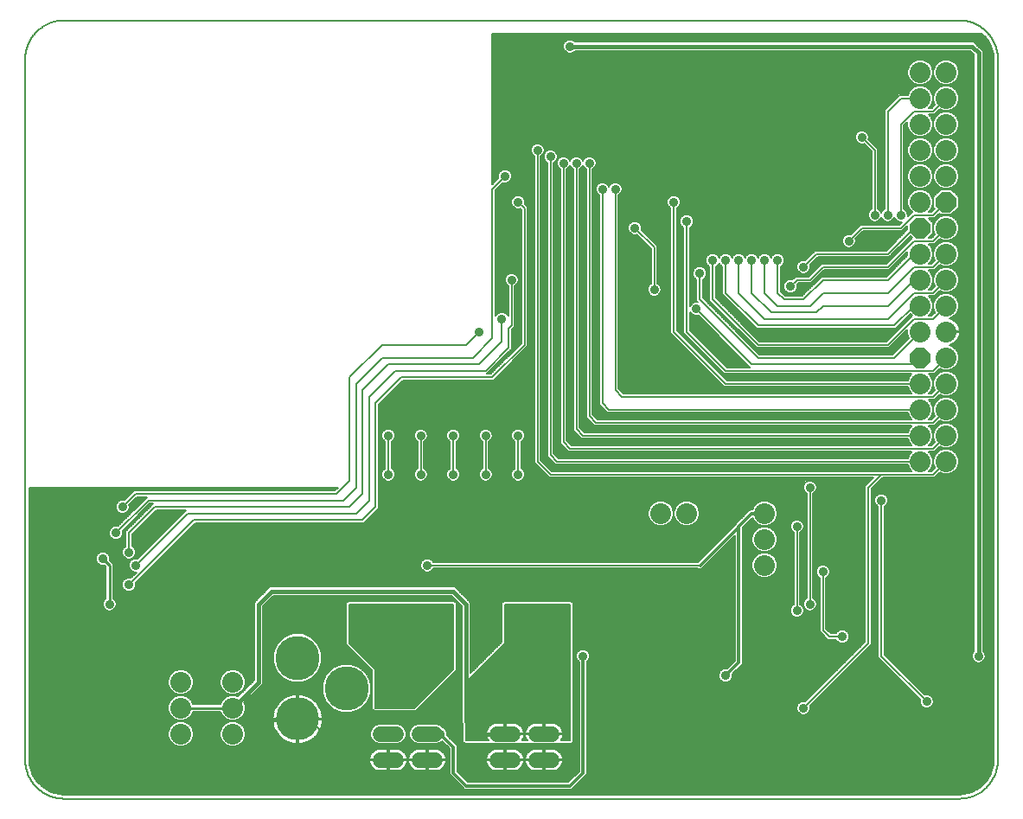
<source format=gbl>
G75*
%MOIN*%
%OFA0B0*%
%FSLAX25Y25*%
%IPPOS*%
%LPD*%
%AMOC8*
5,1,8,0,0,1.08239X$1,22.5*
%
%ADD10C,0.00600*%
%ADD11C,0.16992*%
%ADD12C,0.16598*%
%ADD13OC8,0.08000*%
%ADD14C,0.08000*%
%ADD15C,0.06000*%
%ADD16C,0.00800*%
%ADD17C,0.03562*%
%ADD18C,0.01000*%
%ADD19C,0.01600*%
%ADD20C,0.01200*%
D10*
X0037223Y0030517D02*
X0198890Y0030517D01*
X0198292Y0031115D02*
X0036768Y0031115D01*
X0036964Y0030776D02*
X0035215Y0033805D01*
X0034310Y0037184D01*
X0034195Y0038933D01*
X0034195Y0143933D01*
X0153257Y0143933D01*
X0152057Y0142733D01*
X0074557Y0142733D01*
X0073795Y0141972D01*
X0070847Y0139024D01*
X0070628Y0139114D01*
X0069562Y0139114D01*
X0068576Y0138706D01*
X0067822Y0137952D01*
X0067414Y0136966D01*
X0067414Y0135900D01*
X0067822Y0134914D01*
X0068576Y0134160D01*
X0069562Y0133752D01*
X0070628Y0133752D01*
X0071614Y0134160D01*
X0072368Y0134914D01*
X0072776Y0135900D01*
X0072776Y0136966D01*
X0072686Y0137185D01*
X0075634Y0140133D01*
X0079457Y0140133D01*
X0078795Y0139472D01*
X0068347Y0129024D01*
X0068128Y0129114D01*
X0067062Y0129114D01*
X0066076Y0128706D01*
X0065322Y0127952D01*
X0064914Y0126966D01*
X0064914Y0125900D01*
X0065322Y0124914D01*
X0066076Y0124160D01*
X0067062Y0123752D01*
X0068128Y0123752D01*
X0069114Y0124160D01*
X0069868Y0124914D01*
X0070276Y0125900D01*
X0070276Y0126966D01*
X0070186Y0127185D01*
X0080634Y0137633D01*
X0081957Y0137633D01*
X0081295Y0136972D01*
X0071295Y0126972D01*
X0071295Y0121297D01*
X0071076Y0121206D01*
X0070322Y0120452D01*
X0069914Y0119466D01*
X0069914Y0118400D01*
X0070322Y0117414D01*
X0071076Y0116660D01*
X0072062Y0116252D01*
X0073128Y0116252D01*
X0074114Y0116660D01*
X0074868Y0117414D01*
X0075276Y0118400D01*
X0075276Y0119466D01*
X0074868Y0120452D01*
X0074114Y0121206D01*
X0073895Y0121297D01*
X0073895Y0125895D01*
X0083134Y0135133D01*
X0094457Y0135133D01*
X0093795Y0134472D01*
X0075847Y0116524D01*
X0075628Y0116614D01*
X0074562Y0116614D01*
X0073576Y0116206D01*
X0072822Y0115452D01*
X0072414Y0114466D01*
X0072414Y0113400D01*
X0072822Y0112414D01*
X0073576Y0111660D01*
X0074562Y0111252D01*
X0075576Y0111252D01*
X0073347Y0109024D01*
X0073128Y0109114D01*
X0072062Y0109114D01*
X0071076Y0108706D01*
X0070322Y0107952D01*
X0069914Y0106966D01*
X0069914Y0105900D01*
X0070322Y0104914D01*
X0071076Y0104160D01*
X0072062Y0103752D01*
X0073128Y0103752D01*
X0074114Y0104160D01*
X0074868Y0104914D01*
X0075276Y0105900D01*
X0075276Y0106966D01*
X0075186Y0107185D01*
X0098134Y0130133D01*
X0163134Y0130133D01*
X0168134Y0135133D01*
X0168895Y0135895D01*
X0168895Y0175895D01*
X0178134Y0185133D01*
X0213134Y0185133D01*
X0225634Y0197633D01*
X0226395Y0198395D01*
X0226395Y0251972D01*
X0225186Y0253181D01*
X0225276Y0253400D01*
X0225276Y0254466D01*
X0224868Y0255452D01*
X0224114Y0256206D01*
X0223128Y0256614D01*
X0222062Y0256614D01*
X0221076Y0256206D01*
X0220322Y0255452D01*
X0219914Y0254466D01*
X0219914Y0253400D01*
X0220322Y0252414D01*
X0221076Y0251660D01*
X0222062Y0251252D01*
X0223128Y0251252D01*
X0223347Y0251343D01*
X0223795Y0250895D01*
X0223795Y0199472D01*
X0212057Y0187733D01*
X0210734Y0187733D01*
X0219384Y0196383D01*
X0220145Y0197145D01*
X0220145Y0204645D01*
X0220634Y0205133D01*
X0221395Y0205895D01*
X0221395Y0221570D01*
X0221614Y0221660D01*
X0222368Y0222414D01*
X0222776Y0223400D01*
X0222776Y0224466D01*
X0222368Y0225452D01*
X0221614Y0226206D01*
X0220628Y0226614D01*
X0219562Y0226614D01*
X0218576Y0226206D01*
X0217822Y0225452D01*
X0217414Y0224466D01*
X0217414Y0223400D01*
X0217822Y0222414D01*
X0218576Y0221660D01*
X0218795Y0221570D01*
X0218795Y0210024D01*
X0218618Y0210452D01*
X0217864Y0211206D01*
X0216878Y0211614D01*
X0215812Y0211614D01*
X0214826Y0211206D01*
X0214072Y0210452D01*
X0213895Y0210024D01*
X0213895Y0258395D01*
X0216843Y0261343D01*
X0217062Y0261252D01*
X0218128Y0261252D01*
X0219114Y0261660D01*
X0219868Y0262414D01*
X0220276Y0263400D01*
X0220276Y0264466D01*
X0219868Y0265452D01*
X0219114Y0266206D01*
X0218128Y0266614D01*
X0217062Y0266614D01*
X0216076Y0266206D01*
X0215322Y0265452D01*
X0214914Y0264466D01*
X0214914Y0263400D01*
X0215005Y0263181D01*
X0212595Y0260772D01*
X0212595Y0318933D01*
X0401383Y0318933D01*
X0403226Y0317090D01*
X0404975Y0314061D01*
X0405880Y0310682D01*
X0405995Y0308933D01*
X0405995Y0038933D01*
X0405880Y0037184D01*
X0404975Y0033805D01*
X0403226Y0030776D01*
X0400753Y0028302D01*
X0397723Y0026553D01*
X0394344Y0025648D01*
X0392595Y0025533D01*
X0047595Y0025533D01*
X0045846Y0025648D01*
X0042467Y0026553D01*
X0039438Y0028302D01*
X0036964Y0030776D01*
X0036423Y0031714D02*
X0197693Y0031714D01*
X0197095Y0032312D02*
X0036077Y0032312D01*
X0035732Y0032911D02*
X0196496Y0032911D01*
X0196095Y0033312D02*
X0201095Y0028312D01*
X0201095Y0028312D01*
X0201974Y0027433D01*
X0243216Y0027433D01*
X0244095Y0028312D01*
X0249095Y0033312D01*
X0249095Y0076652D01*
X0249114Y0076660D01*
X0249868Y0077414D01*
X0250276Y0078400D01*
X0250276Y0079466D01*
X0249868Y0080452D01*
X0249114Y0081206D01*
X0248128Y0081614D01*
X0247062Y0081614D01*
X0246076Y0081206D01*
X0245322Y0080452D01*
X0244914Y0079466D01*
X0244914Y0078400D01*
X0245322Y0077414D01*
X0246076Y0076660D01*
X0246095Y0076652D01*
X0246095Y0034554D01*
X0241974Y0030433D01*
X0203216Y0030433D01*
X0199095Y0034554D01*
X0199095Y0044554D01*
X0198216Y0045433D01*
X0195268Y0048381D01*
X0195276Y0048400D01*
X0195276Y0049466D01*
X0194868Y0050452D01*
X0194114Y0051206D01*
X0193642Y0051401D01*
X0192804Y0052239D01*
X0191371Y0052833D01*
X0183819Y0052833D01*
X0182386Y0052239D01*
X0181289Y0051142D01*
X0180695Y0049709D01*
X0180695Y0048157D01*
X0181289Y0046724D01*
X0182386Y0045627D01*
X0183819Y0045033D01*
X0191371Y0045033D01*
X0192804Y0045627D01*
X0193292Y0046115D01*
X0196095Y0043312D01*
X0196095Y0033312D01*
X0196095Y0033509D02*
X0035386Y0033509D01*
X0035134Y0034108D02*
X0196095Y0034108D01*
X0196095Y0034706D02*
X0191396Y0034706D01*
X0191602Y0034739D02*
X0192246Y0034948D01*
X0192849Y0035255D01*
X0193396Y0035653D01*
X0193875Y0036132D01*
X0194273Y0036679D01*
X0194580Y0037282D01*
X0194789Y0037926D01*
X0194895Y0038595D01*
X0194895Y0038633D01*
X0187895Y0038633D01*
X0187895Y0034633D01*
X0190934Y0034633D01*
X0191602Y0034739D01*
X0192917Y0035305D02*
X0196095Y0035305D01*
X0196095Y0035903D02*
X0193646Y0035903D01*
X0194144Y0036502D02*
X0196095Y0036502D01*
X0196095Y0037100D02*
X0194487Y0037100D01*
X0194715Y0037699D02*
X0196095Y0037699D01*
X0196095Y0038297D02*
X0194848Y0038297D01*
X0194895Y0039233D02*
X0194895Y0039271D01*
X0194789Y0039940D01*
X0194580Y0040584D01*
X0194273Y0041187D01*
X0193875Y0041734D01*
X0193396Y0042213D01*
X0192849Y0042611D01*
X0192246Y0042918D01*
X0191602Y0043127D01*
X0190934Y0043233D01*
X0187895Y0043233D01*
X0187895Y0039233D01*
X0187295Y0039233D01*
X0187295Y0038633D01*
X0180295Y0038633D01*
X0180295Y0038595D01*
X0180401Y0037926D01*
X0180610Y0037282D01*
X0180917Y0036679D01*
X0181315Y0036132D01*
X0181794Y0035653D01*
X0182341Y0035255D01*
X0182945Y0034948D01*
X0183588Y0034739D01*
X0184257Y0034633D01*
X0187295Y0034633D01*
X0187295Y0038633D01*
X0187895Y0038633D01*
X0187895Y0039233D01*
X0194895Y0039233D01*
X0194860Y0039494D02*
X0196095Y0039494D01*
X0196095Y0038896D02*
X0187895Y0038896D01*
X0187895Y0039494D02*
X0187295Y0039494D01*
X0187295Y0039233D02*
X0187295Y0043233D01*
X0184257Y0043233D01*
X0183588Y0043127D01*
X0182945Y0042918D01*
X0182341Y0042611D01*
X0181794Y0042213D01*
X0181315Y0041734D01*
X0180917Y0041187D01*
X0180610Y0040584D01*
X0180401Y0039940D01*
X0180295Y0039271D01*
X0180295Y0039233D01*
X0187295Y0039233D01*
X0187295Y0038896D02*
X0172895Y0038896D01*
X0172895Y0038633D02*
X0172895Y0039233D01*
X0172295Y0039233D01*
X0172295Y0038633D01*
X0165295Y0038633D01*
X0165295Y0038595D01*
X0165401Y0037926D01*
X0165610Y0037282D01*
X0165917Y0036679D01*
X0166315Y0036132D01*
X0166794Y0035653D01*
X0167341Y0035255D01*
X0167945Y0034948D01*
X0168588Y0034739D01*
X0169257Y0034633D01*
X0172295Y0034633D01*
X0172295Y0038633D01*
X0172895Y0038633D01*
X0172895Y0034633D01*
X0175934Y0034633D01*
X0176602Y0034739D01*
X0177246Y0034948D01*
X0177849Y0035255D01*
X0178396Y0035653D01*
X0178875Y0036132D01*
X0179273Y0036679D01*
X0179580Y0037282D01*
X0179789Y0037926D01*
X0179895Y0038595D01*
X0179895Y0038633D01*
X0172895Y0038633D01*
X0172895Y0038297D02*
X0172295Y0038297D01*
X0172295Y0037699D02*
X0172895Y0037699D01*
X0172895Y0037100D02*
X0172295Y0037100D01*
X0172295Y0036502D02*
X0172895Y0036502D01*
X0172895Y0035903D02*
X0172295Y0035903D01*
X0172295Y0035305D02*
X0172895Y0035305D01*
X0172895Y0034706D02*
X0172295Y0034706D01*
X0168795Y0034706D02*
X0034974Y0034706D01*
X0034813Y0035305D02*
X0167273Y0035305D01*
X0166544Y0035903D02*
X0034653Y0035903D01*
X0034493Y0036502D02*
X0166046Y0036502D01*
X0165703Y0037100D02*
X0034332Y0037100D01*
X0034276Y0037699D02*
X0165475Y0037699D01*
X0165342Y0038297D02*
X0034237Y0038297D01*
X0034198Y0038896D02*
X0172295Y0038896D01*
X0172295Y0039233D02*
X0165295Y0039233D01*
X0165295Y0039271D01*
X0165401Y0039940D01*
X0165610Y0040584D01*
X0165917Y0041187D01*
X0166315Y0041734D01*
X0166794Y0042213D01*
X0167341Y0042611D01*
X0167945Y0042918D01*
X0168588Y0043127D01*
X0169257Y0043233D01*
X0172295Y0043233D01*
X0172295Y0039233D01*
X0172295Y0039494D02*
X0172895Y0039494D01*
X0172895Y0039233D02*
X0172895Y0043233D01*
X0175934Y0043233D01*
X0176602Y0043127D01*
X0177246Y0042918D01*
X0177849Y0042611D01*
X0178396Y0042213D01*
X0178875Y0041734D01*
X0179273Y0041187D01*
X0179580Y0040584D01*
X0179789Y0039940D01*
X0179895Y0039271D01*
X0179895Y0039233D01*
X0172895Y0039233D01*
X0172895Y0040093D02*
X0172295Y0040093D01*
X0172295Y0040691D02*
X0172895Y0040691D01*
X0172895Y0041290D02*
X0172295Y0041290D01*
X0172295Y0041888D02*
X0172895Y0041888D01*
X0172895Y0042487D02*
X0172295Y0042487D01*
X0172295Y0043085D02*
X0172895Y0043085D01*
X0176731Y0043085D02*
X0183460Y0043085D01*
X0182171Y0042487D02*
X0178019Y0042487D01*
X0178721Y0041888D02*
X0181469Y0041888D01*
X0180992Y0041290D02*
X0179198Y0041290D01*
X0179525Y0040691D02*
X0180665Y0040691D01*
X0180451Y0040093D02*
X0179740Y0040093D01*
X0179860Y0039494D02*
X0180330Y0039494D01*
X0180342Y0038297D02*
X0179848Y0038297D01*
X0179715Y0037699D02*
X0180475Y0037699D01*
X0180703Y0037100D02*
X0179487Y0037100D01*
X0179144Y0036502D02*
X0181046Y0036502D01*
X0181544Y0035903D02*
X0178646Y0035903D01*
X0177917Y0035305D02*
X0182273Y0035305D01*
X0183795Y0034706D02*
X0176396Y0034706D01*
X0168460Y0043085D02*
X0034195Y0043085D01*
X0034195Y0042487D02*
X0167171Y0042487D01*
X0166469Y0041888D02*
X0034195Y0041888D01*
X0034195Y0041290D02*
X0165992Y0041290D01*
X0165665Y0040691D02*
X0034195Y0040691D01*
X0034195Y0040093D02*
X0165451Y0040093D01*
X0165330Y0039494D02*
X0034195Y0039494D01*
X0032595Y0038933D02*
X0032595Y0308933D01*
X0032599Y0309295D01*
X0032613Y0309658D01*
X0032634Y0310020D01*
X0032665Y0310381D01*
X0032704Y0310741D01*
X0032752Y0311100D01*
X0032809Y0311458D01*
X0032874Y0311815D01*
X0032948Y0312170D01*
X0033031Y0312523D01*
X0033122Y0312874D01*
X0033221Y0313222D01*
X0033329Y0313568D01*
X0033445Y0313912D01*
X0033570Y0314252D01*
X0033702Y0314589D01*
X0033843Y0314923D01*
X0033992Y0315254D01*
X0034149Y0315581D01*
X0034313Y0315904D01*
X0034485Y0316223D01*
X0034665Y0316537D01*
X0034853Y0316848D01*
X0035048Y0317153D01*
X0035250Y0317454D01*
X0035460Y0317750D01*
X0035676Y0318040D01*
X0035900Y0318326D01*
X0036130Y0318606D01*
X0036367Y0318880D01*
X0036611Y0319148D01*
X0036861Y0319411D01*
X0037117Y0319667D01*
X0037380Y0319917D01*
X0037648Y0320161D01*
X0037922Y0320398D01*
X0038202Y0320628D01*
X0038488Y0320852D01*
X0038778Y0321068D01*
X0039074Y0321278D01*
X0039375Y0321480D01*
X0039680Y0321675D01*
X0039991Y0321863D01*
X0040305Y0322043D01*
X0040624Y0322215D01*
X0040947Y0322379D01*
X0041274Y0322536D01*
X0041605Y0322685D01*
X0041939Y0322826D01*
X0042276Y0322958D01*
X0042616Y0323083D01*
X0042960Y0323199D01*
X0043306Y0323307D01*
X0043654Y0323406D01*
X0044005Y0323497D01*
X0044358Y0323580D01*
X0044713Y0323654D01*
X0045070Y0323719D01*
X0045428Y0323776D01*
X0045787Y0323824D01*
X0046147Y0323863D01*
X0046508Y0323894D01*
X0046870Y0323915D01*
X0047233Y0323929D01*
X0047595Y0323933D01*
X0392595Y0323933D01*
X0401916Y0318401D02*
X0212595Y0318401D01*
X0212595Y0317802D02*
X0402514Y0317802D01*
X0403113Y0317204D02*
X0212595Y0317204D01*
X0212595Y0316605D02*
X0242040Y0316605D01*
X0242062Y0316614D02*
X0241076Y0316206D01*
X0240322Y0315452D01*
X0239914Y0314466D01*
X0239914Y0313400D01*
X0240322Y0312414D01*
X0241076Y0311660D01*
X0242062Y0311252D01*
X0243128Y0311252D01*
X0244114Y0311660D01*
X0244687Y0312233D01*
X0396891Y0312233D01*
X0398395Y0310729D01*
X0398395Y0081025D01*
X0397822Y0080452D01*
X0397414Y0079466D01*
X0397414Y0078400D01*
X0397822Y0077414D01*
X0398576Y0076660D01*
X0399562Y0076252D01*
X0400628Y0076252D01*
X0401614Y0076660D01*
X0402368Y0077414D01*
X0402776Y0078400D01*
X0402776Y0079466D01*
X0402368Y0080452D01*
X0401795Y0081025D01*
X0401795Y0312137D01*
X0399295Y0314637D01*
X0398299Y0315633D01*
X0244687Y0315633D01*
X0244114Y0316206D01*
X0243128Y0316614D01*
X0242062Y0316614D01*
X0243150Y0316605D02*
X0403506Y0316605D01*
X0403852Y0316007D02*
X0244313Y0316007D01*
X0240877Y0316007D02*
X0212595Y0316007D01*
X0212595Y0315408D02*
X0240304Y0315408D01*
X0240056Y0314810D02*
X0212595Y0314810D01*
X0212595Y0314211D02*
X0239914Y0314211D01*
X0239914Y0313613D02*
X0212595Y0313613D01*
X0212595Y0313014D02*
X0240074Y0313014D01*
X0240322Y0312416D02*
X0212595Y0312416D01*
X0212595Y0311817D02*
X0240920Y0311817D01*
X0244271Y0311817D02*
X0397307Y0311817D01*
X0397906Y0311219D02*
X0212595Y0311219D01*
X0212595Y0310620D02*
X0398395Y0310620D01*
X0398395Y0310021D02*
X0212595Y0310021D01*
X0212595Y0309423D02*
X0398395Y0309423D01*
X0398395Y0308824D02*
X0388591Y0308824D01*
X0388570Y0308833D02*
X0386620Y0308833D01*
X0384820Y0308087D01*
X0383441Y0306709D01*
X0382695Y0304908D01*
X0382695Y0302958D01*
X0383441Y0301157D01*
X0384820Y0299779D01*
X0386620Y0299033D01*
X0388570Y0299033D01*
X0390371Y0299779D01*
X0391749Y0301157D01*
X0392495Y0302958D01*
X0392495Y0304908D01*
X0391749Y0306709D01*
X0390371Y0308087D01*
X0388570Y0308833D01*
X0390036Y0308226D02*
X0398395Y0308226D01*
X0398395Y0307627D02*
X0390830Y0307627D01*
X0391429Y0307029D02*
X0398395Y0307029D01*
X0398395Y0306430D02*
X0391864Y0306430D01*
X0392112Y0305832D02*
X0398395Y0305832D01*
X0398395Y0305233D02*
X0392360Y0305233D01*
X0392495Y0304635D02*
X0398395Y0304635D01*
X0398395Y0304036D02*
X0392495Y0304036D01*
X0392495Y0303438D02*
X0398395Y0303438D01*
X0398395Y0302839D02*
X0392446Y0302839D01*
X0392198Y0302241D02*
X0398395Y0302241D01*
X0398395Y0301642D02*
X0391950Y0301642D01*
X0391636Y0301044D02*
X0398395Y0301044D01*
X0398395Y0300445D02*
X0391037Y0300445D01*
X0390438Y0299847D02*
X0398395Y0299847D01*
X0398395Y0299248D02*
X0389089Y0299248D01*
X0389012Y0298650D02*
X0398395Y0298650D01*
X0398395Y0298051D02*
X0390407Y0298051D01*
X0390371Y0298087D02*
X0388570Y0298833D01*
X0386620Y0298833D01*
X0384820Y0298087D01*
X0383441Y0296709D01*
X0382695Y0294908D01*
X0382695Y0292958D01*
X0383306Y0291483D01*
X0382057Y0290233D01*
X0380825Y0290233D01*
X0381749Y0291157D01*
X0382495Y0292958D01*
X0382495Y0294908D01*
X0381749Y0296709D01*
X0380371Y0298087D01*
X0378570Y0298833D01*
X0376620Y0298833D01*
X0374820Y0298087D01*
X0373441Y0296709D01*
X0372830Y0295233D01*
X0369557Y0295233D01*
X0368795Y0294472D01*
X0363795Y0289472D01*
X0363795Y0251297D01*
X0363576Y0251206D01*
X0362822Y0250452D01*
X0362595Y0249904D01*
X0362368Y0250452D01*
X0361614Y0251206D01*
X0361395Y0251297D01*
X0361395Y0274472D01*
X0357686Y0278181D01*
X0357776Y0278400D01*
X0357776Y0279466D01*
X0357368Y0280452D01*
X0356614Y0281206D01*
X0355628Y0281614D01*
X0354562Y0281614D01*
X0353576Y0281206D01*
X0352822Y0280452D01*
X0352414Y0279466D01*
X0352414Y0278400D01*
X0352822Y0277414D01*
X0353576Y0276660D01*
X0354562Y0276252D01*
X0355628Y0276252D01*
X0355847Y0276343D01*
X0358795Y0273395D01*
X0358795Y0251297D01*
X0358576Y0251206D01*
X0357822Y0250452D01*
X0357414Y0249466D01*
X0357414Y0248400D01*
X0357822Y0247414D01*
X0358576Y0246660D01*
X0359562Y0246252D01*
X0360628Y0246252D01*
X0361614Y0246660D01*
X0362368Y0247414D01*
X0362595Y0247963D01*
X0362822Y0247414D01*
X0363576Y0246660D01*
X0364562Y0246252D01*
X0365628Y0246252D01*
X0366614Y0246660D01*
X0367368Y0247414D01*
X0367595Y0247963D01*
X0367822Y0247414D01*
X0368576Y0246660D01*
X0369562Y0246252D01*
X0370576Y0246252D01*
X0369557Y0245233D01*
X0354557Y0245233D01*
X0350847Y0241524D01*
X0350628Y0241614D01*
X0349562Y0241614D01*
X0348576Y0241206D01*
X0347822Y0240452D01*
X0347414Y0239466D01*
X0347414Y0238400D01*
X0347822Y0237414D01*
X0348576Y0236660D01*
X0349562Y0236252D01*
X0350628Y0236252D01*
X0351614Y0236660D01*
X0352368Y0237414D01*
X0352776Y0238400D01*
X0352776Y0239466D01*
X0352686Y0239685D01*
X0355634Y0242633D01*
X0370634Y0242633D01*
X0371395Y0243395D01*
X0372695Y0244695D01*
X0372695Y0243372D01*
X0364557Y0235233D01*
X0337057Y0235233D01*
X0333347Y0231524D01*
X0333128Y0231614D01*
X0332062Y0231614D01*
X0331076Y0231206D01*
X0330322Y0230452D01*
X0329914Y0229466D01*
X0329914Y0228400D01*
X0330322Y0227414D01*
X0331076Y0226660D01*
X0332062Y0226252D01*
X0333128Y0226252D01*
X0334114Y0226660D01*
X0334868Y0227414D01*
X0335276Y0228400D01*
X0335276Y0229466D01*
X0335186Y0229685D01*
X0338134Y0232633D01*
X0365634Y0232633D01*
X0366395Y0233395D01*
X0373800Y0240799D01*
X0374461Y0240137D01*
X0373795Y0239472D01*
X0373795Y0239472D01*
X0364557Y0230233D01*
X0339557Y0230233D01*
X0334557Y0225233D01*
X0329557Y0225233D01*
X0328347Y0224024D01*
X0328128Y0224114D01*
X0327062Y0224114D01*
X0326076Y0223706D01*
X0325322Y0222952D01*
X0324914Y0221966D01*
X0324914Y0220900D01*
X0325322Y0219914D01*
X0326076Y0219160D01*
X0327062Y0218752D01*
X0328128Y0218752D01*
X0329114Y0219160D01*
X0329868Y0219914D01*
X0330276Y0220900D01*
X0330276Y0221966D01*
X0330186Y0222185D01*
X0330634Y0222633D01*
X0335634Y0222633D01*
X0336395Y0223395D01*
X0340634Y0227633D01*
X0365634Y0227633D01*
X0366395Y0228395D01*
X0372695Y0234695D01*
X0372695Y0233372D01*
X0364557Y0225233D01*
X0339557Y0225233D01*
X0332057Y0217733D01*
X0325634Y0217733D01*
X0323895Y0219472D01*
X0323895Y0229070D01*
X0324114Y0229160D01*
X0324868Y0229914D01*
X0325276Y0230900D01*
X0325276Y0231966D01*
X0324868Y0232952D01*
X0324114Y0233706D01*
X0323128Y0234114D01*
X0322062Y0234114D01*
X0321076Y0233706D01*
X0320322Y0232952D01*
X0320095Y0232404D01*
X0319868Y0232952D01*
X0319114Y0233706D01*
X0318128Y0234114D01*
X0317062Y0234114D01*
X0316076Y0233706D01*
X0315322Y0232952D01*
X0315095Y0232404D01*
X0314868Y0232952D01*
X0314114Y0233706D01*
X0313128Y0234114D01*
X0312062Y0234114D01*
X0311076Y0233706D01*
X0310322Y0232952D01*
X0310095Y0232404D01*
X0309868Y0232952D01*
X0309114Y0233706D01*
X0308128Y0234114D01*
X0307062Y0234114D01*
X0306076Y0233706D01*
X0305322Y0232952D01*
X0305095Y0232404D01*
X0304868Y0232952D01*
X0304114Y0233706D01*
X0303128Y0234114D01*
X0302062Y0234114D01*
X0301076Y0233706D01*
X0300322Y0232952D01*
X0300095Y0232404D01*
X0299868Y0232952D01*
X0299114Y0233706D01*
X0298128Y0234114D01*
X0297062Y0234114D01*
X0296076Y0233706D01*
X0295322Y0232952D01*
X0294914Y0231966D01*
X0294914Y0230900D01*
X0295322Y0229914D01*
X0296076Y0229160D01*
X0296295Y0229070D01*
X0296295Y0215895D01*
X0297057Y0215133D01*
X0314557Y0197633D01*
X0365634Y0197633D01*
X0366395Y0198395D01*
X0372695Y0204695D01*
X0372695Y0202958D01*
X0373306Y0201483D01*
X0367057Y0195233D01*
X0315634Y0195233D01*
X0293895Y0216972D01*
X0293895Y0224070D01*
X0294114Y0224160D01*
X0294868Y0224914D01*
X0295276Y0225900D01*
X0295276Y0226966D01*
X0294868Y0227952D01*
X0294114Y0228706D01*
X0293128Y0229114D01*
X0292062Y0229114D01*
X0291076Y0228706D01*
X0290322Y0227952D01*
X0289914Y0226966D01*
X0289914Y0225900D01*
X0290322Y0224914D01*
X0291076Y0224160D01*
X0291295Y0224070D01*
X0291295Y0215895D01*
X0291826Y0215364D01*
X0290812Y0215364D01*
X0289826Y0214956D01*
X0289072Y0214202D01*
X0288895Y0213774D01*
X0288895Y0244070D01*
X0289114Y0244160D01*
X0289868Y0244914D01*
X0290276Y0245900D01*
X0290276Y0246966D01*
X0289868Y0247952D01*
X0289114Y0248706D01*
X0288128Y0249114D01*
X0287062Y0249114D01*
X0286076Y0248706D01*
X0285322Y0247952D01*
X0284914Y0246966D01*
X0284914Y0245900D01*
X0285322Y0244914D01*
X0286076Y0244160D01*
X0286295Y0244070D01*
X0286295Y0203395D01*
X0301295Y0188395D01*
X0302057Y0187633D01*
X0374366Y0187633D01*
X0373441Y0186709D01*
X0372830Y0185233D01*
X0303134Y0185233D01*
X0283895Y0204472D01*
X0283895Y0251570D01*
X0284114Y0251660D01*
X0284868Y0252414D01*
X0285276Y0253400D01*
X0285276Y0254466D01*
X0284868Y0255452D01*
X0284114Y0256206D01*
X0283128Y0256614D01*
X0282062Y0256614D01*
X0281076Y0256206D01*
X0280322Y0255452D01*
X0279914Y0254466D01*
X0279914Y0253400D01*
X0280322Y0252414D01*
X0281076Y0251660D01*
X0281295Y0251570D01*
X0281295Y0203395D01*
X0302057Y0182633D01*
X0372830Y0182633D01*
X0373441Y0181157D01*
X0374366Y0180233D01*
X0263134Y0180233D01*
X0261395Y0181972D01*
X0261395Y0256570D01*
X0261614Y0256660D01*
X0262368Y0257414D01*
X0262776Y0258400D01*
X0262776Y0259466D01*
X0262368Y0260452D01*
X0261614Y0261206D01*
X0260628Y0261614D01*
X0259562Y0261614D01*
X0258576Y0261206D01*
X0257822Y0260452D01*
X0257595Y0259904D01*
X0257368Y0260452D01*
X0256614Y0261206D01*
X0255628Y0261614D01*
X0254562Y0261614D01*
X0253576Y0261206D01*
X0252822Y0260452D01*
X0252414Y0259466D01*
X0252414Y0258400D01*
X0252822Y0257414D01*
X0253576Y0256660D01*
X0253795Y0256570D01*
X0253795Y0175895D01*
X0256295Y0173395D01*
X0257057Y0172633D01*
X0372830Y0172633D01*
X0373441Y0171157D01*
X0374366Y0170233D01*
X0253134Y0170233D01*
X0251395Y0171972D01*
X0251395Y0266570D01*
X0251614Y0266660D01*
X0252368Y0267414D01*
X0252776Y0268400D01*
X0252776Y0269466D01*
X0252368Y0270452D01*
X0251614Y0271206D01*
X0250628Y0271614D01*
X0249562Y0271614D01*
X0248576Y0271206D01*
X0247822Y0270452D01*
X0247595Y0269904D01*
X0247368Y0270452D01*
X0246614Y0271206D01*
X0245628Y0271614D01*
X0244562Y0271614D01*
X0243576Y0271206D01*
X0242822Y0270452D01*
X0242595Y0269904D01*
X0242368Y0270452D01*
X0241614Y0271206D01*
X0240628Y0271614D01*
X0239562Y0271614D01*
X0238576Y0271206D01*
X0237822Y0270452D01*
X0237414Y0269466D01*
X0237414Y0268400D01*
X0237822Y0267414D01*
X0238576Y0266660D01*
X0238795Y0266570D01*
X0238795Y0160895D01*
X0241295Y0158395D01*
X0242057Y0157633D01*
X0374366Y0157633D01*
X0373441Y0156709D01*
X0372830Y0155233D01*
X0238134Y0155233D01*
X0236395Y0156972D01*
X0236395Y0269070D01*
X0236614Y0269160D01*
X0237368Y0269914D01*
X0237776Y0270900D01*
X0237776Y0271966D01*
X0237368Y0272952D01*
X0236614Y0273706D01*
X0235628Y0274114D01*
X0234562Y0274114D01*
X0233576Y0273706D01*
X0232822Y0272952D01*
X0232414Y0271966D01*
X0232414Y0270900D01*
X0232822Y0269914D01*
X0233576Y0269160D01*
X0233795Y0269070D01*
X0233795Y0155895D01*
X0236295Y0153395D01*
X0237057Y0152633D01*
X0372830Y0152633D01*
X0373441Y0151157D01*
X0374366Y0150233D01*
X0235634Y0150233D01*
X0231395Y0154472D01*
X0231395Y0271570D01*
X0231614Y0271660D01*
X0232368Y0272414D01*
X0232776Y0273400D01*
X0232776Y0274466D01*
X0232368Y0275452D01*
X0231614Y0276206D01*
X0230628Y0276614D01*
X0229562Y0276614D01*
X0228576Y0276206D01*
X0227822Y0275452D01*
X0227414Y0274466D01*
X0227414Y0273400D01*
X0227822Y0272414D01*
X0228576Y0271660D01*
X0228795Y0271570D01*
X0228795Y0153395D01*
X0233795Y0148395D01*
X0234557Y0147633D01*
X0359457Y0147633D01*
X0356295Y0144472D01*
X0356295Y0084472D01*
X0333347Y0061524D01*
X0333128Y0061614D01*
X0332062Y0061614D01*
X0331076Y0061206D01*
X0330322Y0060452D01*
X0329914Y0059466D01*
X0329914Y0058400D01*
X0330322Y0057414D01*
X0331076Y0056660D01*
X0332062Y0056252D01*
X0333128Y0056252D01*
X0334114Y0056660D01*
X0334868Y0057414D01*
X0335276Y0058400D01*
X0335276Y0059466D01*
X0335186Y0059685D01*
X0358895Y0083395D01*
X0358895Y0143395D01*
X0363134Y0147633D01*
X0383134Y0147633D01*
X0385145Y0149644D01*
X0386620Y0149033D01*
X0388570Y0149033D01*
X0390371Y0149779D01*
X0391749Y0151157D01*
X0392495Y0152958D01*
X0392495Y0154908D01*
X0391749Y0156709D01*
X0390371Y0158087D01*
X0388570Y0158833D01*
X0386620Y0158833D01*
X0384820Y0158087D01*
X0383441Y0156709D01*
X0382695Y0154908D01*
X0382695Y0152958D01*
X0383306Y0151483D01*
X0382057Y0150233D01*
X0380825Y0150233D01*
X0381749Y0151157D01*
X0382495Y0152958D01*
X0382495Y0154908D01*
X0381749Y0156709D01*
X0380825Y0157633D01*
X0383134Y0157633D01*
X0385145Y0159644D01*
X0386620Y0159033D01*
X0388570Y0159033D01*
X0390371Y0159779D01*
X0391749Y0161157D01*
X0392495Y0162958D01*
X0392495Y0164908D01*
X0391749Y0166709D01*
X0390371Y0168087D01*
X0388570Y0168833D01*
X0386620Y0168833D01*
X0384820Y0168087D01*
X0383441Y0166709D01*
X0382695Y0164908D01*
X0382695Y0162958D01*
X0383306Y0161483D01*
X0382057Y0160233D01*
X0380825Y0160233D01*
X0381749Y0161157D01*
X0382495Y0162958D01*
X0382495Y0164908D01*
X0381749Y0166709D01*
X0380825Y0167633D01*
X0383134Y0167633D01*
X0385145Y0169644D01*
X0386620Y0169033D01*
X0388570Y0169033D01*
X0390371Y0169779D01*
X0391749Y0171157D01*
X0392495Y0172958D01*
X0392495Y0174908D01*
X0391749Y0176709D01*
X0390371Y0178087D01*
X0388570Y0178833D01*
X0386620Y0178833D01*
X0384820Y0178087D01*
X0383441Y0176709D01*
X0382695Y0174908D01*
X0382695Y0172958D01*
X0383306Y0171483D01*
X0382057Y0170233D01*
X0380825Y0170233D01*
X0381749Y0171157D01*
X0382495Y0172958D01*
X0382495Y0174908D01*
X0381749Y0176709D01*
X0380825Y0177633D01*
X0383134Y0177633D01*
X0385145Y0179644D01*
X0386620Y0179033D01*
X0388570Y0179033D01*
X0390371Y0179779D01*
X0391749Y0181157D01*
X0392495Y0182958D01*
X0392495Y0184908D01*
X0391749Y0186709D01*
X0390371Y0188087D01*
X0388570Y0188833D01*
X0386620Y0188833D01*
X0384820Y0188087D01*
X0383441Y0186709D01*
X0382695Y0184908D01*
X0382695Y0182958D01*
X0383306Y0181483D01*
X0382057Y0180233D01*
X0380825Y0180233D01*
X0381749Y0181157D01*
X0382495Y0182958D01*
X0382495Y0184908D01*
X0381749Y0186709D01*
X0380825Y0187633D01*
X0383134Y0187633D01*
X0385145Y0189644D01*
X0386620Y0189033D01*
X0388570Y0189033D01*
X0390371Y0189779D01*
X0391749Y0191157D01*
X0392495Y0192958D01*
X0392495Y0194908D01*
X0391749Y0196709D01*
X0390371Y0198087D01*
X0388765Y0198752D01*
X0388836Y0198764D01*
X0389630Y0199021D01*
X0390373Y0199400D01*
X0391048Y0199890D01*
X0391638Y0200480D01*
X0392128Y0201155D01*
X0392507Y0201899D01*
X0392765Y0202692D01*
X0392895Y0203516D01*
X0392895Y0203633D01*
X0387895Y0203633D01*
X0387895Y0204233D01*
X0392895Y0204233D01*
X0392895Y0204350D01*
X0392765Y0205174D01*
X0392507Y0205968D01*
X0392128Y0206711D01*
X0391638Y0207386D01*
X0391048Y0207976D01*
X0390373Y0208466D01*
X0389630Y0208845D01*
X0388836Y0209103D01*
X0388765Y0209114D01*
X0390371Y0209779D01*
X0391749Y0211157D01*
X0392495Y0212958D01*
X0392495Y0214908D01*
X0391749Y0216709D01*
X0390371Y0218087D01*
X0388570Y0218833D01*
X0386620Y0218833D01*
X0384820Y0218087D01*
X0383441Y0216709D01*
X0382695Y0214908D01*
X0382695Y0212958D01*
X0383306Y0211483D01*
X0382057Y0210233D01*
X0380825Y0210233D01*
X0381749Y0211157D01*
X0382495Y0212958D01*
X0382495Y0214908D01*
X0381749Y0216709D01*
X0380825Y0217633D01*
X0383134Y0217633D01*
X0383895Y0218395D01*
X0385145Y0219644D01*
X0386620Y0219033D01*
X0388570Y0219033D01*
X0390371Y0219779D01*
X0391749Y0221157D01*
X0392495Y0222958D01*
X0392495Y0224908D01*
X0391749Y0226709D01*
X0390371Y0228087D01*
X0388570Y0228833D01*
X0386620Y0228833D01*
X0384820Y0228087D01*
X0383441Y0226709D01*
X0382695Y0224908D01*
X0382695Y0222958D01*
X0383306Y0221483D01*
X0382057Y0220233D01*
X0380825Y0220233D01*
X0381749Y0221157D01*
X0382495Y0222958D01*
X0382495Y0224908D01*
X0381749Y0226709D01*
X0380825Y0227633D01*
X0383134Y0227633D01*
X0383895Y0228395D01*
X0385145Y0229644D01*
X0386620Y0229033D01*
X0388570Y0229033D01*
X0390371Y0229779D01*
X0391749Y0231157D01*
X0392495Y0232958D01*
X0392495Y0234908D01*
X0391749Y0236709D01*
X0390371Y0238087D01*
X0388570Y0238833D01*
X0386620Y0238833D01*
X0384820Y0238087D01*
X0383441Y0236709D01*
X0382695Y0234908D01*
X0382695Y0232958D01*
X0383306Y0231483D01*
X0382057Y0230233D01*
X0380825Y0230233D01*
X0381749Y0231157D01*
X0382495Y0232958D01*
X0382495Y0234908D01*
X0381749Y0236709D01*
X0380825Y0237633D01*
X0383134Y0237633D01*
X0383895Y0238395D01*
X0385145Y0239644D01*
X0386620Y0239033D01*
X0388570Y0239033D01*
X0390371Y0239779D01*
X0391749Y0241157D01*
X0392495Y0242958D01*
X0392495Y0244908D01*
X0391749Y0246709D01*
X0390371Y0248087D01*
X0388570Y0248833D01*
X0386620Y0248833D01*
X0384820Y0248087D01*
X0383441Y0246709D01*
X0382695Y0244908D01*
X0382695Y0242958D01*
X0383306Y0241483D01*
X0382057Y0240233D01*
X0380825Y0240233D01*
X0382495Y0241903D01*
X0382495Y0245963D01*
X0380825Y0247633D01*
X0383134Y0247633D01*
X0385050Y0249549D01*
X0385565Y0249033D01*
X0389625Y0249033D01*
X0392495Y0251903D01*
X0392495Y0255963D01*
X0389625Y0258833D01*
X0385565Y0258833D01*
X0382695Y0255963D01*
X0382695Y0251903D01*
X0383211Y0251387D01*
X0382057Y0250233D01*
X0380825Y0250233D01*
X0381749Y0251157D01*
X0382495Y0252958D01*
X0382495Y0254908D01*
X0381749Y0256709D01*
X0380371Y0258087D01*
X0378570Y0258833D01*
X0376620Y0258833D01*
X0374820Y0258087D01*
X0373441Y0256709D01*
X0372695Y0254908D01*
X0372695Y0252958D01*
X0373441Y0251157D01*
X0374461Y0250137D01*
X0373795Y0249472D01*
X0372776Y0248453D01*
X0372776Y0249466D01*
X0372368Y0250452D01*
X0371614Y0251206D01*
X0371395Y0251297D01*
X0371395Y0283395D01*
X0372695Y0284695D01*
X0372695Y0282958D01*
X0373441Y0281157D01*
X0374820Y0279779D01*
X0376620Y0279033D01*
X0378570Y0279033D01*
X0380371Y0279779D01*
X0381749Y0281157D01*
X0382495Y0282958D01*
X0382495Y0284908D01*
X0381749Y0286709D01*
X0380825Y0287633D01*
X0383134Y0287633D01*
X0385145Y0289644D01*
X0386620Y0289033D01*
X0388570Y0289033D01*
X0390371Y0289779D01*
X0391749Y0291157D01*
X0392495Y0292958D01*
X0392495Y0294908D01*
X0391749Y0296709D01*
X0390371Y0298087D01*
X0391005Y0297453D02*
X0398395Y0297453D01*
X0398395Y0296854D02*
X0391604Y0296854D01*
X0391937Y0296256D02*
X0398395Y0296256D01*
X0398395Y0295657D02*
X0392185Y0295657D01*
X0392433Y0295059D02*
X0398395Y0295059D01*
X0398395Y0294460D02*
X0392495Y0294460D01*
X0392495Y0293862D02*
X0398395Y0293862D01*
X0398395Y0293263D02*
X0392495Y0293263D01*
X0392373Y0292665D02*
X0398395Y0292665D01*
X0398395Y0292066D02*
X0392126Y0292066D01*
X0391878Y0291468D02*
X0398395Y0291468D01*
X0398395Y0290869D02*
X0391461Y0290869D01*
X0390862Y0290271D02*
X0398395Y0290271D01*
X0398395Y0289672D02*
X0390113Y0289672D01*
X0389434Y0288475D02*
X0398395Y0288475D01*
X0398395Y0287877D02*
X0390581Y0287877D01*
X0390371Y0288087D02*
X0388570Y0288833D01*
X0386620Y0288833D01*
X0384820Y0288087D01*
X0383441Y0286709D01*
X0382695Y0284908D01*
X0382695Y0282958D01*
X0383441Y0281157D01*
X0384820Y0279779D01*
X0386620Y0279033D01*
X0388570Y0279033D01*
X0390371Y0279779D01*
X0391749Y0281157D01*
X0392495Y0282958D01*
X0392495Y0284908D01*
X0391749Y0286709D01*
X0390371Y0288087D01*
X0391180Y0287278D02*
X0398395Y0287278D01*
X0398395Y0286680D02*
X0391761Y0286680D01*
X0392009Y0286081D02*
X0398395Y0286081D01*
X0398395Y0285483D02*
X0392257Y0285483D01*
X0392495Y0284884D02*
X0398395Y0284884D01*
X0398395Y0284285D02*
X0392495Y0284285D01*
X0392495Y0283687D02*
X0398395Y0283687D01*
X0398395Y0283088D02*
X0392495Y0283088D01*
X0392301Y0282490D02*
X0398395Y0282490D01*
X0398395Y0281891D02*
X0392053Y0281891D01*
X0391805Y0281293D02*
X0398395Y0281293D01*
X0398395Y0280694D02*
X0391286Y0280694D01*
X0390688Y0280096D02*
X0398395Y0280096D01*
X0398395Y0279497D02*
X0389691Y0279497D01*
X0389856Y0278300D02*
X0398395Y0278300D01*
X0398395Y0277702D02*
X0390756Y0277702D01*
X0390371Y0278087D02*
X0388570Y0278833D01*
X0386620Y0278833D01*
X0384820Y0278087D01*
X0383441Y0276709D01*
X0382695Y0274908D01*
X0382695Y0272958D01*
X0383441Y0271157D01*
X0384820Y0269779D01*
X0386620Y0269033D01*
X0388570Y0269033D01*
X0390371Y0269779D01*
X0391749Y0271157D01*
X0392495Y0272958D01*
X0392495Y0274908D01*
X0391749Y0276709D01*
X0390371Y0278087D01*
X0391354Y0277103D02*
X0398395Y0277103D01*
X0398395Y0276505D02*
X0391834Y0276505D01*
X0392081Y0275906D02*
X0398395Y0275906D01*
X0398395Y0275308D02*
X0392329Y0275308D01*
X0392495Y0274709D02*
X0398395Y0274709D01*
X0398395Y0274111D02*
X0392495Y0274111D01*
X0392495Y0273512D02*
X0398395Y0273512D01*
X0398395Y0272914D02*
X0392477Y0272914D01*
X0392229Y0272315D02*
X0398395Y0272315D01*
X0398395Y0271717D02*
X0391981Y0271717D01*
X0391710Y0271118D02*
X0398395Y0271118D01*
X0398395Y0270520D02*
X0391111Y0270520D01*
X0390513Y0269921D02*
X0398395Y0269921D01*
X0398395Y0269323D02*
X0389269Y0269323D01*
X0388833Y0268724D02*
X0398395Y0268724D01*
X0398395Y0268126D02*
X0390278Y0268126D01*
X0390371Y0268087D02*
X0388570Y0268833D01*
X0386620Y0268833D01*
X0384820Y0268087D01*
X0383441Y0266709D01*
X0382695Y0264908D01*
X0382695Y0262958D01*
X0383441Y0261157D01*
X0384820Y0259779D01*
X0386620Y0259033D01*
X0388570Y0259033D01*
X0390371Y0259779D01*
X0391749Y0261157D01*
X0392495Y0262958D01*
X0392495Y0264908D01*
X0391749Y0266709D01*
X0390371Y0268087D01*
X0390931Y0267527D02*
X0398395Y0267527D01*
X0398395Y0266929D02*
X0391529Y0266929D01*
X0391906Y0266330D02*
X0398395Y0266330D01*
X0398395Y0265732D02*
X0392154Y0265732D01*
X0392402Y0265133D02*
X0398395Y0265133D01*
X0398395Y0264535D02*
X0392495Y0264535D01*
X0392495Y0263936D02*
X0398395Y0263936D01*
X0398395Y0263338D02*
X0392495Y0263338D01*
X0392404Y0262739D02*
X0398395Y0262739D01*
X0398395Y0262141D02*
X0392156Y0262141D01*
X0391908Y0261542D02*
X0398395Y0261542D01*
X0398395Y0260944D02*
X0391535Y0260944D01*
X0390937Y0260345D02*
X0398395Y0260345D01*
X0398395Y0259747D02*
X0390292Y0259747D01*
X0389908Y0258550D02*
X0398395Y0258550D01*
X0398395Y0259148D02*
X0388847Y0259148D01*
X0390507Y0257951D02*
X0398395Y0257951D01*
X0398395Y0257352D02*
X0391105Y0257352D01*
X0391704Y0256754D02*
X0398395Y0256754D01*
X0398395Y0256155D02*
X0392302Y0256155D01*
X0392495Y0255557D02*
X0398395Y0255557D01*
X0398395Y0254958D02*
X0392495Y0254958D01*
X0392495Y0254360D02*
X0398395Y0254360D01*
X0398395Y0253761D02*
X0392495Y0253761D01*
X0392495Y0253163D02*
X0398395Y0253163D01*
X0398395Y0252564D02*
X0392495Y0252564D01*
X0392495Y0251966D02*
X0398395Y0251966D01*
X0398395Y0251367D02*
X0391959Y0251367D01*
X0391361Y0250769D02*
X0398395Y0250769D01*
X0398395Y0250170D02*
X0390762Y0250170D01*
X0390164Y0249572D02*
X0398395Y0249572D01*
X0398395Y0248973D02*
X0384474Y0248973D01*
X0383875Y0248375D02*
X0385514Y0248375D01*
X0384509Y0247776D02*
X0383277Y0247776D01*
X0383910Y0247178D02*
X0381280Y0247178D01*
X0381879Y0246579D02*
X0383388Y0246579D01*
X0383140Y0245981D02*
X0382477Y0245981D01*
X0382495Y0245382D02*
X0382892Y0245382D01*
X0382695Y0244784D02*
X0382495Y0244784D01*
X0382495Y0244185D02*
X0382695Y0244185D01*
X0382695Y0243587D02*
X0382495Y0243587D01*
X0382495Y0242988D02*
X0382695Y0242988D01*
X0382495Y0242390D02*
X0382931Y0242390D01*
X0383179Y0241791D02*
X0382383Y0241791D01*
X0381784Y0241193D02*
X0383016Y0241193D01*
X0382418Y0240594D02*
X0381186Y0240594D01*
X0380856Y0237602D02*
X0384334Y0237602D01*
X0383736Y0237003D02*
X0381455Y0237003D01*
X0381875Y0236405D02*
X0383315Y0236405D01*
X0383067Y0235806D02*
X0382123Y0235806D01*
X0382371Y0235208D02*
X0382819Y0235208D01*
X0382695Y0234609D02*
X0382495Y0234609D01*
X0382495Y0234011D02*
X0382695Y0234011D01*
X0382695Y0233412D02*
X0382495Y0233412D01*
X0382435Y0232814D02*
X0382755Y0232814D01*
X0383003Y0232215D02*
X0382187Y0232215D01*
X0381939Y0231616D02*
X0383251Y0231616D01*
X0382842Y0231018D02*
X0381610Y0231018D01*
X0381011Y0230419D02*
X0382243Y0230419D01*
X0384124Y0228624D02*
X0386116Y0228624D01*
X0386163Y0229222D02*
X0384723Y0229222D01*
X0384758Y0228025D02*
X0383526Y0228025D01*
X0384159Y0227427D02*
X0381031Y0227427D01*
X0381629Y0226828D02*
X0383561Y0226828D01*
X0383243Y0226230D02*
X0381947Y0226230D01*
X0382195Y0225631D02*
X0382995Y0225631D01*
X0382747Y0225033D02*
X0382443Y0225033D01*
X0382495Y0224434D02*
X0382695Y0224434D01*
X0382695Y0223836D02*
X0382495Y0223836D01*
X0382495Y0223237D02*
X0382695Y0223237D01*
X0382827Y0222639D02*
X0382363Y0222639D01*
X0382115Y0222040D02*
X0383075Y0222040D01*
X0383265Y0221442D02*
X0381867Y0221442D01*
X0381435Y0220843D02*
X0382667Y0220843D01*
X0382068Y0220245D02*
X0380836Y0220245D01*
X0381206Y0217252D02*
X0383985Y0217252D01*
X0383418Y0216654D02*
X0381772Y0216654D01*
X0382020Y0216055D02*
X0383170Y0216055D01*
X0382923Y0215457D02*
X0382268Y0215457D01*
X0382495Y0214858D02*
X0382695Y0214858D01*
X0382695Y0214260D02*
X0382495Y0214260D01*
X0382495Y0213661D02*
X0382695Y0213661D01*
X0382695Y0213063D02*
X0382495Y0213063D01*
X0382290Y0212464D02*
X0382900Y0212464D01*
X0383148Y0211866D02*
X0382042Y0211866D01*
X0381795Y0211267D02*
X0383091Y0211267D01*
X0382492Y0210669D02*
X0381260Y0210669D01*
X0374461Y0210137D02*
X0364557Y0200233D01*
X0315634Y0200233D01*
X0298895Y0216972D01*
X0298895Y0229070D01*
X0299114Y0229160D01*
X0299868Y0229914D01*
X0300095Y0230463D01*
X0300322Y0229914D01*
X0301076Y0229160D01*
X0301295Y0229070D01*
X0301295Y0218395D01*
X0302057Y0217633D01*
X0314557Y0205133D01*
X0368134Y0205133D01*
X0368895Y0205895D01*
X0373800Y0210799D01*
X0374461Y0210137D01*
X0374394Y0210070D02*
X0373071Y0210070D01*
X0373669Y0210669D02*
X0373930Y0210669D01*
X0373795Y0209472D02*
X0372472Y0209472D01*
X0371874Y0208873D02*
X0373197Y0208873D01*
X0372598Y0208275D02*
X0371275Y0208275D01*
X0370677Y0207676D02*
X0372000Y0207676D01*
X0371401Y0207078D02*
X0370078Y0207078D01*
X0369480Y0206479D02*
X0370803Y0206479D01*
X0370204Y0205881D02*
X0368881Y0205881D01*
X0368283Y0205282D02*
X0369606Y0205282D01*
X0369007Y0204683D02*
X0311183Y0204683D01*
X0311782Y0204085D02*
X0368409Y0204085D01*
X0367810Y0203486D02*
X0312380Y0203486D01*
X0312979Y0202888D02*
X0367212Y0202888D01*
X0366613Y0202289D02*
X0313577Y0202289D01*
X0314176Y0201691D02*
X0366015Y0201691D01*
X0365416Y0201092D02*
X0314774Y0201092D01*
X0315373Y0200494D02*
X0364818Y0200494D01*
X0366699Y0198698D02*
X0370522Y0198698D01*
X0369923Y0198100D02*
X0366100Y0198100D01*
X0367297Y0199297D02*
X0371120Y0199297D01*
X0371719Y0199895D02*
X0367896Y0199895D01*
X0368494Y0200494D02*
X0372318Y0200494D01*
X0372916Y0201092D02*
X0369093Y0201092D01*
X0369691Y0201691D02*
X0373220Y0201691D01*
X0372972Y0202289D02*
X0370290Y0202289D01*
X0370888Y0202888D02*
X0372724Y0202888D01*
X0372695Y0203486D02*
X0371487Y0203486D01*
X0372086Y0204085D02*
X0372695Y0204085D01*
X0372684Y0204683D02*
X0372695Y0204683D01*
X0369325Y0197501D02*
X0313365Y0197501D01*
X0313964Y0196903D02*
X0368726Y0196903D01*
X0368128Y0196304D02*
X0314562Y0196304D01*
X0315161Y0195706D02*
X0367529Y0195706D01*
X0374059Y0187327D02*
X0301040Y0187327D01*
X0300441Y0187925D02*
X0301765Y0187925D01*
X0301166Y0188524D02*
X0299843Y0188524D01*
X0299244Y0189122D02*
X0300568Y0189122D01*
X0299969Y0189721D02*
X0298646Y0189721D01*
X0298047Y0190319D02*
X0299371Y0190319D01*
X0298772Y0190918D02*
X0297449Y0190918D01*
X0296850Y0191516D02*
X0298173Y0191516D01*
X0297575Y0192115D02*
X0296252Y0192115D01*
X0295653Y0192713D02*
X0296976Y0192713D01*
X0296378Y0193312D02*
X0295055Y0193312D01*
X0294456Y0193910D02*
X0295779Y0193910D01*
X0295181Y0194509D02*
X0293858Y0194509D01*
X0293259Y0195107D02*
X0294582Y0195107D01*
X0293984Y0195706D02*
X0292661Y0195706D01*
X0292062Y0196304D02*
X0293385Y0196304D01*
X0292787Y0196903D02*
X0291464Y0196903D01*
X0290865Y0197501D02*
X0292188Y0197501D01*
X0291590Y0198100D02*
X0290267Y0198100D01*
X0289668Y0198698D02*
X0290991Y0198698D01*
X0290393Y0199297D02*
X0289070Y0199297D01*
X0288471Y0199895D02*
X0289794Y0199895D01*
X0289196Y0200494D02*
X0287873Y0200494D01*
X0287274Y0201092D02*
X0288597Y0201092D01*
X0287999Y0201691D02*
X0286676Y0201691D01*
X0286077Y0202289D02*
X0287400Y0202289D01*
X0286802Y0202888D02*
X0285479Y0202888D01*
X0284880Y0203486D02*
X0286295Y0203486D01*
X0286295Y0204085D02*
X0284282Y0204085D01*
X0283895Y0204683D02*
X0286295Y0204683D01*
X0286295Y0205282D02*
X0283895Y0205282D01*
X0283895Y0205881D02*
X0286295Y0205881D01*
X0286295Y0206479D02*
X0283895Y0206479D01*
X0283895Y0207078D02*
X0286295Y0207078D01*
X0286295Y0207676D02*
X0283895Y0207676D01*
X0283895Y0208275D02*
X0286295Y0208275D01*
X0286295Y0208873D02*
X0283895Y0208873D01*
X0283895Y0209472D02*
X0286295Y0209472D01*
X0286295Y0210070D02*
X0283895Y0210070D01*
X0283895Y0210669D02*
X0286295Y0210669D01*
X0286295Y0211267D02*
X0283895Y0211267D01*
X0283895Y0211866D02*
X0286295Y0211866D01*
X0286295Y0212464D02*
X0283895Y0212464D01*
X0283895Y0213063D02*
X0286295Y0213063D01*
X0286295Y0213661D02*
X0283895Y0213661D01*
X0283895Y0214260D02*
X0286295Y0214260D01*
X0286295Y0214858D02*
X0283895Y0214858D01*
X0283895Y0215457D02*
X0286295Y0215457D01*
X0286295Y0216055D02*
X0283895Y0216055D01*
X0283895Y0216654D02*
X0286295Y0216654D01*
X0286295Y0217252D02*
X0283895Y0217252D01*
X0283895Y0217851D02*
X0286295Y0217851D01*
X0286295Y0218449D02*
X0283895Y0218449D01*
X0283895Y0219048D02*
X0286295Y0219048D01*
X0286295Y0219646D02*
X0283895Y0219646D01*
X0283895Y0220245D02*
X0286295Y0220245D01*
X0286295Y0220843D02*
X0283895Y0220843D01*
X0283895Y0221442D02*
X0286295Y0221442D01*
X0286295Y0222040D02*
X0283895Y0222040D01*
X0283895Y0222639D02*
X0286295Y0222639D01*
X0286295Y0223237D02*
X0283895Y0223237D01*
X0283895Y0223836D02*
X0286295Y0223836D01*
X0286295Y0224434D02*
X0283895Y0224434D01*
X0283895Y0225033D02*
X0286295Y0225033D01*
X0286295Y0225631D02*
X0283895Y0225631D01*
X0283895Y0226230D02*
X0286295Y0226230D01*
X0286295Y0226828D02*
X0283895Y0226828D01*
X0283895Y0227427D02*
X0286295Y0227427D01*
X0286295Y0228025D02*
X0283895Y0228025D01*
X0283895Y0228624D02*
X0286295Y0228624D01*
X0286295Y0229222D02*
X0283895Y0229222D01*
X0283895Y0229821D02*
X0286295Y0229821D01*
X0286295Y0230419D02*
X0283895Y0230419D01*
X0283895Y0231018D02*
X0286295Y0231018D01*
X0286295Y0231616D02*
X0283895Y0231616D01*
X0283895Y0232215D02*
X0286295Y0232215D01*
X0286295Y0232814D02*
X0283895Y0232814D01*
X0283895Y0233412D02*
X0286295Y0233412D01*
X0286295Y0234011D02*
X0283895Y0234011D01*
X0283895Y0234609D02*
X0286295Y0234609D01*
X0286295Y0235208D02*
X0283895Y0235208D01*
X0283895Y0235806D02*
X0286295Y0235806D01*
X0286295Y0236405D02*
X0283895Y0236405D01*
X0283895Y0237003D02*
X0286295Y0237003D01*
X0286295Y0237602D02*
X0283895Y0237602D01*
X0283895Y0238200D02*
X0286295Y0238200D01*
X0286295Y0238799D02*
X0283895Y0238799D01*
X0283895Y0239397D02*
X0286295Y0239397D01*
X0286295Y0239996D02*
X0283895Y0239996D01*
X0283895Y0240594D02*
X0286295Y0240594D01*
X0286295Y0241193D02*
X0283895Y0241193D01*
X0283895Y0241791D02*
X0286295Y0241791D01*
X0286295Y0242390D02*
X0283895Y0242390D01*
X0283895Y0242988D02*
X0286295Y0242988D01*
X0286295Y0243587D02*
X0283895Y0243587D01*
X0283895Y0244185D02*
X0286051Y0244185D01*
X0285453Y0244784D02*
X0283895Y0244784D01*
X0283895Y0245382D02*
X0285128Y0245382D01*
X0284914Y0245981D02*
X0283895Y0245981D01*
X0283895Y0246579D02*
X0284914Y0246579D01*
X0285002Y0247178D02*
X0283895Y0247178D01*
X0283895Y0247776D02*
X0285250Y0247776D01*
X0285745Y0248375D02*
X0283895Y0248375D01*
X0283895Y0248973D02*
X0286722Y0248973D01*
X0288468Y0248973D02*
X0357414Y0248973D01*
X0357424Y0248375D02*
X0289445Y0248375D01*
X0289941Y0247776D02*
X0357672Y0247776D01*
X0358059Y0247178D02*
X0290189Y0247178D01*
X0290276Y0246579D02*
X0358772Y0246579D01*
X0361419Y0246579D02*
X0363772Y0246579D01*
X0363059Y0247178D02*
X0362132Y0247178D01*
X0362518Y0247776D02*
X0362672Y0247776D01*
X0362706Y0250170D02*
X0362485Y0250170D01*
X0362051Y0250769D02*
X0363139Y0250769D01*
X0363795Y0251367D02*
X0361395Y0251367D01*
X0361395Y0251966D02*
X0363795Y0251966D01*
X0363795Y0252564D02*
X0361395Y0252564D01*
X0361395Y0253163D02*
X0363795Y0253163D01*
X0363795Y0253761D02*
X0361395Y0253761D01*
X0361395Y0254360D02*
X0363795Y0254360D01*
X0363795Y0254958D02*
X0361395Y0254958D01*
X0361395Y0255557D02*
X0363795Y0255557D01*
X0363795Y0256155D02*
X0361395Y0256155D01*
X0361395Y0256754D02*
X0363795Y0256754D01*
X0363795Y0257352D02*
X0361395Y0257352D01*
X0361395Y0257951D02*
X0363795Y0257951D01*
X0363795Y0258550D02*
X0361395Y0258550D01*
X0361395Y0259148D02*
X0363795Y0259148D01*
X0363795Y0259747D02*
X0361395Y0259747D01*
X0361395Y0260345D02*
X0363795Y0260345D01*
X0363795Y0260944D02*
X0361395Y0260944D01*
X0361395Y0261542D02*
X0363795Y0261542D01*
X0363795Y0262141D02*
X0361395Y0262141D01*
X0361395Y0262739D02*
X0363795Y0262739D01*
X0363795Y0263338D02*
X0361395Y0263338D01*
X0361395Y0263936D02*
X0363795Y0263936D01*
X0363795Y0264535D02*
X0361395Y0264535D01*
X0361395Y0265133D02*
X0363795Y0265133D01*
X0363795Y0265732D02*
X0361395Y0265732D01*
X0361395Y0266330D02*
X0363795Y0266330D01*
X0363795Y0266929D02*
X0361395Y0266929D01*
X0361395Y0267527D02*
X0363795Y0267527D01*
X0363795Y0268126D02*
X0361395Y0268126D01*
X0361395Y0268724D02*
X0363795Y0268724D01*
X0363795Y0269323D02*
X0361395Y0269323D01*
X0361395Y0269921D02*
X0363795Y0269921D01*
X0363795Y0270520D02*
X0361395Y0270520D01*
X0361395Y0271118D02*
X0363795Y0271118D01*
X0363795Y0271717D02*
X0361395Y0271717D01*
X0361395Y0272315D02*
X0363795Y0272315D01*
X0363795Y0272914D02*
X0361395Y0272914D01*
X0361395Y0273512D02*
X0363795Y0273512D01*
X0363795Y0274111D02*
X0361395Y0274111D01*
X0361157Y0274709D02*
X0363795Y0274709D01*
X0363795Y0275308D02*
X0360559Y0275308D01*
X0359960Y0275906D02*
X0363795Y0275906D01*
X0363795Y0276505D02*
X0359362Y0276505D01*
X0358763Y0277103D02*
X0363795Y0277103D01*
X0363795Y0277702D02*
X0358165Y0277702D01*
X0357735Y0278300D02*
X0363795Y0278300D01*
X0363795Y0278899D02*
X0357776Y0278899D01*
X0357763Y0279497D02*
X0363795Y0279497D01*
X0363795Y0280096D02*
X0357515Y0280096D01*
X0357125Y0280694D02*
X0363795Y0280694D01*
X0363795Y0281293D02*
X0356404Y0281293D01*
X0353786Y0281293D02*
X0212595Y0281293D01*
X0212595Y0281891D02*
X0363795Y0281891D01*
X0363795Y0282490D02*
X0212595Y0282490D01*
X0212595Y0283088D02*
X0363795Y0283088D01*
X0363795Y0283687D02*
X0212595Y0283687D01*
X0212595Y0284285D02*
X0363795Y0284285D01*
X0363795Y0284884D02*
X0212595Y0284884D01*
X0212595Y0285483D02*
X0363795Y0285483D01*
X0363795Y0286081D02*
X0212595Y0286081D01*
X0212595Y0286680D02*
X0363795Y0286680D01*
X0363795Y0287278D02*
X0212595Y0287278D01*
X0212595Y0287877D02*
X0363795Y0287877D01*
X0363795Y0288475D02*
X0212595Y0288475D01*
X0212595Y0289074D02*
X0363795Y0289074D01*
X0363996Y0289672D02*
X0212595Y0289672D01*
X0212595Y0290271D02*
X0364594Y0290271D01*
X0365193Y0290869D02*
X0212595Y0290869D01*
X0212595Y0291468D02*
X0365791Y0291468D01*
X0366390Y0292066D02*
X0212595Y0292066D01*
X0212595Y0292665D02*
X0366988Y0292665D01*
X0367587Y0293263D02*
X0212595Y0293263D01*
X0212595Y0293862D02*
X0368185Y0293862D01*
X0368784Y0294460D02*
X0212595Y0294460D01*
X0212595Y0295059D02*
X0369382Y0295059D01*
X0373006Y0295657D02*
X0212595Y0295657D01*
X0212595Y0296256D02*
X0373254Y0296256D01*
X0373587Y0296854D02*
X0212595Y0296854D01*
X0212595Y0297453D02*
X0374185Y0297453D01*
X0374784Y0298051D02*
X0212595Y0298051D01*
X0212595Y0298650D02*
X0376178Y0298650D01*
X0376620Y0299033D02*
X0378570Y0299033D01*
X0380371Y0299779D01*
X0381749Y0301157D01*
X0382495Y0302958D01*
X0382495Y0304908D01*
X0381749Y0306709D01*
X0380371Y0308087D01*
X0378570Y0308833D01*
X0376620Y0308833D01*
X0374820Y0308087D01*
X0373441Y0306709D01*
X0372695Y0304908D01*
X0372695Y0302958D01*
X0373441Y0301157D01*
X0374820Y0299779D01*
X0376620Y0299033D01*
X0376101Y0299248D02*
X0212595Y0299248D01*
X0212595Y0299847D02*
X0374752Y0299847D01*
X0374153Y0300445D02*
X0212595Y0300445D01*
X0212595Y0301044D02*
X0373555Y0301044D01*
X0373240Y0301642D02*
X0212595Y0301642D01*
X0212595Y0302241D02*
X0372992Y0302241D01*
X0372744Y0302839D02*
X0212595Y0302839D01*
X0212595Y0303438D02*
X0372695Y0303438D01*
X0372695Y0304036D02*
X0212595Y0304036D01*
X0212595Y0304635D02*
X0372695Y0304635D01*
X0372830Y0305233D02*
X0212595Y0305233D01*
X0212595Y0305832D02*
X0373078Y0305832D01*
X0373326Y0306430D02*
X0212595Y0306430D01*
X0212595Y0307029D02*
X0373761Y0307029D01*
X0374360Y0307627D02*
X0212595Y0307627D01*
X0212595Y0308226D02*
X0375155Y0308226D01*
X0376600Y0308824D02*
X0212595Y0308824D01*
X0212595Y0280694D02*
X0353065Y0280694D01*
X0352675Y0280096D02*
X0212595Y0280096D01*
X0212595Y0279497D02*
X0352427Y0279497D01*
X0352414Y0278899D02*
X0212595Y0278899D01*
X0212595Y0278300D02*
X0352455Y0278300D01*
X0352703Y0277702D02*
X0212595Y0277702D01*
X0212595Y0277103D02*
X0353133Y0277103D01*
X0353951Y0276505D02*
X0230892Y0276505D01*
X0231914Y0275906D02*
X0356283Y0275906D01*
X0356882Y0275308D02*
X0232428Y0275308D01*
X0232676Y0274709D02*
X0357480Y0274709D01*
X0358079Y0274111D02*
X0235637Y0274111D01*
X0234554Y0274111D02*
X0232776Y0274111D01*
X0232776Y0273512D02*
X0233383Y0273512D01*
X0232806Y0272914D02*
X0232575Y0272914D01*
X0232559Y0272315D02*
X0232269Y0272315D01*
X0232414Y0271717D02*
X0231670Y0271717D01*
X0231395Y0271118D02*
X0232414Y0271118D01*
X0232571Y0270520D02*
X0231395Y0270520D01*
X0231395Y0269921D02*
X0232819Y0269921D01*
X0233414Y0269323D02*
X0231395Y0269323D01*
X0231395Y0268724D02*
X0233795Y0268724D01*
X0233795Y0268126D02*
X0231395Y0268126D01*
X0231395Y0267527D02*
X0233795Y0267527D01*
X0233795Y0266929D02*
X0231395Y0266929D01*
X0231395Y0266330D02*
X0233795Y0266330D01*
X0233795Y0265732D02*
X0231395Y0265732D01*
X0231395Y0265133D02*
X0233795Y0265133D01*
X0233795Y0264535D02*
X0231395Y0264535D01*
X0231395Y0263936D02*
X0233795Y0263936D01*
X0233795Y0263338D02*
X0231395Y0263338D01*
X0231395Y0262739D02*
X0233795Y0262739D01*
X0233795Y0262141D02*
X0231395Y0262141D01*
X0231395Y0261542D02*
X0233795Y0261542D01*
X0233795Y0260944D02*
X0231395Y0260944D01*
X0231395Y0260345D02*
X0233795Y0260345D01*
X0233795Y0259747D02*
X0231395Y0259747D01*
X0231395Y0259148D02*
X0233795Y0259148D01*
X0233795Y0258550D02*
X0231395Y0258550D01*
X0231395Y0257951D02*
X0233795Y0257951D01*
X0233795Y0257352D02*
X0231395Y0257352D01*
X0231395Y0256754D02*
X0233795Y0256754D01*
X0233795Y0256155D02*
X0231395Y0256155D01*
X0231395Y0255557D02*
X0233795Y0255557D01*
X0233795Y0254958D02*
X0231395Y0254958D01*
X0231395Y0254360D02*
X0233795Y0254360D01*
X0233795Y0253761D02*
X0231395Y0253761D01*
X0231395Y0253163D02*
X0233795Y0253163D01*
X0233795Y0252564D02*
X0231395Y0252564D01*
X0231395Y0251966D02*
X0233795Y0251966D01*
X0233795Y0251367D02*
X0231395Y0251367D01*
X0231395Y0250769D02*
X0233795Y0250769D01*
X0233795Y0250170D02*
X0231395Y0250170D01*
X0231395Y0249572D02*
X0233795Y0249572D01*
X0233795Y0248973D02*
X0231395Y0248973D01*
X0231395Y0248375D02*
X0233795Y0248375D01*
X0233795Y0247776D02*
X0231395Y0247776D01*
X0231395Y0247178D02*
X0233795Y0247178D01*
X0233795Y0246579D02*
X0231395Y0246579D01*
X0231395Y0245981D02*
X0233795Y0245981D01*
X0233795Y0245382D02*
X0231395Y0245382D01*
X0231395Y0244784D02*
X0233795Y0244784D01*
X0233795Y0244185D02*
X0231395Y0244185D01*
X0231395Y0243587D02*
X0233795Y0243587D01*
X0233795Y0242988D02*
X0231395Y0242988D01*
X0231395Y0242390D02*
X0233795Y0242390D01*
X0233795Y0241791D02*
X0231395Y0241791D01*
X0231395Y0241193D02*
X0233795Y0241193D01*
X0233795Y0240594D02*
X0231395Y0240594D01*
X0231395Y0239996D02*
X0233795Y0239996D01*
X0233795Y0239397D02*
X0231395Y0239397D01*
X0231395Y0238799D02*
X0233795Y0238799D01*
X0233795Y0238200D02*
X0231395Y0238200D01*
X0231395Y0237602D02*
X0233795Y0237602D01*
X0233795Y0237003D02*
X0231395Y0237003D01*
X0231395Y0236405D02*
X0233795Y0236405D01*
X0233795Y0235806D02*
X0231395Y0235806D01*
X0231395Y0235208D02*
X0233795Y0235208D01*
X0233795Y0234609D02*
X0231395Y0234609D01*
X0231395Y0234011D02*
X0233795Y0234011D01*
X0233795Y0233412D02*
X0231395Y0233412D01*
X0231395Y0232814D02*
X0233795Y0232814D01*
X0233795Y0232215D02*
X0231395Y0232215D01*
X0231395Y0231616D02*
X0233795Y0231616D01*
X0233795Y0231018D02*
X0231395Y0231018D01*
X0231395Y0230419D02*
X0233795Y0230419D01*
X0233795Y0229821D02*
X0231395Y0229821D01*
X0231395Y0229222D02*
X0233795Y0229222D01*
X0233795Y0228624D02*
X0231395Y0228624D01*
X0231395Y0228025D02*
X0233795Y0228025D01*
X0233795Y0227427D02*
X0231395Y0227427D01*
X0231395Y0226828D02*
X0233795Y0226828D01*
X0233795Y0226230D02*
X0231395Y0226230D01*
X0231395Y0225631D02*
X0233795Y0225631D01*
X0233795Y0225033D02*
X0231395Y0225033D01*
X0231395Y0224434D02*
X0233795Y0224434D01*
X0233795Y0223836D02*
X0231395Y0223836D01*
X0231395Y0223237D02*
X0233795Y0223237D01*
X0233795Y0222639D02*
X0231395Y0222639D01*
X0231395Y0222040D02*
X0233795Y0222040D01*
X0233795Y0221442D02*
X0231395Y0221442D01*
X0231395Y0220843D02*
X0233795Y0220843D01*
X0233795Y0220245D02*
X0231395Y0220245D01*
X0231395Y0219646D02*
X0233795Y0219646D01*
X0233795Y0219048D02*
X0231395Y0219048D01*
X0231395Y0218449D02*
X0233795Y0218449D01*
X0233795Y0217851D02*
X0231395Y0217851D01*
X0231395Y0217252D02*
X0233795Y0217252D01*
X0233795Y0216654D02*
X0231395Y0216654D01*
X0231395Y0216055D02*
X0233795Y0216055D01*
X0233795Y0215457D02*
X0231395Y0215457D01*
X0231395Y0214858D02*
X0233795Y0214858D01*
X0233795Y0214260D02*
X0231395Y0214260D01*
X0231395Y0213661D02*
X0233795Y0213661D01*
X0233795Y0213063D02*
X0231395Y0213063D01*
X0231395Y0212464D02*
X0233795Y0212464D01*
X0233795Y0211866D02*
X0231395Y0211866D01*
X0231395Y0211267D02*
X0233795Y0211267D01*
X0233795Y0210669D02*
X0231395Y0210669D01*
X0231395Y0210070D02*
X0233795Y0210070D01*
X0233795Y0209472D02*
X0231395Y0209472D01*
X0231395Y0208873D02*
X0233795Y0208873D01*
X0233795Y0208275D02*
X0231395Y0208275D01*
X0231395Y0207676D02*
X0233795Y0207676D01*
X0233795Y0207078D02*
X0231395Y0207078D01*
X0231395Y0206479D02*
X0233795Y0206479D01*
X0233795Y0205881D02*
X0231395Y0205881D01*
X0231395Y0205282D02*
X0233795Y0205282D01*
X0233795Y0204683D02*
X0231395Y0204683D01*
X0231395Y0204085D02*
X0233795Y0204085D01*
X0233795Y0203486D02*
X0231395Y0203486D01*
X0231395Y0202888D02*
X0233795Y0202888D01*
X0233795Y0202289D02*
X0231395Y0202289D01*
X0231395Y0201691D02*
X0233795Y0201691D01*
X0233795Y0201092D02*
X0231395Y0201092D01*
X0231395Y0200494D02*
X0233795Y0200494D01*
X0233795Y0199895D02*
X0231395Y0199895D01*
X0231395Y0199297D02*
X0233795Y0199297D01*
X0233795Y0198698D02*
X0231395Y0198698D01*
X0231395Y0198100D02*
X0233795Y0198100D01*
X0233795Y0197501D02*
X0231395Y0197501D01*
X0231395Y0196903D02*
X0233795Y0196903D01*
X0233795Y0196304D02*
X0231395Y0196304D01*
X0231395Y0195706D02*
X0233795Y0195706D01*
X0233795Y0195107D02*
X0231395Y0195107D01*
X0231395Y0194509D02*
X0233795Y0194509D01*
X0233795Y0193910D02*
X0231395Y0193910D01*
X0231395Y0193312D02*
X0233795Y0193312D01*
X0233795Y0192713D02*
X0231395Y0192713D01*
X0231395Y0192115D02*
X0233795Y0192115D01*
X0233795Y0191516D02*
X0231395Y0191516D01*
X0231395Y0190918D02*
X0233795Y0190918D01*
X0233795Y0190319D02*
X0231395Y0190319D01*
X0231395Y0189721D02*
X0233795Y0189721D01*
X0233795Y0189122D02*
X0231395Y0189122D01*
X0231395Y0188524D02*
X0233795Y0188524D01*
X0233795Y0187925D02*
X0231395Y0187925D01*
X0231395Y0187327D02*
X0233795Y0187327D01*
X0233795Y0186728D02*
X0231395Y0186728D01*
X0231395Y0186130D02*
X0233795Y0186130D01*
X0233795Y0185531D02*
X0231395Y0185531D01*
X0231395Y0184933D02*
X0233795Y0184933D01*
X0233795Y0184334D02*
X0231395Y0184334D01*
X0231395Y0183736D02*
X0233795Y0183736D01*
X0233795Y0183137D02*
X0231395Y0183137D01*
X0231395Y0182539D02*
X0233795Y0182539D01*
X0233795Y0181940D02*
X0231395Y0181940D01*
X0231395Y0181342D02*
X0233795Y0181342D01*
X0233795Y0180743D02*
X0231395Y0180743D01*
X0231395Y0180145D02*
X0233795Y0180145D01*
X0233795Y0179546D02*
X0231395Y0179546D01*
X0231395Y0178948D02*
X0233795Y0178948D01*
X0233795Y0178349D02*
X0231395Y0178349D01*
X0231395Y0177750D02*
X0233795Y0177750D01*
X0233795Y0177152D02*
X0231395Y0177152D01*
X0231395Y0176553D02*
X0233795Y0176553D01*
X0233795Y0175955D02*
X0231395Y0175955D01*
X0231395Y0175356D02*
X0233795Y0175356D01*
X0233795Y0174758D02*
X0231395Y0174758D01*
X0231395Y0174159D02*
X0233795Y0174159D01*
X0233795Y0173561D02*
X0231395Y0173561D01*
X0231395Y0172962D02*
X0233795Y0172962D01*
X0233795Y0172364D02*
X0231395Y0172364D01*
X0231395Y0171765D02*
X0233795Y0171765D01*
X0233795Y0171167D02*
X0231395Y0171167D01*
X0231395Y0170568D02*
X0233795Y0170568D01*
X0233795Y0169970D02*
X0231395Y0169970D01*
X0231395Y0169371D02*
X0233795Y0169371D01*
X0233795Y0168773D02*
X0231395Y0168773D01*
X0231395Y0168174D02*
X0233795Y0168174D01*
X0233795Y0167576D02*
X0231395Y0167576D01*
X0231395Y0166977D02*
X0233795Y0166977D01*
X0233795Y0166379D02*
X0231395Y0166379D01*
X0231395Y0165780D02*
X0233795Y0165780D01*
X0233795Y0165182D02*
X0231395Y0165182D01*
X0231395Y0164583D02*
X0233795Y0164583D01*
X0233795Y0163985D02*
X0231395Y0163985D01*
X0231395Y0163386D02*
X0233795Y0163386D01*
X0233795Y0162788D02*
X0231395Y0162788D01*
X0231395Y0162189D02*
X0233795Y0162189D01*
X0233795Y0161591D02*
X0231395Y0161591D01*
X0231395Y0160992D02*
X0233795Y0160992D01*
X0233795Y0160394D02*
X0231395Y0160394D01*
X0231395Y0159795D02*
X0233795Y0159795D01*
X0233795Y0159197D02*
X0231395Y0159197D01*
X0231395Y0158598D02*
X0233795Y0158598D01*
X0233795Y0158000D02*
X0231395Y0158000D01*
X0231395Y0157401D02*
X0233795Y0157401D01*
X0233795Y0156803D02*
X0231395Y0156803D01*
X0231395Y0156204D02*
X0233795Y0156204D01*
X0234084Y0155606D02*
X0231395Y0155606D01*
X0231395Y0155007D02*
X0234683Y0155007D01*
X0235281Y0154409D02*
X0231458Y0154409D01*
X0232057Y0153810D02*
X0235880Y0153810D01*
X0236478Y0153212D02*
X0232655Y0153212D01*
X0233254Y0152613D02*
X0372838Y0152613D01*
X0373086Y0152014D02*
X0233852Y0152014D01*
X0234451Y0151416D02*
X0373334Y0151416D01*
X0373781Y0150817D02*
X0235049Y0150817D01*
X0233168Y0149022D02*
X0225276Y0149022D01*
X0225276Y0149466D02*
X0224868Y0150452D01*
X0224114Y0151206D01*
X0223895Y0151297D01*
X0223895Y0161570D01*
X0224114Y0161660D01*
X0224868Y0162414D01*
X0225276Y0163400D01*
X0225276Y0164466D01*
X0224868Y0165452D01*
X0224114Y0166206D01*
X0223128Y0166614D01*
X0222062Y0166614D01*
X0221076Y0166206D01*
X0220322Y0165452D01*
X0219914Y0164466D01*
X0219914Y0163400D01*
X0220322Y0162414D01*
X0221076Y0161660D01*
X0221295Y0161570D01*
X0221295Y0151297D01*
X0221076Y0151206D01*
X0220322Y0150452D01*
X0219914Y0149466D01*
X0219914Y0148400D01*
X0220322Y0147414D01*
X0221076Y0146660D01*
X0222062Y0146252D01*
X0223128Y0146252D01*
X0224114Y0146660D01*
X0224868Y0147414D01*
X0225276Y0148400D01*
X0225276Y0149466D01*
X0225212Y0149620D02*
X0232569Y0149620D01*
X0231971Y0150219D02*
X0224965Y0150219D01*
X0224502Y0150817D02*
X0231372Y0150817D01*
X0230774Y0151416D02*
X0223895Y0151416D01*
X0223895Y0152014D02*
X0230175Y0152014D01*
X0229577Y0152613D02*
X0223895Y0152613D01*
X0223895Y0153212D02*
X0228978Y0153212D01*
X0228795Y0153810D02*
X0223895Y0153810D01*
X0223895Y0154409D02*
X0228795Y0154409D01*
X0228795Y0155007D02*
X0223895Y0155007D01*
X0223895Y0155606D02*
X0228795Y0155606D01*
X0228795Y0156204D02*
X0223895Y0156204D01*
X0223895Y0156803D02*
X0228795Y0156803D01*
X0228795Y0157401D02*
X0223895Y0157401D01*
X0223895Y0158000D02*
X0228795Y0158000D01*
X0228795Y0158598D02*
X0223895Y0158598D01*
X0223895Y0159197D02*
X0228795Y0159197D01*
X0228795Y0159795D02*
X0223895Y0159795D01*
X0223895Y0160394D02*
X0228795Y0160394D01*
X0228795Y0160992D02*
X0223895Y0160992D01*
X0223946Y0161591D02*
X0228795Y0161591D01*
X0228795Y0162189D02*
X0224643Y0162189D01*
X0225023Y0162788D02*
X0228795Y0162788D01*
X0228795Y0163386D02*
X0225271Y0163386D01*
X0225276Y0163985D02*
X0228795Y0163985D01*
X0228795Y0164583D02*
X0225228Y0164583D01*
X0224980Y0165182D02*
X0228795Y0165182D01*
X0228795Y0165780D02*
X0224540Y0165780D01*
X0223697Y0166379D02*
X0228795Y0166379D01*
X0228795Y0166977D02*
X0168895Y0166977D01*
X0168895Y0166379D02*
X0171494Y0166379D01*
X0171076Y0166206D02*
X0170322Y0165452D01*
X0169914Y0164466D01*
X0169914Y0163400D01*
X0170322Y0162414D01*
X0171076Y0161660D01*
X0171295Y0161570D01*
X0171295Y0151297D01*
X0171076Y0151206D01*
X0170322Y0150452D01*
X0169914Y0149466D01*
X0169914Y0148400D01*
X0170322Y0147414D01*
X0171076Y0146660D01*
X0172062Y0146252D01*
X0173128Y0146252D01*
X0174114Y0146660D01*
X0174868Y0147414D01*
X0175276Y0148400D01*
X0175276Y0149466D01*
X0174868Y0150452D01*
X0174114Y0151206D01*
X0173895Y0151297D01*
X0173895Y0161570D01*
X0174114Y0161660D01*
X0174868Y0162414D01*
X0175276Y0163400D01*
X0175276Y0164466D01*
X0174868Y0165452D01*
X0174114Y0166206D01*
X0173128Y0166614D01*
X0172062Y0166614D01*
X0171076Y0166206D01*
X0170651Y0165780D02*
X0168895Y0165780D01*
X0168895Y0165182D02*
X0170210Y0165182D01*
X0169962Y0164583D02*
X0168895Y0164583D01*
X0168895Y0163985D02*
X0169914Y0163985D01*
X0169920Y0163386D02*
X0168895Y0163386D01*
X0168895Y0162788D02*
X0170168Y0162788D01*
X0170547Y0162189D02*
X0168895Y0162189D01*
X0168895Y0161591D02*
X0171244Y0161591D01*
X0171295Y0160992D02*
X0168895Y0160992D01*
X0168895Y0160394D02*
X0171295Y0160394D01*
X0171295Y0159795D02*
X0168895Y0159795D01*
X0168895Y0159197D02*
X0171295Y0159197D01*
X0171295Y0158598D02*
X0168895Y0158598D01*
X0168895Y0158000D02*
X0171295Y0158000D01*
X0171295Y0157401D02*
X0168895Y0157401D01*
X0168895Y0156803D02*
X0171295Y0156803D01*
X0171295Y0156204D02*
X0168895Y0156204D01*
X0168895Y0155606D02*
X0171295Y0155606D01*
X0171295Y0155007D02*
X0168895Y0155007D01*
X0168895Y0154409D02*
X0171295Y0154409D01*
X0171295Y0153810D02*
X0168895Y0153810D01*
X0168895Y0153212D02*
X0171295Y0153212D01*
X0171295Y0152613D02*
X0168895Y0152613D01*
X0168895Y0152014D02*
X0171295Y0152014D01*
X0171295Y0151416D02*
X0168895Y0151416D01*
X0168895Y0150817D02*
X0170688Y0150817D01*
X0170226Y0150219D02*
X0168895Y0150219D01*
X0168895Y0149620D02*
X0169978Y0149620D01*
X0169914Y0149022D02*
X0168895Y0149022D01*
X0168895Y0148423D02*
X0169914Y0148423D01*
X0170152Y0147825D02*
X0168895Y0147825D01*
X0168895Y0147226D02*
X0170510Y0147226D01*
X0171154Y0146628D02*
X0168895Y0146628D01*
X0168895Y0146029D02*
X0333400Y0146029D01*
X0333576Y0146206D02*
X0332822Y0145452D01*
X0332414Y0144466D01*
X0332414Y0143400D01*
X0332822Y0142414D01*
X0333576Y0141660D01*
X0333795Y0141570D01*
X0333795Y0101297D01*
X0333576Y0101206D01*
X0332822Y0100452D01*
X0332414Y0099466D01*
X0332414Y0098400D01*
X0332822Y0097414D01*
X0333576Y0096660D01*
X0334562Y0096252D01*
X0335628Y0096252D01*
X0336614Y0096660D01*
X0337368Y0097414D01*
X0337776Y0098400D01*
X0337776Y0099466D01*
X0337368Y0100452D01*
X0336614Y0101206D01*
X0336395Y0101297D01*
X0336395Y0141570D01*
X0336614Y0141660D01*
X0337368Y0142414D01*
X0337776Y0143400D01*
X0337776Y0144466D01*
X0337368Y0145452D01*
X0336614Y0146206D01*
X0335628Y0146614D01*
X0334562Y0146614D01*
X0333576Y0146206D01*
X0332814Y0145431D02*
X0168895Y0145431D01*
X0168895Y0144832D02*
X0332566Y0144832D01*
X0332414Y0144234D02*
X0168895Y0144234D01*
X0168895Y0143635D02*
X0332414Y0143635D01*
X0332564Y0143037D02*
X0168895Y0143037D01*
X0168895Y0142438D02*
X0332812Y0142438D01*
X0333397Y0141840D02*
X0168895Y0141840D01*
X0168895Y0141241D02*
X0333795Y0141241D01*
X0333795Y0140643D02*
X0168895Y0140643D01*
X0168895Y0140044D02*
X0333795Y0140044D01*
X0333795Y0139446D02*
X0168895Y0139446D01*
X0168895Y0138847D02*
X0333795Y0138847D01*
X0333795Y0138249D02*
X0319980Y0138249D01*
X0320371Y0138087D02*
X0318570Y0138833D01*
X0316620Y0138833D01*
X0314820Y0138087D01*
X0313441Y0136709D01*
X0312913Y0135433D01*
X0311974Y0135433D01*
X0306974Y0130433D01*
X0306095Y0129554D01*
X0306095Y0129413D01*
X0291915Y0115233D01*
X0189959Y0115233D01*
X0189868Y0115452D01*
X0189114Y0116206D01*
X0188128Y0116614D01*
X0187062Y0116614D01*
X0186076Y0116206D01*
X0185322Y0115452D01*
X0184914Y0114466D01*
X0184914Y0113400D01*
X0185322Y0112414D01*
X0186076Y0111660D01*
X0187062Y0111252D01*
X0188128Y0111252D01*
X0189114Y0111660D01*
X0189868Y0112414D01*
X0189959Y0112633D01*
X0291915Y0112633D01*
X0292015Y0112533D01*
X0293175Y0112533D01*
X0306095Y0125453D01*
X0306095Y0077054D01*
X0303147Y0074106D01*
X0303128Y0074114D01*
X0302062Y0074114D01*
X0301076Y0073706D01*
X0300322Y0072952D01*
X0299914Y0071966D01*
X0299914Y0070900D01*
X0300322Y0069914D01*
X0301076Y0069160D01*
X0302062Y0068752D01*
X0303128Y0068752D01*
X0304114Y0069160D01*
X0304868Y0069914D01*
X0305276Y0070900D01*
X0305276Y0071966D01*
X0305268Y0071985D01*
X0309095Y0075812D01*
X0309095Y0128312D01*
X0313002Y0132218D01*
X0313441Y0131157D01*
X0314820Y0129779D01*
X0316620Y0129033D01*
X0318570Y0129033D01*
X0320371Y0129779D01*
X0321749Y0131157D01*
X0322495Y0132958D01*
X0322495Y0134908D01*
X0321749Y0136709D01*
X0320371Y0138087D01*
X0320808Y0137650D02*
X0333795Y0137650D01*
X0333795Y0137052D02*
X0321406Y0137052D01*
X0321855Y0136453D02*
X0333795Y0136453D01*
X0333795Y0135855D02*
X0322103Y0135855D01*
X0322351Y0135256D02*
X0333795Y0135256D01*
X0333795Y0134658D02*
X0322495Y0134658D01*
X0322495Y0134059D02*
X0333795Y0134059D01*
X0333795Y0133461D02*
X0322495Y0133461D01*
X0322455Y0132862D02*
X0333795Y0132862D01*
X0333795Y0132264D02*
X0322207Y0132264D01*
X0321959Y0131665D02*
X0333795Y0131665D01*
X0333795Y0131067D02*
X0331753Y0131067D01*
X0331614Y0131206D02*
X0330628Y0131614D01*
X0329562Y0131614D01*
X0328576Y0131206D01*
X0327822Y0130452D01*
X0327414Y0129466D01*
X0327414Y0128400D01*
X0327822Y0127414D01*
X0328576Y0126660D01*
X0328795Y0126570D01*
X0328795Y0098797D01*
X0328576Y0098706D01*
X0327822Y0097952D01*
X0327414Y0096966D01*
X0327414Y0095900D01*
X0327822Y0094914D01*
X0328576Y0094160D01*
X0329562Y0093752D01*
X0330628Y0093752D01*
X0331614Y0094160D01*
X0332368Y0094914D01*
X0332776Y0095900D01*
X0332776Y0096966D01*
X0332368Y0097952D01*
X0331614Y0098706D01*
X0331395Y0098797D01*
X0331395Y0126570D01*
X0331614Y0126660D01*
X0332368Y0127414D01*
X0332776Y0128400D01*
X0332776Y0129466D01*
X0332368Y0130452D01*
X0331614Y0131206D01*
X0332352Y0130468D02*
X0333795Y0130468D01*
X0333795Y0129870D02*
X0332609Y0129870D01*
X0332776Y0129271D02*
X0333795Y0129271D01*
X0333795Y0128673D02*
X0332776Y0128673D01*
X0332641Y0128074D02*
X0333795Y0128074D01*
X0333795Y0127476D02*
X0332393Y0127476D01*
X0331831Y0126877D02*
X0333795Y0126877D01*
X0333795Y0126279D02*
X0331395Y0126279D01*
X0331395Y0125680D02*
X0333795Y0125680D01*
X0333795Y0125081D02*
X0331395Y0125081D01*
X0331395Y0124483D02*
X0333795Y0124483D01*
X0333795Y0123884D02*
X0331395Y0123884D01*
X0331395Y0123286D02*
X0333795Y0123286D01*
X0333795Y0122687D02*
X0331395Y0122687D01*
X0331395Y0122089D02*
X0333795Y0122089D01*
X0333795Y0121490D02*
X0331395Y0121490D01*
X0331395Y0120892D02*
X0333795Y0120892D01*
X0333795Y0120293D02*
X0331395Y0120293D01*
X0331395Y0119695D02*
X0333795Y0119695D01*
X0333795Y0119096D02*
X0331395Y0119096D01*
X0331395Y0118498D02*
X0333795Y0118498D01*
X0333795Y0117899D02*
X0331395Y0117899D01*
X0331395Y0117301D02*
X0333795Y0117301D01*
X0333795Y0116702D02*
X0331395Y0116702D01*
X0331395Y0116104D02*
X0333795Y0116104D01*
X0333795Y0115505D02*
X0331395Y0115505D01*
X0331395Y0114907D02*
X0333795Y0114907D01*
X0333795Y0114308D02*
X0331395Y0114308D01*
X0331395Y0113710D02*
X0333795Y0113710D01*
X0333795Y0113111D02*
X0331395Y0113111D01*
X0331395Y0112513D02*
X0333795Y0112513D01*
X0333795Y0111914D02*
X0331395Y0111914D01*
X0331395Y0111316D02*
X0333795Y0111316D01*
X0333795Y0110717D02*
X0331395Y0110717D01*
X0331395Y0110119D02*
X0333795Y0110119D01*
X0333795Y0109520D02*
X0331395Y0109520D01*
X0331395Y0108922D02*
X0333795Y0108922D01*
X0333795Y0108323D02*
X0331395Y0108323D01*
X0331395Y0107725D02*
X0333795Y0107725D01*
X0333795Y0107126D02*
X0331395Y0107126D01*
X0331395Y0106528D02*
X0333795Y0106528D01*
X0333795Y0105929D02*
X0331395Y0105929D01*
X0331395Y0105331D02*
X0333795Y0105331D01*
X0333795Y0104732D02*
X0331395Y0104732D01*
X0331395Y0104134D02*
X0333795Y0104134D01*
X0333795Y0103535D02*
X0331395Y0103535D01*
X0331395Y0102937D02*
X0333795Y0102937D01*
X0333795Y0102338D02*
X0331395Y0102338D01*
X0331395Y0101740D02*
X0333795Y0101740D01*
X0333511Y0101141D02*
X0331395Y0101141D01*
X0331395Y0100543D02*
X0332913Y0100543D01*
X0332612Y0099944D02*
X0331395Y0099944D01*
X0331395Y0099345D02*
X0332414Y0099345D01*
X0332414Y0098747D02*
X0331515Y0098747D01*
X0332171Y0098148D02*
X0332518Y0098148D01*
X0332535Y0097550D02*
X0332766Y0097550D01*
X0332776Y0096951D02*
X0333285Y0096951D01*
X0332776Y0096353D02*
X0334318Y0096353D01*
X0335872Y0096353D02*
X0338795Y0096353D01*
X0338795Y0096951D02*
X0336905Y0096951D01*
X0337424Y0097550D02*
X0338795Y0097550D01*
X0338795Y0098148D02*
X0337672Y0098148D01*
X0337776Y0098747D02*
X0338795Y0098747D01*
X0338795Y0099345D02*
X0337776Y0099345D01*
X0337578Y0099944D02*
X0338795Y0099944D01*
X0338795Y0100543D02*
X0337277Y0100543D01*
X0336679Y0101141D02*
X0338795Y0101141D01*
X0338795Y0101740D02*
X0336395Y0101740D01*
X0336395Y0102338D02*
X0338795Y0102338D01*
X0338795Y0102937D02*
X0336395Y0102937D01*
X0336395Y0103535D02*
X0338795Y0103535D01*
X0338795Y0104134D02*
X0336395Y0104134D01*
X0336395Y0104732D02*
X0338795Y0104732D01*
X0338795Y0105331D02*
X0336395Y0105331D01*
X0336395Y0105929D02*
X0338795Y0105929D01*
X0338795Y0106528D02*
X0336395Y0106528D01*
X0336395Y0107126D02*
X0338795Y0107126D01*
X0338795Y0107725D02*
X0336395Y0107725D01*
X0336395Y0108323D02*
X0338795Y0108323D01*
X0338795Y0108922D02*
X0336395Y0108922D01*
X0336395Y0109520D02*
X0338216Y0109520D01*
X0338576Y0109160D02*
X0338795Y0109070D01*
X0338795Y0088395D01*
X0339557Y0087633D01*
X0342057Y0085133D01*
X0345232Y0085133D01*
X0345322Y0084914D01*
X0346076Y0084160D01*
X0347062Y0083752D01*
X0348128Y0083752D01*
X0349114Y0084160D01*
X0349868Y0084914D01*
X0350276Y0085900D01*
X0350276Y0086966D01*
X0349868Y0087952D01*
X0349114Y0088706D01*
X0348128Y0089114D01*
X0347062Y0089114D01*
X0346076Y0088706D01*
X0345322Y0087952D01*
X0345232Y0087733D01*
X0343134Y0087733D01*
X0341395Y0089472D01*
X0341395Y0109070D01*
X0341614Y0109160D01*
X0342368Y0109914D01*
X0342776Y0110900D01*
X0342776Y0111966D01*
X0342368Y0112952D01*
X0341614Y0113706D01*
X0340628Y0114114D01*
X0339562Y0114114D01*
X0338576Y0113706D01*
X0337822Y0112952D01*
X0337414Y0111966D01*
X0337414Y0110900D01*
X0337822Y0109914D01*
X0338576Y0109160D01*
X0337738Y0110119D02*
X0336395Y0110119D01*
X0336395Y0110717D02*
X0337490Y0110717D01*
X0337414Y0111316D02*
X0336395Y0111316D01*
X0336395Y0111914D02*
X0337414Y0111914D01*
X0337640Y0112513D02*
X0336395Y0112513D01*
X0336395Y0113111D02*
X0337982Y0113111D01*
X0338586Y0113710D02*
X0336395Y0113710D01*
X0336395Y0114308D02*
X0356295Y0114308D01*
X0356295Y0113710D02*
X0341605Y0113710D01*
X0342209Y0113111D02*
X0356295Y0113111D01*
X0356295Y0112513D02*
X0342550Y0112513D01*
X0342776Y0111914D02*
X0356295Y0111914D01*
X0356295Y0111316D02*
X0342776Y0111316D01*
X0342701Y0110717D02*
X0356295Y0110717D01*
X0356295Y0110119D02*
X0342453Y0110119D01*
X0341974Y0109520D02*
X0356295Y0109520D01*
X0356295Y0108922D02*
X0341395Y0108922D01*
X0341395Y0108323D02*
X0356295Y0108323D01*
X0356295Y0107725D02*
X0341395Y0107725D01*
X0341395Y0107126D02*
X0356295Y0107126D01*
X0356295Y0106528D02*
X0341395Y0106528D01*
X0341395Y0105929D02*
X0356295Y0105929D01*
X0356295Y0105331D02*
X0341395Y0105331D01*
X0341395Y0104732D02*
X0356295Y0104732D01*
X0356295Y0104134D02*
X0341395Y0104134D01*
X0341395Y0103535D02*
X0356295Y0103535D01*
X0356295Y0102937D02*
X0341395Y0102937D01*
X0341395Y0102338D02*
X0356295Y0102338D01*
X0356295Y0101740D02*
X0341395Y0101740D01*
X0341395Y0101141D02*
X0356295Y0101141D01*
X0356295Y0100543D02*
X0341395Y0100543D01*
X0341395Y0099944D02*
X0356295Y0099944D01*
X0356295Y0099345D02*
X0341395Y0099345D01*
X0341395Y0098747D02*
X0356295Y0098747D01*
X0356295Y0098148D02*
X0341395Y0098148D01*
X0341395Y0097550D02*
X0356295Y0097550D01*
X0356295Y0096951D02*
X0341395Y0096951D01*
X0341395Y0096353D02*
X0356295Y0096353D01*
X0356295Y0095754D02*
X0341395Y0095754D01*
X0341395Y0095156D02*
X0356295Y0095156D01*
X0356295Y0094557D02*
X0341395Y0094557D01*
X0341395Y0093959D02*
X0356295Y0093959D01*
X0356295Y0093360D02*
X0341395Y0093360D01*
X0341395Y0092762D02*
X0356295Y0092762D01*
X0356295Y0092163D02*
X0341395Y0092163D01*
X0341395Y0091565D02*
X0356295Y0091565D01*
X0356295Y0090966D02*
X0341395Y0090966D01*
X0341395Y0090368D02*
X0356295Y0090368D01*
X0356295Y0089769D02*
X0341395Y0089769D01*
X0341696Y0089171D02*
X0356295Y0089171D01*
X0356295Y0088572D02*
X0349248Y0088572D01*
X0349846Y0087974D02*
X0356295Y0087974D01*
X0356295Y0087375D02*
X0350107Y0087375D01*
X0350276Y0086777D02*
X0356295Y0086777D01*
X0356295Y0086178D02*
X0350276Y0086178D01*
X0350144Y0085580D02*
X0356295Y0085580D01*
X0356295Y0084981D02*
X0349896Y0084981D01*
X0349336Y0084383D02*
X0356206Y0084383D01*
X0355608Y0083784D02*
X0348206Y0083784D01*
X0346984Y0083784D02*
X0309095Y0083784D01*
X0309095Y0083186D02*
X0355009Y0083186D01*
X0354411Y0082587D02*
X0309095Y0082587D01*
X0309095Y0081989D02*
X0353812Y0081989D01*
X0353214Y0081390D02*
X0309095Y0081390D01*
X0309095Y0080792D02*
X0352615Y0080792D01*
X0352017Y0080193D02*
X0309095Y0080193D01*
X0309095Y0079595D02*
X0351418Y0079595D01*
X0350820Y0078996D02*
X0309095Y0078996D01*
X0309095Y0078398D02*
X0350221Y0078398D01*
X0349623Y0077799D02*
X0309095Y0077799D01*
X0309095Y0077201D02*
X0349024Y0077201D01*
X0348426Y0076602D02*
X0309095Y0076602D01*
X0309095Y0076004D02*
X0347827Y0076004D01*
X0347229Y0075405D02*
X0308688Y0075405D01*
X0308090Y0074807D02*
X0346630Y0074807D01*
X0346032Y0074208D02*
X0307491Y0074208D01*
X0306893Y0073610D02*
X0345433Y0073610D01*
X0344835Y0073011D02*
X0306294Y0073011D01*
X0305696Y0072412D02*
X0344236Y0072412D01*
X0343638Y0071814D02*
X0305276Y0071814D01*
X0305276Y0071215D02*
X0343039Y0071215D01*
X0342441Y0070617D02*
X0305159Y0070617D01*
X0304911Y0070018D02*
X0341842Y0070018D01*
X0341244Y0069420D02*
X0304374Y0069420D01*
X0303296Y0068821D02*
X0340645Y0068821D01*
X0340047Y0068223D02*
X0249095Y0068223D01*
X0249095Y0068821D02*
X0301894Y0068821D01*
X0300817Y0069420D02*
X0249095Y0069420D01*
X0249095Y0070018D02*
X0300279Y0070018D01*
X0300031Y0070617D02*
X0249095Y0070617D01*
X0249095Y0071215D02*
X0299914Y0071215D01*
X0299914Y0071814D02*
X0249095Y0071814D01*
X0249095Y0072412D02*
X0300099Y0072412D01*
X0300381Y0073011D02*
X0249095Y0073011D01*
X0249095Y0073610D02*
X0300980Y0073610D01*
X0303249Y0074208D02*
X0249095Y0074208D01*
X0249095Y0074807D02*
X0303847Y0074807D01*
X0304446Y0075405D02*
X0249095Y0075405D01*
X0249095Y0076004D02*
X0305044Y0076004D01*
X0305643Y0076602D02*
X0249095Y0076602D01*
X0249654Y0077201D02*
X0306095Y0077201D01*
X0306095Y0077799D02*
X0250027Y0077799D01*
X0250275Y0078398D02*
X0306095Y0078398D01*
X0306095Y0078996D02*
X0250276Y0078996D01*
X0250223Y0079595D02*
X0306095Y0079595D01*
X0306095Y0080193D02*
X0249975Y0080193D01*
X0249528Y0080792D02*
X0306095Y0080792D01*
X0306095Y0081390D02*
X0248669Y0081390D01*
X0246521Y0081390D02*
X0243795Y0081390D01*
X0243795Y0080792D02*
X0245662Y0080792D01*
X0245215Y0080193D02*
X0243795Y0080193D01*
X0243795Y0079595D02*
X0244967Y0079595D01*
X0244914Y0078996D02*
X0243795Y0078996D01*
X0243795Y0078398D02*
X0244915Y0078398D01*
X0245163Y0077799D02*
X0243795Y0077799D01*
X0243795Y0077201D02*
X0245536Y0077201D01*
X0246095Y0076602D02*
X0243795Y0076602D01*
X0243795Y0076004D02*
X0246095Y0076004D01*
X0246095Y0075405D02*
X0243795Y0075405D01*
X0243795Y0074807D02*
X0246095Y0074807D01*
X0246095Y0074208D02*
X0243795Y0074208D01*
X0243795Y0073610D02*
X0246095Y0073610D01*
X0246095Y0073011D02*
X0243795Y0073011D01*
X0243795Y0072412D02*
X0246095Y0072412D01*
X0246095Y0071814D02*
X0243795Y0071814D01*
X0243795Y0071215D02*
X0246095Y0071215D01*
X0246095Y0070617D02*
X0243795Y0070617D01*
X0243795Y0070018D02*
X0246095Y0070018D01*
X0246095Y0069420D02*
X0243795Y0069420D01*
X0243795Y0068821D02*
X0246095Y0068821D01*
X0246095Y0068223D02*
X0243795Y0068223D01*
X0243795Y0067624D02*
X0246095Y0067624D01*
X0246095Y0067026D02*
X0243795Y0067026D01*
X0243795Y0066427D02*
X0246095Y0066427D01*
X0246095Y0065829D02*
X0243795Y0065829D01*
X0243795Y0065230D02*
X0246095Y0065230D01*
X0246095Y0064632D02*
X0243795Y0064632D01*
X0243795Y0064033D02*
X0246095Y0064033D01*
X0246095Y0063435D02*
X0243795Y0063435D01*
X0243795Y0062836D02*
X0246095Y0062836D01*
X0246095Y0062238D02*
X0243795Y0062238D01*
X0243795Y0061639D02*
X0246095Y0061639D01*
X0246095Y0061041D02*
X0243795Y0061041D01*
X0243795Y0060442D02*
X0246095Y0060442D01*
X0246095Y0059844D02*
X0243795Y0059844D01*
X0243795Y0059245D02*
X0246095Y0059245D01*
X0246095Y0058647D02*
X0243795Y0058647D01*
X0243795Y0058048D02*
X0246095Y0058048D01*
X0246095Y0057450D02*
X0243795Y0057450D01*
X0243795Y0056851D02*
X0246095Y0056851D01*
X0246095Y0056253D02*
X0243795Y0056253D01*
X0243795Y0055654D02*
X0246095Y0055654D01*
X0246095Y0055056D02*
X0243795Y0055056D01*
X0243795Y0054457D02*
X0246095Y0054457D01*
X0246095Y0053859D02*
X0243795Y0053859D01*
X0243795Y0053260D02*
X0246095Y0053260D01*
X0246095Y0052662D02*
X0243795Y0052662D01*
X0243795Y0052063D02*
X0246095Y0052063D01*
X0246095Y0051465D02*
X0243795Y0051465D01*
X0243795Y0050866D02*
X0246095Y0050866D01*
X0246095Y0050268D02*
X0243795Y0050268D01*
X0243795Y0049669D02*
X0246095Y0049669D01*
X0246095Y0049071D02*
X0243795Y0049071D01*
X0243795Y0048472D02*
X0246095Y0048472D01*
X0246095Y0047874D02*
X0243795Y0047874D01*
X0243795Y0047275D02*
X0246095Y0047275D01*
X0246095Y0046677D02*
X0243795Y0046677D01*
X0243795Y0046078D02*
X0246095Y0046078D01*
X0246095Y0045479D02*
X0243339Y0045479D01*
X0243092Y0045233D02*
X0243795Y0045936D01*
X0243795Y0099430D01*
X0243092Y0100133D01*
X0218092Y0100133D01*
X0217098Y0100133D01*
X0216395Y0099430D01*
X0216395Y0084430D01*
X0204295Y0072330D01*
X0204295Y0099637D01*
X0203299Y0100633D01*
X0198299Y0105633D01*
X0126891Y0105633D01*
X0125895Y0104637D01*
X0120895Y0099637D01*
X0120895Y0069637D01*
X0114645Y0063388D01*
X0113570Y0063833D01*
X0111620Y0063833D01*
X0109820Y0063087D01*
X0108441Y0061709D01*
X0107871Y0060333D01*
X0097319Y0060333D01*
X0096749Y0061709D01*
X0095371Y0063087D01*
X0093570Y0063833D01*
X0091620Y0063833D01*
X0089820Y0063087D01*
X0088441Y0061709D01*
X0087695Y0059908D01*
X0087695Y0057958D01*
X0088441Y0056157D01*
X0089820Y0054779D01*
X0091620Y0054033D01*
X0093570Y0054033D01*
X0095371Y0054779D01*
X0096749Y0056157D01*
X0097319Y0057533D01*
X0107871Y0057533D01*
X0108441Y0056157D01*
X0109820Y0054779D01*
X0111620Y0054033D01*
X0113570Y0054033D01*
X0115371Y0054779D01*
X0116749Y0056157D01*
X0117495Y0057958D01*
X0117495Y0059908D01*
X0117050Y0060983D01*
X0124295Y0068229D01*
X0124295Y0098229D01*
X0128299Y0102233D01*
X0196891Y0102233D01*
X0200895Y0098229D01*
X0200895Y0053229D01*
X0201395Y0052729D01*
X0201395Y0045936D01*
X0202098Y0045233D01*
X0213337Y0045233D01*
X0213819Y0045033D01*
X0221371Y0045033D01*
X0221854Y0045233D01*
X0228337Y0045233D01*
X0228819Y0045033D01*
X0236371Y0045033D01*
X0236854Y0045233D01*
X0243092Y0045233D01*
X0242595Y0046433D02*
X0239094Y0046433D01*
X0239273Y0046679D01*
X0239580Y0047282D01*
X0239789Y0047926D01*
X0239895Y0048595D01*
X0239895Y0048633D01*
X0232895Y0048633D01*
X0232895Y0049233D01*
X0232295Y0049233D01*
X0232295Y0048633D01*
X0225295Y0048633D01*
X0225295Y0048595D01*
X0225401Y0047926D01*
X0225610Y0047282D01*
X0225917Y0046679D01*
X0226096Y0046433D01*
X0224094Y0046433D01*
X0224273Y0046679D01*
X0224580Y0047282D01*
X0224789Y0047926D01*
X0224895Y0048595D01*
X0224895Y0048633D01*
X0217895Y0048633D01*
X0217895Y0049233D01*
X0217295Y0049233D01*
X0217295Y0048633D01*
X0210295Y0048633D01*
X0210295Y0048595D01*
X0210401Y0047926D01*
X0210610Y0047282D01*
X0210917Y0046679D01*
X0211096Y0046433D01*
X0202595Y0046433D01*
X0202595Y0068933D01*
X0217595Y0083933D01*
X0217595Y0098933D01*
X0242595Y0098933D01*
X0242595Y0046433D01*
X0242595Y0046677D02*
X0239271Y0046677D01*
X0239576Y0047275D02*
X0242595Y0047275D01*
X0242595Y0047874D02*
X0239772Y0047874D01*
X0239876Y0048472D02*
X0242595Y0048472D01*
X0242595Y0049071D02*
X0232895Y0049071D01*
X0232895Y0049233D02*
X0239895Y0049233D01*
X0239895Y0049271D01*
X0239789Y0049940D01*
X0239580Y0050584D01*
X0239273Y0051187D01*
X0238875Y0051734D01*
X0238396Y0052213D01*
X0237849Y0052611D01*
X0237246Y0052918D01*
X0236602Y0053127D01*
X0235934Y0053233D01*
X0232895Y0053233D01*
X0232895Y0049233D01*
X0232895Y0049669D02*
X0232295Y0049669D01*
X0232295Y0049233D02*
X0232295Y0053233D01*
X0229257Y0053233D01*
X0228588Y0053127D01*
X0227945Y0052918D01*
X0227341Y0052611D01*
X0226794Y0052213D01*
X0226315Y0051734D01*
X0225917Y0051187D01*
X0225610Y0050584D01*
X0225401Y0049940D01*
X0225295Y0049271D01*
X0225295Y0049233D01*
X0232295Y0049233D01*
X0232295Y0049071D02*
X0217895Y0049071D01*
X0217895Y0049233D02*
X0224895Y0049233D01*
X0224895Y0049271D01*
X0224789Y0049940D01*
X0224580Y0050584D01*
X0224273Y0051187D01*
X0223875Y0051734D01*
X0223396Y0052213D01*
X0222849Y0052611D01*
X0222246Y0052918D01*
X0221602Y0053127D01*
X0220934Y0053233D01*
X0217895Y0053233D01*
X0217895Y0049233D01*
X0217895Y0049669D02*
X0217295Y0049669D01*
X0217295Y0049233D02*
X0217295Y0053233D01*
X0214257Y0053233D01*
X0213588Y0053127D01*
X0212945Y0052918D01*
X0212341Y0052611D01*
X0211794Y0052213D01*
X0211315Y0051734D01*
X0210917Y0051187D01*
X0210610Y0050584D01*
X0210401Y0049940D01*
X0210295Y0049271D01*
X0210295Y0049233D01*
X0217295Y0049233D01*
X0217295Y0049071D02*
X0202595Y0049071D01*
X0202595Y0049669D02*
X0210358Y0049669D01*
X0210507Y0050268D02*
X0202595Y0050268D01*
X0202595Y0050866D02*
X0210754Y0050866D01*
X0211119Y0051465D02*
X0202595Y0051465D01*
X0202595Y0052063D02*
X0211644Y0052063D01*
X0212441Y0052662D02*
X0202595Y0052662D01*
X0202595Y0053260D02*
X0242595Y0053260D01*
X0242595Y0052662D02*
X0237749Y0052662D01*
X0238546Y0052063D02*
X0242595Y0052063D01*
X0242595Y0051465D02*
X0239071Y0051465D01*
X0239436Y0050866D02*
X0242595Y0050866D01*
X0242595Y0050268D02*
X0239683Y0050268D01*
X0239832Y0049669D02*
X0242595Y0049669D01*
X0242595Y0053859D02*
X0202595Y0053859D01*
X0202595Y0054457D02*
X0242595Y0054457D01*
X0242595Y0055056D02*
X0202595Y0055056D01*
X0202595Y0055654D02*
X0242595Y0055654D01*
X0242595Y0056253D02*
X0202595Y0056253D01*
X0202595Y0056851D02*
X0242595Y0056851D01*
X0242595Y0057450D02*
X0202595Y0057450D01*
X0202595Y0058048D02*
X0242595Y0058048D01*
X0242595Y0058647D02*
X0202595Y0058647D01*
X0202595Y0059245D02*
X0242595Y0059245D01*
X0242595Y0059844D02*
X0202595Y0059844D01*
X0202595Y0060442D02*
X0242595Y0060442D01*
X0242595Y0061041D02*
X0202595Y0061041D01*
X0202595Y0061639D02*
X0242595Y0061639D01*
X0242595Y0062238D02*
X0202595Y0062238D01*
X0202595Y0062836D02*
X0242595Y0062836D01*
X0242595Y0063435D02*
X0202595Y0063435D01*
X0202595Y0064033D02*
X0242595Y0064033D01*
X0242595Y0064632D02*
X0202595Y0064632D01*
X0202595Y0065230D02*
X0242595Y0065230D01*
X0242595Y0065829D02*
X0202595Y0065829D01*
X0202595Y0066427D02*
X0242595Y0066427D01*
X0242595Y0067026D02*
X0202595Y0067026D01*
X0202595Y0067624D02*
X0242595Y0067624D01*
X0242595Y0068223D02*
X0202595Y0068223D01*
X0202595Y0068821D02*
X0242595Y0068821D01*
X0242595Y0069420D02*
X0203082Y0069420D01*
X0203681Y0070018D02*
X0242595Y0070018D01*
X0242595Y0070617D02*
X0204279Y0070617D01*
X0204878Y0071215D02*
X0242595Y0071215D01*
X0242595Y0071814D02*
X0205476Y0071814D01*
X0206075Y0072412D02*
X0242595Y0072412D01*
X0242595Y0073011D02*
X0206673Y0073011D01*
X0207272Y0073610D02*
X0242595Y0073610D01*
X0242595Y0074208D02*
X0207870Y0074208D01*
X0208469Y0074807D02*
X0242595Y0074807D01*
X0242595Y0075405D02*
X0209067Y0075405D01*
X0209666Y0076004D02*
X0242595Y0076004D01*
X0242595Y0076602D02*
X0210264Y0076602D01*
X0210863Y0077201D02*
X0242595Y0077201D01*
X0242595Y0077799D02*
X0211461Y0077799D01*
X0212060Y0078398D02*
X0242595Y0078398D01*
X0242595Y0078996D02*
X0212658Y0078996D01*
X0213257Y0079595D02*
X0242595Y0079595D01*
X0242595Y0080193D02*
X0213855Y0080193D01*
X0214454Y0080792D02*
X0242595Y0080792D01*
X0242595Y0081390D02*
X0215052Y0081390D01*
X0215651Y0081989D02*
X0242595Y0081989D01*
X0242595Y0082587D02*
X0216249Y0082587D01*
X0216848Y0083186D02*
X0242595Y0083186D01*
X0242595Y0083784D02*
X0217446Y0083784D01*
X0217595Y0084383D02*
X0242595Y0084383D01*
X0242595Y0084981D02*
X0217595Y0084981D01*
X0217595Y0085580D02*
X0242595Y0085580D01*
X0242595Y0086178D02*
X0217595Y0086178D01*
X0217595Y0086777D02*
X0242595Y0086777D01*
X0242595Y0087375D02*
X0217595Y0087375D01*
X0217595Y0087974D02*
X0242595Y0087974D01*
X0242595Y0088572D02*
X0217595Y0088572D01*
X0217595Y0089171D02*
X0242595Y0089171D01*
X0242595Y0089769D02*
X0217595Y0089769D01*
X0217595Y0090368D02*
X0242595Y0090368D01*
X0242595Y0090966D02*
X0217595Y0090966D01*
X0217595Y0091565D02*
X0242595Y0091565D01*
X0242595Y0092163D02*
X0217595Y0092163D01*
X0217595Y0092762D02*
X0242595Y0092762D01*
X0242595Y0093360D02*
X0217595Y0093360D01*
X0217595Y0093959D02*
X0242595Y0093959D01*
X0242595Y0094557D02*
X0217595Y0094557D01*
X0217595Y0095156D02*
X0242595Y0095156D01*
X0242595Y0095754D02*
X0217595Y0095754D01*
X0217595Y0096353D02*
X0242595Y0096353D01*
X0242595Y0096951D02*
X0217595Y0096951D01*
X0217595Y0097550D02*
X0242595Y0097550D01*
X0242595Y0098148D02*
X0217595Y0098148D01*
X0217595Y0098747D02*
X0242595Y0098747D01*
X0243795Y0098747D02*
X0306095Y0098747D01*
X0306095Y0099345D02*
X0243795Y0099345D01*
X0243281Y0099944D02*
X0306095Y0099944D01*
X0306095Y0100543D02*
X0203390Y0100543D01*
X0202791Y0101141D02*
X0306095Y0101141D01*
X0306095Y0101740D02*
X0202193Y0101740D01*
X0201594Y0102338D02*
X0306095Y0102338D01*
X0306095Y0102937D02*
X0200996Y0102937D01*
X0200397Y0103535D02*
X0306095Y0103535D01*
X0306095Y0104134D02*
X0199799Y0104134D01*
X0199200Y0104732D02*
X0306095Y0104732D01*
X0306095Y0105331D02*
X0198602Y0105331D01*
X0197384Y0101740D02*
X0127806Y0101740D01*
X0127207Y0101141D02*
X0197983Y0101141D01*
X0198582Y0100543D02*
X0126609Y0100543D01*
X0126010Y0099944D02*
X0156909Y0099944D01*
X0157098Y0100133D02*
X0156395Y0099430D01*
X0156395Y0098436D01*
X0156395Y0084430D01*
X0156395Y0083436D01*
X0166395Y0073436D01*
X0166395Y0058436D01*
X0167098Y0057733D01*
X0183092Y0057733D01*
X0198092Y0072733D01*
X0198795Y0073436D01*
X0198795Y0099430D01*
X0198092Y0100133D01*
X0157098Y0100133D01*
X0156395Y0099345D02*
X0125412Y0099345D01*
X0124813Y0098747D02*
X0156395Y0098747D01*
X0156395Y0098148D02*
X0124295Y0098148D01*
X0124295Y0097550D02*
X0156395Y0097550D01*
X0156395Y0096951D02*
X0124295Y0096951D01*
X0124295Y0096353D02*
X0156395Y0096353D01*
X0156395Y0095754D02*
X0124295Y0095754D01*
X0124295Y0095156D02*
X0156395Y0095156D01*
X0156395Y0094557D02*
X0124295Y0094557D01*
X0124295Y0093959D02*
X0156395Y0093959D01*
X0156395Y0093360D02*
X0124295Y0093360D01*
X0124295Y0092762D02*
X0156395Y0092762D01*
X0156395Y0092163D02*
X0124295Y0092163D01*
X0124295Y0091565D02*
X0156395Y0091565D01*
X0156395Y0090966D02*
X0124295Y0090966D01*
X0124295Y0090368D02*
X0156395Y0090368D01*
X0156395Y0089769D02*
X0124295Y0089769D01*
X0124295Y0089171D02*
X0156395Y0089171D01*
X0156395Y0088572D02*
X0124295Y0088572D01*
X0124295Y0087974D02*
X0156395Y0087974D01*
X0156395Y0087375D02*
X0140104Y0087375D01*
X0139464Y0087640D02*
X0142918Y0086210D01*
X0145561Y0083567D01*
X0146991Y0080113D01*
X0146991Y0076375D01*
X0145561Y0072922D01*
X0142918Y0070278D01*
X0139464Y0068848D01*
X0135726Y0068848D01*
X0132273Y0070278D01*
X0129630Y0072922D01*
X0128199Y0076375D01*
X0128199Y0080113D01*
X0129630Y0083567D01*
X0132273Y0086210D01*
X0135726Y0087640D01*
X0139464Y0087640D01*
X0141549Y0086777D02*
X0156395Y0086777D01*
X0156395Y0086178D02*
X0142949Y0086178D01*
X0143548Y0085580D02*
X0156395Y0085580D01*
X0156395Y0084981D02*
X0144146Y0084981D01*
X0144745Y0084383D02*
X0156395Y0084383D01*
X0156395Y0083784D02*
X0145343Y0083784D01*
X0145718Y0083186D02*
X0156645Y0083186D01*
X0157244Y0082587D02*
X0145966Y0082587D01*
X0146214Y0081989D02*
X0157842Y0081989D01*
X0158441Y0081390D02*
X0146462Y0081390D01*
X0146710Y0080792D02*
X0159040Y0080792D01*
X0159638Y0080193D02*
X0146958Y0080193D01*
X0146991Y0079595D02*
X0160237Y0079595D01*
X0160835Y0078996D02*
X0146991Y0078996D01*
X0146991Y0078398D02*
X0161434Y0078398D01*
X0162032Y0077799D02*
X0146991Y0077799D01*
X0146991Y0077201D02*
X0162631Y0077201D01*
X0163229Y0076602D02*
X0146991Y0076602D01*
X0146837Y0076004D02*
X0163828Y0076004D01*
X0164426Y0075405D02*
X0159386Y0075405D01*
X0158362Y0075829D02*
X0154624Y0075829D01*
X0151170Y0074399D01*
X0148527Y0071756D01*
X0147097Y0068302D01*
X0147097Y0064564D01*
X0148527Y0061111D01*
X0151170Y0058467D01*
X0154624Y0057037D01*
X0158362Y0057037D01*
X0161815Y0058467D01*
X0164458Y0061111D01*
X0165889Y0064564D01*
X0165889Y0068302D01*
X0164458Y0071756D01*
X0161815Y0074399D01*
X0158362Y0075829D01*
X0160831Y0074807D02*
X0165025Y0074807D01*
X0165623Y0074208D02*
X0162006Y0074208D01*
X0162604Y0073610D02*
X0166222Y0073610D01*
X0166395Y0073011D02*
X0163203Y0073011D01*
X0163801Y0072412D02*
X0166395Y0072412D01*
X0166395Y0071814D02*
X0164400Y0071814D01*
X0164682Y0071215D02*
X0166395Y0071215D01*
X0166395Y0070617D02*
X0164930Y0070617D01*
X0165178Y0070018D02*
X0166395Y0070018D01*
X0166395Y0069420D02*
X0165426Y0069420D01*
X0165674Y0068821D02*
X0166395Y0068821D01*
X0166395Y0068223D02*
X0165889Y0068223D01*
X0165889Y0067624D02*
X0166395Y0067624D01*
X0166395Y0067026D02*
X0165889Y0067026D01*
X0165889Y0066427D02*
X0166395Y0066427D01*
X0166395Y0065829D02*
X0165889Y0065829D01*
X0165889Y0065230D02*
X0166395Y0065230D01*
X0166395Y0064632D02*
X0165889Y0064632D01*
X0165669Y0064033D02*
X0166395Y0064033D01*
X0166395Y0063435D02*
X0165421Y0063435D01*
X0165173Y0062836D02*
X0166395Y0062836D01*
X0166395Y0062238D02*
X0164925Y0062238D01*
X0164677Y0061639D02*
X0166395Y0061639D01*
X0166395Y0061041D02*
X0164389Y0061041D01*
X0163790Y0060442D02*
X0166395Y0060442D01*
X0166395Y0059844D02*
X0163191Y0059844D01*
X0162593Y0059245D02*
X0166395Y0059245D01*
X0166395Y0058647D02*
X0161994Y0058647D01*
X0160803Y0058048D02*
X0166783Y0058048D01*
X0167595Y0058933D02*
X0167595Y0073933D01*
X0157595Y0083933D01*
X0157595Y0098933D01*
X0197595Y0098933D01*
X0197595Y0073933D01*
X0182595Y0058933D01*
X0167595Y0058933D01*
X0167595Y0059245D02*
X0182907Y0059245D01*
X0183506Y0059844D02*
X0167595Y0059844D01*
X0167595Y0060442D02*
X0184104Y0060442D01*
X0184703Y0061041D02*
X0167595Y0061041D01*
X0167595Y0061639D02*
X0185301Y0061639D01*
X0185900Y0062238D02*
X0167595Y0062238D01*
X0167595Y0062836D02*
X0186498Y0062836D01*
X0187097Y0063435D02*
X0167595Y0063435D01*
X0167595Y0064033D02*
X0187695Y0064033D01*
X0188294Y0064632D02*
X0167595Y0064632D01*
X0167595Y0065230D02*
X0188892Y0065230D01*
X0189491Y0065829D02*
X0167595Y0065829D01*
X0167595Y0066427D02*
X0190089Y0066427D01*
X0190688Y0067026D02*
X0167595Y0067026D01*
X0167595Y0067624D02*
X0191286Y0067624D01*
X0191885Y0068223D02*
X0167595Y0068223D01*
X0167595Y0068821D02*
X0192483Y0068821D01*
X0193082Y0069420D02*
X0167595Y0069420D01*
X0167595Y0070018D02*
X0193681Y0070018D01*
X0194279Y0070617D02*
X0167595Y0070617D01*
X0167595Y0071215D02*
X0194878Y0071215D01*
X0195476Y0071814D02*
X0167595Y0071814D01*
X0167595Y0072412D02*
X0196075Y0072412D01*
X0196673Y0073011D02*
X0167595Y0073011D01*
X0167595Y0073610D02*
X0197272Y0073610D01*
X0197595Y0074208D02*
X0167320Y0074208D01*
X0166722Y0074807D02*
X0197595Y0074807D01*
X0197595Y0075405D02*
X0166123Y0075405D01*
X0165525Y0076004D02*
X0197595Y0076004D01*
X0197595Y0076602D02*
X0164926Y0076602D01*
X0164328Y0077201D02*
X0197595Y0077201D01*
X0197595Y0077799D02*
X0163729Y0077799D01*
X0163131Y0078398D02*
X0197595Y0078398D01*
X0197595Y0078996D02*
X0162532Y0078996D01*
X0161934Y0079595D02*
X0197595Y0079595D01*
X0197595Y0080193D02*
X0161335Y0080193D01*
X0160737Y0080792D02*
X0197595Y0080792D01*
X0197595Y0081390D02*
X0160138Y0081390D01*
X0159540Y0081989D02*
X0197595Y0081989D01*
X0197595Y0082587D02*
X0158941Y0082587D01*
X0158343Y0083186D02*
X0197595Y0083186D01*
X0197595Y0083784D02*
X0157744Y0083784D01*
X0157595Y0084383D02*
X0197595Y0084383D01*
X0197595Y0084981D02*
X0157595Y0084981D01*
X0157595Y0085580D02*
X0197595Y0085580D01*
X0197595Y0086178D02*
X0157595Y0086178D01*
X0157595Y0086777D02*
X0197595Y0086777D01*
X0197595Y0087375D02*
X0157595Y0087375D01*
X0157595Y0087974D02*
X0197595Y0087974D01*
X0197595Y0088572D02*
X0157595Y0088572D01*
X0157595Y0089171D02*
X0197595Y0089171D01*
X0197595Y0089769D02*
X0157595Y0089769D01*
X0157595Y0090368D02*
X0197595Y0090368D01*
X0197595Y0090966D02*
X0157595Y0090966D01*
X0157595Y0091565D02*
X0197595Y0091565D01*
X0197595Y0092163D02*
X0157595Y0092163D01*
X0157595Y0092762D02*
X0197595Y0092762D01*
X0197595Y0093360D02*
X0157595Y0093360D01*
X0157595Y0093959D02*
X0197595Y0093959D01*
X0197595Y0094557D02*
X0157595Y0094557D01*
X0157595Y0095156D02*
X0197595Y0095156D01*
X0197595Y0095754D02*
X0157595Y0095754D01*
X0157595Y0096353D02*
X0197595Y0096353D01*
X0197595Y0096951D02*
X0157595Y0096951D01*
X0157595Y0097550D02*
X0197595Y0097550D01*
X0197595Y0098148D02*
X0157595Y0098148D01*
X0157595Y0098747D02*
X0197595Y0098747D01*
X0198795Y0098747D02*
X0200377Y0098747D01*
X0200895Y0098148D02*
X0198795Y0098148D01*
X0198795Y0097550D02*
X0200895Y0097550D01*
X0200895Y0096951D02*
X0198795Y0096951D01*
X0198795Y0096353D02*
X0200895Y0096353D01*
X0200895Y0095754D02*
X0198795Y0095754D01*
X0198795Y0095156D02*
X0200895Y0095156D01*
X0200895Y0094557D02*
X0198795Y0094557D01*
X0198795Y0093959D02*
X0200895Y0093959D01*
X0200895Y0093360D02*
X0198795Y0093360D01*
X0198795Y0092762D02*
X0200895Y0092762D01*
X0200895Y0092163D02*
X0198795Y0092163D01*
X0198795Y0091565D02*
X0200895Y0091565D01*
X0200895Y0090966D02*
X0198795Y0090966D01*
X0198795Y0090368D02*
X0200895Y0090368D01*
X0200895Y0089769D02*
X0198795Y0089769D01*
X0198795Y0089171D02*
X0200895Y0089171D01*
X0200895Y0088572D02*
X0198795Y0088572D01*
X0198795Y0087974D02*
X0200895Y0087974D01*
X0200895Y0087375D02*
X0198795Y0087375D01*
X0198795Y0086777D02*
X0200895Y0086777D01*
X0200895Y0086178D02*
X0198795Y0086178D01*
X0198795Y0085580D02*
X0200895Y0085580D01*
X0200895Y0084981D02*
X0198795Y0084981D01*
X0198795Y0084383D02*
X0200895Y0084383D01*
X0200895Y0083784D02*
X0198795Y0083784D01*
X0198795Y0083186D02*
X0200895Y0083186D01*
X0200895Y0082587D02*
X0198795Y0082587D01*
X0198795Y0081989D02*
X0200895Y0081989D01*
X0200895Y0081390D02*
X0198795Y0081390D01*
X0198795Y0080792D02*
X0200895Y0080792D01*
X0200895Y0080193D02*
X0198795Y0080193D01*
X0198795Y0079595D02*
X0200895Y0079595D01*
X0200895Y0078996D02*
X0198795Y0078996D01*
X0198795Y0078398D02*
X0200895Y0078398D01*
X0200895Y0077799D02*
X0198795Y0077799D01*
X0198795Y0077201D02*
X0200895Y0077201D01*
X0200895Y0076602D02*
X0198795Y0076602D01*
X0198795Y0076004D02*
X0200895Y0076004D01*
X0200895Y0075405D02*
X0198795Y0075405D01*
X0198795Y0074807D02*
X0200895Y0074807D01*
X0200895Y0074208D02*
X0198795Y0074208D01*
X0198795Y0073610D02*
X0200895Y0073610D01*
X0200895Y0073011D02*
X0198370Y0073011D01*
X0197772Y0072412D02*
X0200895Y0072412D01*
X0200895Y0071814D02*
X0197173Y0071814D01*
X0196575Y0071215D02*
X0200895Y0071215D01*
X0200895Y0070617D02*
X0195976Y0070617D01*
X0195378Y0070018D02*
X0200895Y0070018D01*
X0200895Y0069420D02*
X0194779Y0069420D01*
X0194181Y0068821D02*
X0200895Y0068821D01*
X0200895Y0068223D02*
X0193582Y0068223D01*
X0192984Y0067624D02*
X0200895Y0067624D01*
X0200895Y0067026D02*
X0192385Y0067026D01*
X0191786Y0066427D02*
X0200895Y0066427D01*
X0200895Y0065829D02*
X0191188Y0065829D01*
X0190589Y0065230D02*
X0200895Y0065230D01*
X0200895Y0064632D02*
X0189991Y0064632D01*
X0189392Y0064033D02*
X0200895Y0064033D01*
X0200895Y0063435D02*
X0188794Y0063435D01*
X0188195Y0062836D02*
X0200895Y0062836D01*
X0200895Y0062238D02*
X0187597Y0062238D01*
X0186998Y0061639D02*
X0200895Y0061639D01*
X0200895Y0061041D02*
X0186400Y0061041D01*
X0185801Y0060442D02*
X0200895Y0060442D01*
X0200895Y0059844D02*
X0185203Y0059844D01*
X0184604Y0059245D02*
X0200895Y0059245D01*
X0200895Y0058647D02*
X0184006Y0058647D01*
X0183407Y0058048D02*
X0200895Y0058048D01*
X0200895Y0057450D02*
X0159358Y0057450D01*
X0153627Y0057450D02*
X0146776Y0057450D01*
X0146834Y0057284D02*
X0146478Y0058301D01*
X0146010Y0059273D01*
X0145436Y0060186D01*
X0144764Y0061029D01*
X0144002Y0061791D01*
X0143159Y0062463D01*
X0142246Y0063037D01*
X0141274Y0063505D01*
X0140257Y0063861D01*
X0139206Y0064101D01*
X0138134Y0064221D01*
X0137895Y0064221D01*
X0137895Y0054922D01*
X0137295Y0054922D01*
X0137295Y0054322D01*
X0127996Y0054322D01*
X0127996Y0054083D01*
X0128117Y0053012D01*
X0128357Y0051960D01*
X0128713Y0050943D01*
X0129180Y0049971D01*
X0129754Y0049059D01*
X0130426Y0048216D01*
X0131189Y0047453D01*
X0132032Y0046781D01*
X0132945Y0046207D01*
X0133916Y0045740D01*
X0134934Y0045383D01*
X0135985Y0045144D01*
X0137056Y0045023D01*
X0137295Y0045023D01*
X0137295Y0054322D01*
X0137895Y0054322D01*
X0137895Y0045023D01*
X0138134Y0045023D01*
X0139206Y0045144D01*
X0140257Y0045383D01*
X0141274Y0045740D01*
X0142246Y0046207D01*
X0143159Y0046781D01*
X0144002Y0047453D01*
X0144764Y0048216D01*
X0145436Y0049059D01*
X0146010Y0049971D01*
X0146478Y0050943D01*
X0146834Y0051960D01*
X0147074Y0053012D01*
X0147194Y0054083D01*
X0147194Y0054322D01*
X0137895Y0054322D01*
X0137895Y0054922D01*
X0147194Y0054922D01*
X0147194Y0055161D01*
X0147074Y0056233D01*
X0146834Y0057284D01*
X0146932Y0056851D02*
X0200895Y0056851D01*
X0200895Y0056253D02*
X0147069Y0056253D01*
X0147139Y0055654D02*
X0200895Y0055654D01*
X0200895Y0055056D02*
X0147194Y0055056D01*
X0147169Y0053859D02*
X0200895Y0053859D01*
X0200895Y0054457D02*
X0137895Y0054457D01*
X0137895Y0053859D02*
X0137295Y0053859D01*
X0137295Y0054457D02*
X0114594Y0054457D01*
X0113570Y0053833D02*
X0115371Y0053087D01*
X0116749Y0051709D01*
X0117495Y0049908D01*
X0117495Y0047958D01*
X0116749Y0046157D01*
X0115371Y0044779D01*
X0113570Y0044033D01*
X0111620Y0044033D01*
X0109820Y0044779D01*
X0108441Y0046157D01*
X0107695Y0047958D01*
X0107695Y0049908D01*
X0108441Y0051709D01*
X0109820Y0053087D01*
X0111620Y0053833D01*
X0113570Y0053833D01*
X0114953Y0053260D02*
X0128089Y0053260D01*
X0128021Y0053859D02*
X0034195Y0053859D01*
X0034195Y0054457D02*
X0090597Y0054457D01*
X0091620Y0053833D02*
X0089820Y0053087D01*
X0088441Y0051709D01*
X0087695Y0049908D01*
X0087695Y0047958D01*
X0088441Y0046157D01*
X0089820Y0044779D01*
X0091620Y0044033D01*
X0093570Y0044033D01*
X0095371Y0044779D01*
X0096749Y0046157D01*
X0097495Y0047958D01*
X0097495Y0049908D01*
X0096749Y0051709D01*
X0095371Y0053087D01*
X0093570Y0053833D01*
X0091620Y0053833D01*
X0090237Y0053260D02*
X0034195Y0053260D01*
X0034195Y0052662D02*
X0089394Y0052662D01*
X0088796Y0052063D02*
X0034195Y0052063D01*
X0034195Y0051465D02*
X0088340Y0051465D01*
X0088092Y0050866D02*
X0034195Y0050866D01*
X0034195Y0050268D02*
X0087844Y0050268D01*
X0087695Y0049669D02*
X0034195Y0049669D01*
X0034195Y0049071D02*
X0087695Y0049071D01*
X0087695Y0048472D02*
X0034195Y0048472D01*
X0034195Y0047874D02*
X0087730Y0047874D01*
X0087978Y0047275D02*
X0034195Y0047275D01*
X0034195Y0046677D02*
X0088226Y0046677D01*
X0088521Y0046078D02*
X0034195Y0046078D01*
X0034195Y0045479D02*
X0089119Y0045479D01*
X0089718Y0044881D02*
X0034195Y0044881D01*
X0034195Y0044282D02*
X0091018Y0044282D01*
X0094172Y0044282D02*
X0111018Y0044282D01*
X0109718Y0044881D02*
X0095473Y0044881D01*
X0096071Y0045479D02*
X0109119Y0045479D01*
X0108521Y0046078D02*
X0096670Y0046078D01*
X0096964Y0046677D02*
X0108226Y0046677D01*
X0107978Y0047275D02*
X0097212Y0047275D01*
X0097460Y0047874D02*
X0107730Y0047874D01*
X0107695Y0048472D02*
X0097495Y0048472D01*
X0097495Y0049071D02*
X0107695Y0049071D01*
X0107695Y0049669D02*
X0097495Y0049669D01*
X0097346Y0050268D02*
X0107844Y0050268D01*
X0108092Y0050866D02*
X0097098Y0050866D01*
X0096850Y0051465D02*
X0108340Y0051465D01*
X0108796Y0052063D02*
X0096395Y0052063D01*
X0095796Y0052662D02*
X0109394Y0052662D01*
X0110237Y0053260D02*
X0094953Y0053260D01*
X0094594Y0054457D02*
X0110597Y0054457D01*
X0109543Y0055056D02*
X0095647Y0055056D01*
X0096246Y0055654D02*
X0108944Y0055654D01*
X0108402Y0056253D02*
X0096789Y0056253D01*
X0097037Y0056851D02*
X0108154Y0056851D01*
X0107906Y0057450D02*
X0097284Y0057450D01*
X0097274Y0060442D02*
X0107917Y0060442D01*
X0108164Y0061041D02*
X0097026Y0061041D01*
X0096778Y0061639D02*
X0108412Y0061639D01*
X0108970Y0062238D02*
X0096220Y0062238D01*
X0095622Y0062836D02*
X0109569Y0062836D01*
X0110659Y0063435D02*
X0094531Y0063435D01*
X0093570Y0064033D02*
X0111620Y0064033D01*
X0113570Y0064033D01*
X0115371Y0064779D01*
X0116749Y0066157D01*
X0117495Y0067958D01*
X0117495Y0069908D01*
X0116749Y0071709D01*
X0115371Y0073087D01*
X0113570Y0073833D01*
X0111620Y0073833D01*
X0109820Y0073087D01*
X0108441Y0071709D01*
X0107695Y0069908D01*
X0107695Y0067958D01*
X0108441Y0066157D01*
X0109820Y0064779D01*
X0111620Y0064033D01*
X0110175Y0064632D02*
X0095015Y0064632D01*
X0095371Y0064779D02*
X0093570Y0064033D01*
X0091620Y0064033D01*
X0034195Y0064033D01*
X0034195Y0063435D02*
X0090659Y0063435D01*
X0091620Y0064033D02*
X0089820Y0064779D01*
X0088441Y0066157D01*
X0087695Y0067958D01*
X0087695Y0069908D01*
X0088441Y0071709D01*
X0089820Y0073087D01*
X0091620Y0073833D01*
X0093570Y0073833D01*
X0095371Y0073087D01*
X0096749Y0071709D01*
X0097495Y0069908D01*
X0097495Y0067958D01*
X0096749Y0066157D01*
X0095371Y0064779D01*
X0095822Y0065230D02*
X0109368Y0065230D01*
X0108770Y0065829D02*
X0096421Y0065829D01*
X0096861Y0066427D02*
X0108329Y0066427D01*
X0108081Y0067026D02*
X0097109Y0067026D01*
X0097357Y0067624D02*
X0107833Y0067624D01*
X0107695Y0068223D02*
X0097495Y0068223D01*
X0097495Y0068821D02*
X0107695Y0068821D01*
X0107695Y0069420D02*
X0097495Y0069420D01*
X0097449Y0070018D02*
X0107741Y0070018D01*
X0107989Y0070617D02*
X0097201Y0070617D01*
X0096953Y0071215D02*
X0108237Y0071215D01*
X0108546Y0071814D02*
X0096644Y0071814D01*
X0096045Y0072412D02*
X0109145Y0072412D01*
X0109743Y0073011D02*
X0095447Y0073011D01*
X0094110Y0073610D02*
X0111081Y0073610D01*
X0114110Y0073610D02*
X0120895Y0073610D01*
X0120895Y0074208D02*
X0034195Y0074208D01*
X0034195Y0073610D02*
X0091081Y0073610D01*
X0089743Y0073011D02*
X0034195Y0073011D01*
X0034195Y0072412D02*
X0089145Y0072412D01*
X0088546Y0071814D02*
X0034195Y0071814D01*
X0034195Y0071215D02*
X0088237Y0071215D01*
X0087989Y0070617D02*
X0034195Y0070617D01*
X0034195Y0070018D02*
X0087741Y0070018D01*
X0087695Y0069420D02*
X0034195Y0069420D01*
X0034195Y0068821D02*
X0087695Y0068821D01*
X0087695Y0068223D02*
X0034195Y0068223D01*
X0034195Y0067624D02*
X0087833Y0067624D01*
X0088081Y0067026D02*
X0034195Y0067026D01*
X0034195Y0066427D02*
X0088329Y0066427D01*
X0088770Y0065829D02*
X0034195Y0065829D01*
X0034195Y0065230D02*
X0089368Y0065230D01*
X0090175Y0064632D02*
X0034195Y0064632D01*
X0034195Y0062836D02*
X0089569Y0062836D01*
X0088970Y0062238D02*
X0034195Y0062238D01*
X0034195Y0061639D02*
X0088412Y0061639D01*
X0088164Y0061041D02*
X0034195Y0061041D01*
X0034195Y0060442D02*
X0087917Y0060442D01*
X0087695Y0059844D02*
X0034195Y0059844D01*
X0034195Y0059245D02*
X0087695Y0059245D01*
X0087695Y0058647D02*
X0034195Y0058647D01*
X0034195Y0058048D02*
X0087695Y0058048D01*
X0087906Y0057450D02*
X0034195Y0057450D01*
X0034195Y0056851D02*
X0088154Y0056851D01*
X0088402Y0056253D02*
X0034195Y0056253D01*
X0034195Y0055654D02*
X0088944Y0055654D01*
X0089543Y0055056D02*
X0034195Y0055056D01*
X0034195Y0043684D02*
X0195723Y0043684D01*
X0196095Y0043085D02*
X0191731Y0043085D01*
X0193019Y0042487D02*
X0196095Y0042487D01*
X0196095Y0041888D02*
X0193721Y0041888D01*
X0194198Y0041290D02*
X0196095Y0041290D01*
X0196095Y0040691D02*
X0194525Y0040691D01*
X0194740Y0040093D02*
X0196095Y0040093D01*
X0199095Y0040093D02*
X0210451Y0040093D01*
X0210401Y0039940D02*
X0210295Y0039271D01*
X0210295Y0039233D01*
X0217295Y0039233D01*
X0217295Y0038633D01*
X0210295Y0038633D01*
X0210295Y0038595D01*
X0210401Y0037926D01*
X0210610Y0037282D01*
X0210917Y0036679D01*
X0211315Y0036132D01*
X0211794Y0035653D01*
X0212341Y0035255D01*
X0212945Y0034948D01*
X0213588Y0034739D01*
X0214257Y0034633D01*
X0217295Y0034633D01*
X0217295Y0038633D01*
X0217895Y0038633D01*
X0217895Y0034633D01*
X0220934Y0034633D01*
X0221602Y0034739D01*
X0222246Y0034948D01*
X0222849Y0035255D01*
X0223396Y0035653D01*
X0223875Y0036132D01*
X0224273Y0036679D01*
X0224580Y0037282D01*
X0224789Y0037926D01*
X0224895Y0038595D01*
X0224895Y0038633D01*
X0217895Y0038633D01*
X0217895Y0039233D01*
X0217295Y0039233D01*
X0217295Y0043233D01*
X0214257Y0043233D01*
X0213588Y0043127D01*
X0212945Y0042918D01*
X0212341Y0042611D01*
X0211794Y0042213D01*
X0211315Y0041734D01*
X0210917Y0041187D01*
X0210610Y0040584D01*
X0210401Y0039940D01*
X0210330Y0039494D02*
X0199095Y0039494D01*
X0199095Y0038896D02*
X0217295Y0038896D01*
X0217295Y0039494D02*
X0217895Y0039494D01*
X0217895Y0039233D02*
X0217895Y0043233D01*
X0220934Y0043233D01*
X0221602Y0043127D01*
X0222246Y0042918D01*
X0222849Y0042611D01*
X0223396Y0042213D01*
X0223875Y0041734D01*
X0224273Y0041187D01*
X0224580Y0040584D01*
X0224789Y0039940D01*
X0224895Y0039271D01*
X0224895Y0039233D01*
X0217895Y0039233D01*
X0217895Y0038896D02*
X0232295Y0038896D01*
X0232295Y0038633D02*
X0225295Y0038633D01*
X0225295Y0038595D01*
X0225401Y0037926D01*
X0225610Y0037282D01*
X0225917Y0036679D01*
X0226315Y0036132D01*
X0226794Y0035653D01*
X0227341Y0035255D01*
X0227945Y0034948D01*
X0228588Y0034739D01*
X0229257Y0034633D01*
X0232295Y0034633D01*
X0232295Y0038633D01*
X0232295Y0039233D01*
X0225295Y0039233D01*
X0225295Y0039271D01*
X0225401Y0039940D01*
X0225610Y0040584D01*
X0225917Y0041187D01*
X0226315Y0041734D01*
X0226794Y0042213D01*
X0227341Y0042611D01*
X0227945Y0042918D01*
X0228588Y0043127D01*
X0229257Y0043233D01*
X0232295Y0043233D01*
X0232295Y0039233D01*
X0232895Y0039233D01*
X0232895Y0043233D01*
X0235934Y0043233D01*
X0236602Y0043127D01*
X0237246Y0042918D01*
X0237849Y0042611D01*
X0238396Y0042213D01*
X0238875Y0041734D01*
X0239273Y0041187D01*
X0239580Y0040584D01*
X0239789Y0039940D01*
X0239895Y0039271D01*
X0239895Y0039233D01*
X0232895Y0039233D01*
X0232895Y0038633D01*
X0232895Y0034633D01*
X0235934Y0034633D01*
X0236602Y0034739D01*
X0237246Y0034948D01*
X0237849Y0035255D01*
X0238396Y0035653D01*
X0238875Y0036132D01*
X0239273Y0036679D01*
X0239580Y0037282D01*
X0239789Y0037926D01*
X0239895Y0038595D01*
X0239895Y0038633D01*
X0232895Y0038633D01*
X0232295Y0038633D01*
X0232295Y0038297D02*
X0232895Y0038297D01*
X0232895Y0037699D02*
X0232295Y0037699D01*
X0232295Y0037100D02*
X0232895Y0037100D01*
X0232895Y0036502D02*
X0232295Y0036502D01*
X0232295Y0035903D02*
X0232895Y0035903D01*
X0232895Y0035305D02*
X0232295Y0035305D01*
X0232295Y0034706D02*
X0232895Y0034706D01*
X0236396Y0034706D02*
X0246095Y0034706D01*
X0246095Y0035305D02*
X0237917Y0035305D01*
X0238646Y0035903D02*
X0246095Y0035903D01*
X0246095Y0036502D02*
X0239144Y0036502D01*
X0239487Y0037100D02*
X0246095Y0037100D01*
X0246095Y0037699D02*
X0239715Y0037699D01*
X0239848Y0038297D02*
X0246095Y0038297D01*
X0246095Y0038896D02*
X0232895Y0038896D01*
X0232895Y0039494D02*
X0232295Y0039494D01*
X0232295Y0040093D02*
X0232895Y0040093D01*
X0232895Y0040691D02*
X0232295Y0040691D01*
X0232295Y0041290D02*
X0232895Y0041290D01*
X0232895Y0041888D02*
X0232295Y0041888D01*
X0232295Y0042487D02*
X0232895Y0042487D01*
X0232895Y0043085D02*
X0232295Y0043085D01*
X0228460Y0043085D02*
X0221731Y0043085D01*
X0223019Y0042487D02*
X0227171Y0042487D01*
X0226469Y0041888D02*
X0223721Y0041888D01*
X0224198Y0041290D02*
X0225992Y0041290D01*
X0225665Y0040691D02*
X0224525Y0040691D01*
X0224740Y0040093D02*
X0225451Y0040093D01*
X0225330Y0039494D02*
X0224860Y0039494D01*
X0224848Y0038297D02*
X0225342Y0038297D01*
X0225475Y0037699D02*
X0224715Y0037699D01*
X0224487Y0037100D02*
X0225703Y0037100D01*
X0226046Y0036502D02*
X0224144Y0036502D01*
X0223646Y0035903D02*
X0226544Y0035903D01*
X0227273Y0035305D02*
X0222917Y0035305D01*
X0221396Y0034706D02*
X0228795Y0034706D01*
X0217895Y0034706D02*
X0217295Y0034706D01*
X0217295Y0035305D02*
X0217895Y0035305D01*
X0217895Y0035903D02*
X0217295Y0035903D01*
X0217295Y0036502D02*
X0217895Y0036502D01*
X0217895Y0037100D02*
X0217295Y0037100D01*
X0217295Y0037699D02*
X0217895Y0037699D01*
X0217895Y0038297D02*
X0217295Y0038297D01*
X0217295Y0040093D02*
X0217895Y0040093D01*
X0217895Y0040691D02*
X0217295Y0040691D01*
X0217295Y0041290D02*
X0217895Y0041290D01*
X0217895Y0041888D02*
X0217295Y0041888D01*
X0217295Y0042487D02*
X0217895Y0042487D01*
X0217895Y0043085D02*
X0217295Y0043085D01*
X0213460Y0043085D02*
X0199095Y0043085D01*
X0199095Y0042487D02*
X0212171Y0042487D01*
X0211469Y0041888D02*
X0199095Y0041888D01*
X0199095Y0041290D02*
X0210992Y0041290D01*
X0210665Y0040691D02*
X0199095Y0040691D01*
X0199095Y0038297D02*
X0210342Y0038297D01*
X0210475Y0037699D02*
X0199095Y0037699D01*
X0199095Y0037100D02*
X0210703Y0037100D01*
X0211046Y0036502D02*
X0199095Y0036502D01*
X0199095Y0035903D02*
X0211544Y0035903D01*
X0212273Y0035305D02*
X0199095Y0035305D01*
X0199095Y0034706D02*
X0213795Y0034706D01*
X0203133Y0030517D02*
X0242057Y0030517D01*
X0242656Y0031115D02*
X0202534Y0031115D01*
X0201936Y0031714D02*
X0243254Y0031714D01*
X0243853Y0032312D02*
X0201337Y0032312D01*
X0200739Y0032911D02*
X0244451Y0032911D01*
X0245050Y0033509D02*
X0200140Y0033509D01*
X0199542Y0034108D02*
X0245649Y0034108D01*
X0247497Y0031714D02*
X0403768Y0031714D01*
X0404113Y0032312D02*
X0248096Y0032312D01*
X0248694Y0032911D02*
X0404459Y0032911D01*
X0404804Y0033509D02*
X0249095Y0033509D01*
X0249095Y0034108D02*
X0405056Y0034108D01*
X0405217Y0034706D02*
X0249095Y0034706D01*
X0249095Y0035305D02*
X0405377Y0035305D01*
X0405537Y0035903D02*
X0249095Y0035903D01*
X0249095Y0036502D02*
X0405698Y0036502D01*
X0405858Y0037100D02*
X0249095Y0037100D01*
X0249095Y0037699D02*
X0405914Y0037699D01*
X0405953Y0038297D02*
X0249095Y0038297D01*
X0249095Y0038896D02*
X0405993Y0038896D01*
X0405995Y0039494D02*
X0249095Y0039494D01*
X0249095Y0040093D02*
X0405995Y0040093D01*
X0405995Y0040691D02*
X0249095Y0040691D01*
X0249095Y0041290D02*
X0405995Y0041290D01*
X0405995Y0041888D02*
X0249095Y0041888D01*
X0249095Y0042487D02*
X0405995Y0042487D01*
X0405995Y0043085D02*
X0249095Y0043085D01*
X0249095Y0043684D02*
X0405995Y0043684D01*
X0405995Y0044282D02*
X0249095Y0044282D01*
X0249095Y0044881D02*
X0405995Y0044881D01*
X0405995Y0045479D02*
X0249095Y0045479D01*
X0249095Y0046078D02*
X0405995Y0046078D01*
X0405995Y0046677D02*
X0249095Y0046677D01*
X0249095Y0047275D02*
X0405995Y0047275D01*
X0405995Y0047874D02*
X0249095Y0047874D01*
X0249095Y0048472D02*
X0405995Y0048472D01*
X0405995Y0049071D02*
X0249095Y0049071D01*
X0249095Y0049669D02*
X0405995Y0049669D01*
X0405995Y0050268D02*
X0249095Y0050268D01*
X0249095Y0050866D02*
X0405995Y0050866D01*
X0405995Y0051465D02*
X0249095Y0051465D01*
X0249095Y0052063D02*
X0405995Y0052063D01*
X0405995Y0052662D02*
X0249095Y0052662D01*
X0249095Y0053260D02*
X0405995Y0053260D01*
X0405995Y0053859D02*
X0249095Y0053859D01*
X0249095Y0054457D02*
X0405995Y0054457D01*
X0405995Y0055056D02*
X0249095Y0055056D01*
X0249095Y0055654D02*
X0405995Y0055654D01*
X0405995Y0056253D02*
X0333130Y0056253D01*
X0332060Y0056253D02*
X0249095Y0056253D01*
X0249095Y0056851D02*
X0330885Y0056851D01*
X0330308Y0057450D02*
X0249095Y0057450D01*
X0249095Y0058048D02*
X0330060Y0058048D01*
X0329914Y0058647D02*
X0249095Y0058647D01*
X0249095Y0059245D02*
X0329914Y0059245D01*
X0330070Y0059844D02*
X0249095Y0059844D01*
X0249095Y0060442D02*
X0330318Y0060442D01*
X0330911Y0061041D02*
X0249095Y0061041D01*
X0249095Y0061639D02*
X0333463Y0061639D01*
X0334061Y0062238D02*
X0249095Y0062238D01*
X0249095Y0062836D02*
X0334660Y0062836D01*
X0335258Y0063435D02*
X0249095Y0063435D01*
X0249095Y0064033D02*
X0335857Y0064033D01*
X0336455Y0064632D02*
X0249095Y0064632D01*
X0249095Y0065230D02*
X0337054Y0065230D01*
X0337652Y0065829D02*
X0249095Y0065829D01*
X0249095Y0066427D02*
X0338251Y0066427D01*
X0338849Y0067026D02*
X0249095Y0067026D01*
X0249095Y0067624D02*
X0339448Y0067624D01*
X0341329Y0065829D02*
X0373861Y0065829D01*
X0373262Y0066427D02*
X0341928Y0066427D01*
X0342526Y0067026D02*
X0372664Y0067026D01*
X0372065Y0067624D02*
X0343125Y0067624D01*
X0343723Y0068223D02*
X0371467Y0068223D01*
X0370868Y0068821D02*
X0344322Y0068821D01*
X0344920Y0069420D02*
X0370270Y0069420D01*
X0369671Y0070018D02*
X0345519Y0070018D01*
X0346117Y0070617D02*
X0369073Y0070617D01*
X0368474Y0071215D02*
X0346716Y0071215D01*
X0347315Y0071814D02*
X0367876Y0071814D01*
X0367277Y0072412D02*
X0347913Y0072412D01*
X0348512Y0073011D02*
X0366679Y0073011D01*
X0366080Y0073610D02*
X0349110Y0073610D01*
X0349709Y0074208D02*
X0365482Y0074208D01*
X0364883Y0074807D02*
X0350307Y0074807D01*
X0350906Y0075405D02*
X0364285Y0075405D01*
X0363686Y0076004D02*
X0351504Y0076004D01*
X0352103Y0076602D02*
X0363088Y0076602D01*
X0362489Y0077201D02*
X0352701Y0077201D01*
X0353300Y0077799D02*
X0361891Y0077799D01*
X0362057Y0077633D02*
X0362057Y0077633D01*
X0377505Y0062185D01*
X0377414Y0061966D01*
X0377414Y0060900D01*
X0377822Y0059914D01*
X0378576Y0059160D01*
X0379562Y0058752D01*
X0380628Y0058752D01*
X0381614Y0059160D01*
X0382368Y0059914D01*
X0382776Y0060900D01*
X0382776Y0061966D01*
X0382368Y0062952D01*
X0381614Y0063706D01*
X0380628Y0064114D01*
X0379562Y0064114D01*
X0379343Y0064024D01*
X0363895Y0079472D01*
X0363895Y0136570D01*
X0364114Y0136660D01*
X0364868Y0137414D01*
X0365276Y0138400D01*
X0365276Y0139466D01*
X0364868Y0140452D01*
X0364114Y0141206D01*
X0363128Y0141614D01*
X0362062Y0141614D01*
X0361076Y0141206D01*
X0360322Y0140452D01*
X0359914Y0139466D01*
X0359914Y0138400D01*
X0360322Y0137414D01*
X0361076Y0136660D01*
X0361295Y0136570D01*
X0361295Y0078395D01*
X0362057Y0077633D01*
X0361295Y0078398D02*
X0353898Y0078398D01*
X0354497Y0078996D02*
X0361295Y0078996D01*
X0361295Y0079595D02*
X0355095Y0079595D01*
X0355694Y0080193D02*
X0361295Y0080193D01*
X0361295Y0080792D02*
X0356292Y0080792D01*
X0356891Y0081390D02*
X0361295Y0081390D01*
X0361295Y0081989D02*
X0357489Y0081989D01*
X0358088Y0082587D02*
X0361295Y0082587D01*
X0361295Y0083186D02*
X0358686Y0083186D01*
X0358895Y0083784D02*
X0361295Y0083784D01*
X0361295Y0084383D02*
X0358895Y0084383D01*
X0358895Y0084981D02*
X0361295Y0084981D01*
X0361295Y0085580D02*
X0358895Y0085580D01*
X0358895Y0086178D02*
X0361295Y0086178D01*
X0361295Y0086777D02*
X0358895Y0086777D01*
X0358895Y0087375D02*
X0361295Y0087375D01*
X0361295Y0087974D02*
X0358895Y0087974D01*
X0358895Y0088572D02*
X0361295Y0088572D01*
X0361295Y0089171D02*
X0358895Y0089171D01*
X0358895Y0089769D02*
X0361295Y0089769D01*
X0361295Y0090368D02*
X0358895Y0090368D01*
X0358895Y0090966D02*
X0361295Y0090966D01*
X0361295Y0091565D02*
X0358895Y0091565D01*
X0358895Y0092163D02*
X0361295Y0092163D01*
X0361295Y0092762D02*
X0358895Y0092762D01*
X0358895Y0093360D02*
X0361295Y0093360D01*
X0361295Y0093959D02*
X0358895Y0093959D01*
X0358895Y0094557D02*
X0361295Y0094557D01*
X0361295Y0095156D02*
X0358895Y0095156D01*
X0358895Y0095754D02*
X0361295Y0095754D01*
X0361295Y0096353D02*
X0358895Y0096353D01*
X0358895Y0096951D02*
X0361295Y0096951D01*
X0361295Y0097550D02*
X0358895Y0097550D01*
X0358895Y0098148D02*
X0361295Y0098148D01*
X0361295Y0098747D02*
X0358895Y0098747D01*
X0358895Y0099345D02*
X0361295Y0099345D01*
X0361295Y0099944D02*
X0358895Y0099944D01*
X0358895Y0100543D02*
X0361295Y0100543D01*
X0361295Y0101141D02*
X0358895Y0101141D01*
X0358895Y0101740D02*
X0361295Y0101740D01*
X0361295Y0102338D02*
X0358895Y0102338D01*
X0358895Y0102937D02*
X0361295Y0102937D01*
X0361295Y0103535D02*
X0358895Y0103535D01*
X0358895Y0104134D02*
X0361295Y0104134D01*
X0361295Y0104732D02*
X0358895Y0104732D01*
X0358895Y0105331D02*
X0361295Y0105331D01*
X0361295Y0105929D02*
X0358895Y0105929D01*
X0358895Y0106528D02*
X0361295Y0106528D01*
X0361295Y0107126D02*
X0358895Y0107126D01*
X0358895Y0107725D02*
X0361295Y0107725D01*
X0361295Y0108323D02*
X0358895Y0108323D01*
X0358895Y0108922D02*
X0361295Y0108922D01*
X0361295Y0109520D02*
X0358895Y0109520D01*
X0358895Y0110119D02*
X0361295Y0110119D01*
X0361295Y0110717D02*
X0358895Y0110717D01*
X0358895Y0111316D02*
X0361295Y0111316D01*
X0361295Y0111914D02*
X0358895Y0111914D01*
X0358895Y0112513D02*
X0361295Y0112513D01*
X0361295Y0113111D02*
X0358895Y0113111D01*
X0358895Y0113710D02*
X0361295Y0113710D01*
X0361295Y0114308D02*
X0358895Y0114308D01*
X0358895Y0114907D02*
X0361295Y0114907D01*
X0361295Y0115505D02*
X0358895Y0115505D01*
X0358895Y0116104D02*
X0361295Y0116104D01*
X0361295Y0116702D02*
X0358895Y0116702D01*
X0358895Y0117301D02*
X0361295Y0117301D01*
X0361295Y0117899D02*
X0358895Y0117899D01*
X0358895Y0118498D02*
X0361295Y0118498D01*
X0361295Y0119096D02*
X0358895Y0119096D01*
X0358895Y0119695D02*
X0361295Y0119695D01*
X0361295Y0120293D02*
X0358895Y0120293D01*
X0358895Y0120892D02*
X0361295Y0120892D01*
X0361295Y0121490D02*
X0358895Y0121490D01*
X0358895Y0122089D02*
X0361295Y0122089D01*
X0361295Y0122687D02*
X0358895Y0122687D01*
X0358895Y0123286D02*
X0361295Y0123286D01*
X0361295Y0123884D02*
X0358895Y0123884D01*
X0358895Y0124483D02*
X0361295Y0124483D01*
X0361295Y0125081D02*
X0358895Y0125081D01*
X0358895Y0125680D02*
X0361295Y0125680D01*
X0361295Y0126279D02*
X0358895Y0126279D01*
X0358895Y0126877D02*
X0361295Y0126877D01*
X0361295Y0127476D02*
X0358895Y0127476D01*
X0358895Y0128074D02*
X0361295Y0128074D01*
X0361295Y0128673D02*
X0358895Y0128673D01*
X0358895Y0129271D02*
X0361295Y0129271D01*
X0361295Y0129870D02*
X0358895Y0129870D01*
X0358895Y0130468D02*
X0361295Y0130468D01*
X0361295Y0131067D02*
X0358895Y0131067D01*
X0358895Y0131665D02*
X0361295Y0131665D01*
X0361295Y0132264D02*
X0358895Y0132264D01*
X0358895Y0132862D02*
X0361295Y0132862D01*
X0361295Y0133461D02*
X0358895Y0133461D01*
X0358895Y0134059D02*
X0361295Y0134059D01*
X0361295Y0134658D02*
X0358895Y0134658D01*
X0358895Y0135256D02*
X0361295Y0135256D01*
X0361295Y0135855D02*
X0358895Y0135855D01*
X0358895Y0136453D02*
X0361295Y0136453D01*
X0360685Y0137052D02*
X0358895Y0137052D01*
X0358895Y0137650D02*
X0360224Y0137650D01*
X0359977Y0138249D02*
X0358895Y0138249D01*
X0358895Y0138847D02*
X0359914Y0138847D01*
X0359914Y0139446D02*
X0358895Y0139446D01*
X0358895Y0140044D02*
X0360153Y0140044D01*
X0360513Y0140643D02*
X0358895Y0140643D01*
X0358895Y0141241D02*
X0361162Y0141241D01*
X0358895Y0141840D02*
X0398395Y0141840D01*
X0398395Y0142438D02*
X0358895Y0142438D01*
X0358895Y0143037D02*
X0398395Y0143037D01*
X0398395Y0143635D02*
X0359136Y0143635D01*
X0359734Y0144234D02*
X0398395Y0144234D01*
X0398395Y0144832D02*
X0360333Y0144832D01*
X0360931Y0145431D02*
X0398395Y0145431D01*
X0398395Y0146029D02*
X0361530Y0146029D01*
X0362128Y0146628D02*
X0398395Y0146628D01*
X0398395Y0147226D02*
X0362727Y0147226D01*
X0359050Y0147226D02*
X0224680Y0147226D01*
X0225038Y0147825D02*
X0234365Y0147825D01*
X0233766Y0148423D02*
X0225276Y0148423D01*
X0224036Y0146628D02*
X0358452Y0146628D01*
X0357853Y0146029D02*
X0336790Y0146029D01*
X0337377Y0145431D02*
X0357254Y0145431D01*
X0356656Y0144832D02*
X0337625Y0144832D01*
X0337776Y0144234D02*
X0356295Y0144234D01*
X0356295Y0143635D02*
X0337776Y0143635D01*
X0337626Y0143037D02*
X0356295Y0143037D01*
X0356295Y0142438D02*
X0337378Y0142438D01*
X0336794Y0141840D02*
X0356295Y0141840D01*
X0356295Y0141241D02*
X0336395Y0141241D01*
X0336395Y0140643D02*
X0356295Y0140643D01*
X0356295Y0140044D02*
X0336395Y0140044D01*
X0336395Y0139446D02*
X0356295Y0139446D01*
X0356295Y0138847D02*
X0336395Y0138847D01*
X0336395Y0138249D02*
X0356295Y0138249D01*
X0356295Y0137650D02*
X0336395Y0137650D01*
X0336395Y0137052D02*
X0356295Y0137052D01*
X0356295Y0136453D02*
X0336395Y0136453D01*
X0336395Y0135855D02*
X0356295Y0135855D01*
X0356295Y0135256D02*
X0336395Y0135256D01*
X0336395Y0134658D02*
X0356295Y0134658D01*
X0356295Y0134059D02*
X0336395Y0134059D01*
X0336395Y0133461D02*
X0356295Y0133461D01*
X0356295Y0132862D02*
X0336395Y0132862D01*
X0336395Y0132264D02*
X0356295Y0132264D01*
X0356295Y0131665D02*
X0336395Y0131665D01*
X0336395Y0131067D02*
X0356295Y0131067D01*
X0356295Y0130468D02*
X0336395Y0130468D01*
X0336395Y0129870D02*
X0356295Y0129870D01*
X0356295Y0129271D02*
X0336395Y0129271D01*
X0336395Y0128673D02*
X0356295Y0128673D01*
X0356295Y0128074D02*
X0336395Y0128074D01*
X0336395Y0127476D02*
X0356295Y0127476D01*
X0356295Y0126877D02*
X0336395Y0126877D01*
X0336395Y0126279D02*
X0356295Y0126279D01*
X0356295Y0125680D02*
X0336395Y0125680D01*
X0336395Y0125081D02*
X0356295Y0125081D01*
X0356295Y0124483D02*
X0336395Y0124483D01*
X0336395Y0123884D02*
X0356295Y0123884D01*
X0356295Y0123286D02*
X0336395Y0123286D01*
X0336395Y0122687D02*
X0356295Y0122687D01*
X0356295Y0122089D02*
X0336395Y0122089D01*
X0336395Y0121490D02*
X0356295Y0121490D01*
X0356295Y0120892D02*
X0336395Y0120892D01*
X0336395Y0120293D02*
X0356295Y0120293D01*
X0356295Y0119695D02*
X0336395Y0119695D01*
X0336395Y0119096D02*
X0356295Y0119096D01*
X0356295Y0118498D02*
X0336395Y0118498D01*
X0336395Y0117899D02*
X0356295Y0117899D01*
X0356295Y0117301D02*
X0336395Y0117301D01*
X0336395Y0116702D02*
X0356295Y0116702D01*
X0356295Y0116104D02*
X0336395Y0116104D01*
X0336395Y0115505D02*
X0356295Y0115505D01*
X0356295Y0114907D02*
X0336395Y0114907D01*
X0328795Y0114907D02*
X0322495Y0114907D01*
X0322495Y0114908D02*
X0321749Y0116709D01*
X0320371Y0118087D01*
X0318570Y0118833D01*
X0316620Y0118833D01*
X0314820Y0118087D01*
X0313441Y0116709D01*
X0312695Y0114908D01*
X0312695Y0112958D01*
X0313441Y0111157D01*
X0314820Y0109779D01*
X0316620Y0109033D01*
X0318570Y0109033D01*
X0320371Y0109779D01*
X0321749Y0111157D01*
X0322495Y0112958D01*
X0322495Y0114908D01*
X0322495Y0114308D02*
X0328795Y0114308D01*
X0328795Y0113710D02*
X0322495Y0113710D01*
X0322495Y0113111D02*
X0328795Y0113111D01*
X0328795Y0112513D02*
X0322311Y0112513D01*
X0322063Y0111914D02*
X0328795Y0111914D01*
X0328795Y0111316D02*
X0321815Y0111316D01*
X0321309Y0110717D02*
X0328795Y0110717D01*
X0328795Y0110119D02*
X0320710Y0110119D01*
X0319746Y0109520D02*
X0328795Y0109520D01*
X0328795Y0108922D02*
X0309095Y0108922D01*
X0309095Y0109520D02*
X0315444Y0109520D01*
X0314480Y0110119D02*
X0309095Y0110119D01*
X0309095Y0110717D02*
X0313881Y0110717D01*
X0313376Y0111316D02*
X0309095Y0111316D01*
X0309095Y0111914D02*
X0313128Y0111914D01*
X0312880Y0112513D02*
X0309095Y0112513D01*
X0309095Y0113111D02*
X0312695Y0113111D01*
X0312695Y0113710D02*
X0309095Y0113710D01*
X0309095Y0114308D02*
X0312695Y0114308D01*
X0312695Y0114907D02*
X0309095Y0114907D01*
X0309095Y0115505D02*
X0312943Y0115505D01*
X0313191Y0116104D02*
X0309095Y0116104D01*
X0309095Y0116702D02*
X0313438Y0116702D01*
X0314033Y0117301D02*
X0309095Y0117301D01*
X0309095Y0117899D02*
X0314632Y0117899D01*
X0315811Y0118498D02*
X0309095Y0118498D01*
X0309095Y0119096D02*
X0316468Y0119096D01*
X0316620Y0119033D02*
X0318570Y0119033D01*
X0320371Y0119779D01*
X0321749Y0121157D01*
X0322495Y0122958D01*
X0322495Y0124908D01*
X0321749Y0126709D01*
X0320371Y0128087D01*
X0318570Y0128833D01*
X0316620Y0128833D01*
X0314820Y0128087D01*
X0313441Y0126709D01*
X0312695Y0124908D01*
X0312695Y0122958D01*
X0313441Y0121157D01*
X0314820Y0119779D01*
X0316620Y0119033D01*
X0315023Y0119695D02*
X0309095Y0119695D01*
X0309095Y0120293D02*
X0314305Y0120293D01*
X0313707Y0120892D02*
X0309095Y0120892D01*
X0309095Y0121490D02*
X0313303Y0121490D01*
X0313055Y0122089D02*
X0309095Y0122089D01*
X0309095Y0122687D02*
X0312807Y0122687D01*
X0312695Y0123286D02*
X0309095Y0123286D01*
X0309095Y0123884D02*
X0312695Y0123884D01*
X0312695Y0124483D02*
X0309095Y0124483D01*
X0309095Y0125081D02*
X0312767Y0125081D01*
X0313015Y0125680D02*
X0309095Y0125680D01*
X0309095Y0126279D02*
X0313263Y0126279D01*
X0313609Y0126877D02*
X0309095Y0126877D01*
X0309095Y0127476D02*
X0314208Y0127476D01*
X0314806Y0128074D02*
X0309095Y0128074D01*
X0309456Y0128673D02*
X0316233Y0128673D01*
X0316046Y0129271D02*
X0310054Y0129271D01*
X0310653Y0129870D02*
X0314729Y0129870D01*
X0314130Y0130468D02*
X0311251Y0130468D01*
X0311850Y0131067D02*
X0313532Y0131067D01*
X0313231Y0131665D02*
X0312448Y0131665D01*
X0310600Y0134059D02*
X0292495Y0134059D01*
X0292495Y0133461D02*
X0310001Y0133461D01*
X0309403Y0132862D02*
X0292455Y0132862D01*
X0292495Y0132958D02*
X0291749Y0131157D01*
X0290371Y0129779D01*
X0288570Y0129033D01*
X0286620Y0129033D01*
X0284820Y0129779D01*
X0283441Y0131157D01*
X0282695Y0132958D01*
X0282695Y0134908D01*
X0283441Y0136709D01*
X0284820Y0138087D01*
X0286620Y0138833D01*
X0288570Y0138833D01*
X0290371Y0138087D01*
X0291749Y0136709D01*
X0292495Y0134908D01*
X0292495Y0132958D01*
X0292207Y0132264D02*
X0308804Y0132264D01*
X0308206Y0131665D02*
X0291959Y0131665D01*
X0291658Y0131067D02*
X0307607Y0131067D01*
X0307009Y0130468D02*
X0291060Y0130468D01*
X0290461Y0129870D02*
X0306410Y0129870D01*
X0305953Y0129271D02*
X0289144Y0129271D01*
X0286046Y0129271D02*
X0279144Y0129271D01*
X0278570Y0129033D02*
X0280371Y0129779D01*
X0281749Y0131157D01*
X0282495Y0132958D01*
X0282495Y0134908D01*
X0281749Y0136709D01*
X0280371Y0138087D01*
X0278570Y0138833D01*
X0276620Y0138833D01*
X0274820Y0138087D01*
X0273441Y0136709D01*
X0272695Y0134908D01*
X0272695Y0132958D01*
X0273441Y0131157D01*
X0274820Y0129779D01*
X0276620Y0129033D01*
X0278570Y0129033D01*
X0280461Y0129870D02*
X0284729Y0129870D01*
X0284130Y0130468D02*
X0281060Y0130468D01*
X0281658Y0131067D02*
X0283532Y0131067D01*
X0283231Y0131665D02*
X0281959Y0131665D01*
X0282207Y0132264D02*
X0282983Y0132264D01*
X0282735Y0132862D02*
X0282455Y0132862D01*
X0282495Y0133461D02*
X0282695Y0133461D01*
X0282695Y0134059D02*
X0282495Y0134059D01*
X0282495Y0134658D02*
X0282695Y0134658D01*
X0282839Y0135256D02*
X0282351Y0135256D01*
X0282103Y0135855D02*
X0283087Y0135855D01*
X0283335Y0136453D02*
X0281855Y0136453D01*
X0281406Y0137052D02*
X0283784Y0137052D01*
X0284383Y0137650D02*
X0280808Y0137650D01*
X0279980Y0138249D02*
X0285210Y0138249D01*
X0289980Y0138249D02*
X0315210Y0138249D01*
X0314383Y0137650D02*
X0290808Y0137650D01*
X0291406Y0137052D02*
X0313784Y0137052D01*
X0313335Y0136453D02*
X0291855Y0136453D01*
X0292103Y0135855D02*
X0313087Y0135855D01*
X0311797Y0135256D02*
X0292351Y0135256D01*
X0292495Y0134658D02*
X0311198Y0134658D01*
X0305355Y0128673D02*
X0096673Y0128673D01*
X0097272Y0129271D02*
X0276046Y0129271D01*
X0274729Y0129870D02*
X0097870Y0129870D01*
X0096075Y0128074D02*
X0304756Y0128074D01*
X0304158Y0127476D02*
X0095476Y0127476D01*
X0094878Y0126877D02*
X0303559Y0126877D01*
X0302961Y0126279D02*
X0094279Y0126279D01*
X0093681Y0125680D02*
X0302362Y0125680D01*
X0301764Y0125081D02*
X0093082Y0125081D01*
X0092484Y0124483D02*
X0301165Y0124483D01*
X0300567Y0123884D02*
X0091885Y0123884D01*
X0091286Y0123286D02*
X0299968Y0123286D01*
X0299370Y0122687D02*
X0090688Y0122687D01*
X0090089Y0122089D02*
X0298771Y0122089D01*
X0298173Y0121490D02*
X0089491Y0121490D01*
X0088892Y0120892D02*
X0297574Y0120892D01*
X0296976Y0120293D02*
X0088294Y0120293D01*
X0087695Y0119695D02*
X0296377Y0119695D01*
X0295779Y0119096D02*
X0087097Y0119096D01*
X0086498Y0118498D02*
X0295180Y0118498D01*
X0294582Y0117899D02*
X0085900Y0117899D01*
X0085301Y0117301D02*
X0293983Y0117301D01*
X0293384Y0116702D02*
X0084703Y0116702D01*
X0084104Y0116104D02*
X0185974Y0116104D01*
X0185376Y0115505D02*
X0083506Y0115505D01*
X0082907Y0114907D02*
X0185096Y0114907D01*
X0184914Y0114308D02*
X0082309Y0114308D01*
X0081710Y0113710D02*
X0184914Y0113710D01*
X0185034Y0113111D02*
X0081112Y0113111D01*
X0080513Y0112513D02*
X0185281Y0112513D01*
X0185822Y0111914D02*
X0079915Y0111914D01*
X0079316Y0111316D02*
X0186908Y0111316D01*
X0188282Y0111316D02*
X0306095Y0111316D01*
X0306095Y0111914D02*
X0189368Y0111914D01*
X0189909Y0112513D02*
X0306095Y0112513D01*
X0306095Y0113111D02*
X0293753Y0113111D01*
X0294352Y0113710D02*
X0306095Y0113710D01*
X0306095Y0114308D02*
X0294950Y0114308D01*
X0295549Y0114907D02*
X0306095Y0114907D01*
X0306095Y0115505D02*
X0296147Y0115505D01*
X0296746Y0116104D02*
X0306095Y0116104D01*
X0306095Y0116702D02*
X0297344Y0116702D01*
X0297943Y0117301D02*
X0306095Y0117301D01*
X0306095Y0117899D02*
X0298541Y0117899D01*
X0299140Y0118498D02*
X0306095Y0118498D01*
X0306095Y0119096D02*
X0299738Y0119096D01*
X0300337Y0119695D02*
X0306095Y0119695D01*
X0306095Y0120293D02*
X0300935Y0120293D01*
X0301534Y0120892D02*
X0306095Y0120892D01*
X0306095Y0121490D02*
X0302132Y0121490D01*
X0302731Y0122089D02*
X0306095Y0122089D01*
X0306095Y0122687D02*
X0303329Y0122687D01*
X0303928Y0123286D02*
X0306095Y0123286D01*
X0306095Y0123884D02*
X0304526Y0123884D01*
X0305125Y0124483D02*
X0306095Y0124483D01*
X0306095Y0125081D02*
X0305723Y0125081D01*
X0318957Y0128673D02*
X0327414Y0128673D01*
X0327414Y0129271D02*
X0319144Y0129271D01*
X0320461Y0129870D02*
X0327581Y0129870D01*
X0327839Y0130468D02*
X0321060Y0130468D01*
X0321658Y0131067D02*
X0328437Y0131067D01*
X0327549Y0128074D02*
X0320384Y0128074D01*
X0320982Y0127476D02*
X0327797Y0127476D01*
X0328360Y0126877D02*
X0321581Y0126877D01*
X0321927Y0126279D02*
X0328795Y0126279D01*
X0328795Y0125680D02*
X0322175Y0125680D01*
X0322423Y0125081D02*
X0328795Y0125081D01*
X0328795Y0124483D02*
X0322495Y0124483D01*
X0322495Y0123884D02*
X0328795Y0123884D01*
X0328795Y0123286D02*
X0322495Y0123286D01*
X0322383Y0122687D02*
X0328795Y0122687D01*
X0328795Y0122089D02*
X0322135Y0122089D01*
X0321887Y0121490D02*
X0328795Y0121490D01*
X0328795Y0120892D02*
X0321484Y0120892D01*
X0320885Y0120293D02*
X0328795Y0120293D01*
X0328795Y0119695D02*
X0320168Y0119695D01*
X0319379Y0118498D02*
X0328795Y0118498D01*
X0328795Y0119096D02*
X0318723Y0119096D01*
X0320558Y0117899D02*
X0328795Y0117899D01*
X0328795Y0117301D02*
X0321157Y0117301D01*
X0321752Y0116702D02*
X0328795Y0116702D01*
X0328795Y0116104D02*
X0322000Y0116104D01*
X0322248Y0115505D02*
X0328795Y0115505D01*
X0328795Y0108323D02*
X0309095Y0108323D01*
X0309095Y0107725D02*
X0328795Y0107725D01*
X0328795Y0107126D02*
X0309095Y0107126D01*
X0309095Y0106528D02*
X0328795Y0106528D01*
X0328795Y0105929D02*
X0309095Y0105929D01*
X0309095Y0105331D02*
X0328795Y0105331D01*
X0328795Y0104732D02*
X0309095Y0104732D01*
X0309095Y0104134D02*
X0328795Y0104134D01*
X0328795Y0103535D02*
X0309095Y0103535D01*
X0309095Y0102937D02*
X0328795Y0102937D01*
X0328795Y0102338D02*
X0309095Y0102338D01*
X0309095Y0101740D02*
X0328795Y0101740D01*
X0328795Y0101141D02*
X0309095Y0101141D01*
X0309095Y0100543D02*
X0328795Y0100543D01*
X0328795Y0099944D02*
X0309095Y0099944D01*
X0309095Y0099345D02*
X0328795Y0099345D01*
X0328675Y0098747D02*
X0309095Y0098747D01*
X0309095Y0098148D02*
X0328019Y0098148D01*
X0327656Y0097550D02*
X0309095Y0097550D01*
X0309095Y0096951D02*
X0327414Y0096951D01*
X0327414Y0096353D02*
X0309095Y0096353D01*
X0309095Y0095754D02*
X0327474Y0095754D01*
X0327722Y0095156D02*
X0309095Y0095156D01*
X0309095Y0094557D02*
X0328179Y0094557D01*
X0329062Y0093959D02*
X0309095Y0093959D01*
X0309095Y0093360D02*
X0338795Y0093360D01*
X0338795Y0092762D02*
X0309095Y0092762D01*
X0309095Y0092163D02*
X0338795Y0092163D01*
X0338795Y0091565D02*
X0309095Y0091565D01*
X0309095Y0090966D02*
X0338795Y0090966D01*
X0338795Y0090368D02*
X0309095Y0090368D01*
X0309095Y0089769D02*
X0338795Y0089769D01*
X0338795Y0089171D02*
X0309095Y0089171D01*
X0309095Y0088572D02*
X0338795Y0088572D01*
X0339216Y0087974D02*
X0309095Y0087974D01*
X0309095Y0087375D02*
X0339814Y0087375D01*
X0340413Y0086777D02*
X0309095Y0086777D01*
X0309095Y0086178D02*
X0341011Y0086178D01*
X0341610Y0085580D02*
X0309095Y0085580D01*
X0309095Y0084981D02*
X0345295Y0084981D01*
X0345854Y0084383D02*
X0309095Y0084383D01*
X0306095Y0084383D02*
X0243795Y0084383D01*
X0243795Y0084981D02*
X0306095Y0084981D01*
X0306095Y0085580D02*
X0243795Y0085580D01*
X0243795Y0086178D02*
X0306095Y0086178D01*
X0306095Y0086777D02*
X0243795Y0086777D01*
X0243795Y0087375D02*
X0306095Y0087375D01*
X0306095Y0087974D02*
X0243795Y0087974D01*
X0243795Y0088572D02*
X0306095Y0088572D01*
X0306095Y0089171D02*
X0243795Y0089171D01*
X0243795Y0089769D02*
X0306095Y0089769D01*
X0306095Y0090368D02*
X0243795Y0090368D01*
X0243795Y0090966D02*
X0306095Y0090966D01*
X0306095Y0091565D02*
X0243795Y0091565D01*
X0243795Y0092163D02*
X0306095Y0092163D01*
X0306095Y0092762D02*
X0243795Y0092762D01*
X0243795Y0093360D02*
X0306095Y0093360D01*
X0306095Y0093959D02*
X0243795Y0093959D01*
X0243795Y0094557D02*
X0306095Y0094557D01*
X0306095Y0095156D02*
X0243795Y0095156D01*
X0243795Y0095754D02*
X0306095Y0095754D01*
X0306095Y0096353D02*
X0243795Y0096353D01*
X0243795Y0096951D02*
X0306095Y0096951D01*
X0306095Y0097550D02*
X0243795Y0097550D01*
X0243795Y0098148D02*
X0306095Y0098148D01*
X0306095Y0105929D02*
X0075276Y0105929D01*
X0075276Y0106528D02*
X0306095Y0106528D01*
X0306095Y0107126D02*
X0075210Y0107126D01*
X0075725Y0107725D02*
X0306095Y0107725D01*
X0306095Y0108323D02*
X0076324Y0108323D01*
X0076922Y0108922D02*
X0306095Y0108922D01*
X0306095Y0109520D02*
X0077521Y0109520D01*
X0078119Y0110119D02*
X0306095Y0110119D01*
X0306095Y0110717D02*
X0078718Y0110717D01*
X0075041Y0110717D02*
X0066495Y0110717D01*
X0066495Y0110119D02*
X0074442Y0110119D01*
X0073844Y0109520D02*
X0066495Y0109520D01*
X0066495Y0108922D02*
X0071597Y0108922D01*
X0070694Y0108323D02*
X0066495Y0108323D01*
X0066495Y0107725D02*
X0070228Y0107725D01*
X0069980Y0107126D02*
X0066495Y0107126D01*
X0066495Y0106528D02*
X0069914Y0106528D01*
X0069914Y0105929D02*
X0066495Y0105929D01*
X0066495Y0105331D02*
X0070150Y0105331D01*
X0070504Y0104732D02*
X0066495Y0104732D01*
X0066495Y0104134D02*
X0071141Y0104134D01*
X0074050Y0104134D02*
X0125391Y0104134D01*
X0124793Y0103535D02*
X0066495Y0103535D01*
X0066495Y0102937D02*
X0124194Y0102937D01*
X0123596Y0102338D02*
X0066495Y0102338D01*
X0066495Y0101740D02*
X0122997Y0101740D01*
X0122399Y0101141D02*
X0066679Y0101141D01*
X0066614Y0101206D02*
X0066495Y0101255D01*
X0066495Y0114513D01*
X0065227Y0115781D01*
X0065276Y0115900D01*
X0065276Y0116966D01*
X0064868Y0117952D01*
X0064114Y0118706D01*
X0063128Y0119114D01*
X0062062Y0119114D01*
X0061076Y0118706D01*
X0060322Y0117952D01*
X0059914Y0116966D01*
X0059914Y0115900D01*
X0060322Y0114914D01*
X0061076Y0114160D01*
X0062062Y0113752D01*
X0063128Y0113752D01*
X0063247Y0113801D01*
X0063695Y0113353D01*
X0063695Y0101255D01*
X0063576Y0101206D01*
X0062822Y0100452D01*
X0062414Y0099466D01*
X0062414Y0098400D01*
X0062822Y0097414D01*
X0063576Y0096660D01*
X0064562Y0096252D01*
X0065628Y0096252D01*
X0066614Y0096660D01*
X0067368Y0097414D01*
X0067776Y0098400D01*
X0067776Y0099466D01*
X0067368Y0100452D01*
X0066614Y0101206D01*
X0067277Y0100543D02*
X0121800Y0100543D01*
X0121202Y0099944D02*
X0067578Y0099944D01*
X0067776Y0099345D02*
X0120895Y0099345D01*
X0120895Y0098747D02*
X0067776Y0098747D01*
X0067672Y0098148D02*
X0120895Y0098148D01*
X0120895Y0097550D02*
X0067424Y0097550D01*
X0066905Y0096951D02*
X0120895Y0096951D01*
X0120895Y0096353D02*
X0065872Y0096353D01*
X0064318Y0096353D02*
X0034195Y0096353D01*
X0034195Y0096951D02*
X0063285Y0096951D01*
X0062766Y0097550D02*
X0034195Y0097550D01*
X0034195Y0098148D02*
X0062518Y0098148D01*
X0062414Y0098747D02*
X0034195Y0098747D01*
X0034195Y0099345D02*
X0062414Y0099345D01*
X0062612Y0099944D02*
X0034195Y0099944D01*
X0034195Y0100543D02*
X0062913Y0100543D01*
X0063511Y0101141D02*
X0034195Y0101141D01*
X0034195Y0101740D02*
X0063695Y0101740D01*
X0063695Y0102338D02*
X0034195Y0102338D01*
X0034195Y0102937D02*
X0063695Y0102937D01*
X0063695Y0103535D02*
X0034195Y0103535D01*
X0034195Y0104134D02*
X0063695Y0104134D01*
X0063695Y0104732D02*
X0034195Y0104732D01*
X0034195Y0105331D02*
X0063695Y0105331D01*
X0063695Y0105929D02*
X0034195Y0105929D01*
X0034195Y0106528D02*
X0063695Y0106528D01*
X0063695Y0107126D02*
X0034195Y0107126D01*
X0034195Y0107725D02*
X0063695Y0107725D01*
X0063695Y0108323D02*
X0034195Y0108323D01*
X0034195Y0108922D02*
X0063695Y0108922D01*
X0063695Y0109520D02*
X0034195Y0109520D01*
X0034195Y0110119D02*
X0063695Y0110119D01*
X0063695Y0110717D02*
X0034195Y0110717D01*
X0034195Y0111316D02*
X0063695Y0111316D01*
X0063695Y0111914D02*
X0034195Y0111914D01*
X0034195Y0112513D02*
X0063695Y0112513D01*
X0063695Y0113111D02*
X0034195Y0113111D01*
X0034195Y0113710D02*
X0063339Y0113710D01*
X0060928Y0114308D02*
X0034195Y0114308D01*
X0034195Y0114907D02*
X0060330Y0114907D01*
X0060077Y0115505D02*
X0034195Y0115505D01*
X0034195Y0116104D02*
X0059914Y0116104D01*
X0059914Y0116702D02*
X0034195Y0116702D01*
X0034195Y0117301D02*
X0060053Y0117301D01*
X0060300Y0117899D02*
X0034195Y0117899D01*
X0034195Y0118498D02*
X0060868Y0118498D01*
X0062019Y0119096D02*
X0034195Y0119096D01*
X0034195Y0119695D02*
X0070009Y0119695D01*
X0069914Y0119096D02*
X0063171Y0119096D01*
X0064322Y0118498D02*
X0069914Y0118498D01*
X0070121Y0117899D02*
X0064890Y0117899D01*
X0065138Y0117301D02*
X0070436Y0117301D01*
X0071034Y0116702D02*
X0065276Y0116702D01*
X0065276Y0116104D02*
X0073474Y0116104D01*
X0072876Y0115505D02*
X0065503Y0115505D01*
X0066101Y0114907D02*
X0072596Y0114907D01*
X0072414Y0114308D02*
X0066495Y0114308D01*
X0066495Y0113710D02*
X0072414Y0113710D01*
X0072534Y0113111D02*
X0066495Y0113111D01*
X0066495Y0112513D02*
X0072781Y0112513D01*
X0073322Y0111914D02*
X0066495Y0111914D01*
X0066495Y0111316D02*
X0074408Y0111316D01*
X0074156Y0116702D02*
X0076026Y0116702D01*
X0076624Y0117301D02*
X0074755Y0117301D01*
X0075069Y0117899D02*
X0077223Y0117899D01*
X0077821Y0118498D02*
X0075276Y0118498D01*
X0075276Y0119096D02*
X0078420Y0119096D01*
X0079018Y0119695D02*
X0075182Y0119695D01*
X0074934Y0120293D02*
X0079617Y0120293D01*
X0080216Y0120892D02*
X0074428Y0120892D01*
X0073895Y0121490D02*
X0080814Y0121490D01*
X0081413Y0122089D02*
X0073895Y0122089D01*
X0073895Y0122687D02*
X0082011Y0122687D01*
X0082610Y0123286D02*
X0073895Y0123286D01*
X0073895Y0123884D02*
X0083208Y0123884D01*
X0083807Y0124483D02*
X0073895Y0124483D01*
X0073895Y0125081D02*
X0084405Y0125081D01*
X0085004Y0125680D02*
X0073895Y0125680D01*
X0074279Y0126279D02*
X0085602Y0126279D01*
X0086201Y0126877D02*
X0074878Y0126877D01*
X0075476Y0127476D02*
X0086799Y0127476D01*
X0087398Y0128074D02*
X0076075Y0128074D01*
X0076673Y0128673D02*
X0087996Y0128673D01*
X0088595Y0129271D02*
X0077272Y0129271D01*
X0077870Y0129870D02*
X0089193Y0129870D01*
X0089792Y0130468D02*
X0078469Y0130468D01*
X0079067Y0131067D02*
X0090390Y0131067D01*
X0090989Y0131665D02*
X0079666Y0131665D01*
X0080264Y0132264D02*
X0091587Y0132264D01*
X0092186Y0132862D02*
X0080863Y0132862D01*
X0081461Y0133461D02*
X0092784Y0133461D01*
X0093383Y0134059D02*
X0082060Y0134059D01*
X0082658Y0134658D02*
X0093981Y0134658D01*
X0081375Y0137052D02*
X0080052Y0137052D01*
X0079454Y0136453D02*
X0080777Y0136453D01*
X0080178Y0135855D02*
X0078855Y0135855D01*
X0078257Y0135256D02*
X0079580Y0135256D01*
X0078981Y0134658D02*
X0077658Y0134658D01*
X0077060Y0134059D02*
X0078383Y0134059D01*
X0077784Y0133461D02*
X0076461Y0133461D01*
X0075863Y0132862D02*
X0077186Y0132862D01*
X0076587Y0132264D02*
X0075264Y0132264D01*
X0074666Y0131665D02*
X0075989Y0131665D01*
X0075390Y0131067D02*
X0074067Y0131067D01*
X0073469Y0130468D02*
X0074792Y0130468D01*
X0074193Y0129870D02*
X0072870Y0129870D01*
X0072272Y0129271D02*
X0073595Y0129271D01*
X0072996Y0128673D02*
X0071673Y0128673D01*
X0071075Y0128074D02*
X0072398Y0128074D01*
X0071799Y0127476D02*
X0070476Y0127476D01*
X0070276Y0126877D02*
X0071295Y0126877D01*
X0071295Y0126279D02*
X0070276Y0126279D01*
X0070185Y0125680D02*
X0071295Y0125680D01*
X0071295Y0125081D02*
X0069937Y0125081D01*
X0069437Y0124483D02*
X0071295Y0124483D01*
X0071295Y0123884D02*
X0068448Y0123884D01*
X0066742Y0123884D02*
X0034195Y0123884D01*
X0034195Y0123286D02*
X0071295Y0123286D01*
X0071295Y0122687D02*
X0034195Y0122687D01*
X0034195Y0122089D02*
X0071295Y0122089D01*
X0071295Y0121490D02*
X0034195Y0121490D01*
X0034195Y0120892D02*
X0070762Y0120892D01*
X0070257Y0120293D02*
X0034195Y0120293D01*
X0034195Y0124483D02*
X0065754Y0124483D01*
X0065253Y0125081D02*
X0034195Y0125081D01*
X0034195Y0125680D02*
X0065005Y0125680D01*
X0064914Y0126279D02*
X0034195Y0126279D01*
X0034195Y0126877D02*
X0064914Y0126877D01*
X0065125Y0127476D02*
X0034195Y0127476D01*
X0034195Y0128074D02*
X0065444Y0128074D01*
X0066043Y0128673D02*
X0034195Y0128673D01*
X0034195Y0129271D02*
X0068595Y0129271D01*
X0069193Y0129870D02*
X0034195Y0129870D01*
X0034195Y0130468D02*
X0069792Y0130468D01*
X0070390Y0131067D02*
X0034195Y0131067D01*
X0034195Y0131665D02*
X0070989Y0131665D01*
X0071587Y0132264D02*
X0034195Y0132264D01*
X0034195Y0132862D02*
X0072186Y0132862D01*
X0072784Y0133461D02*
X0034195Y0133461D01*
X0034195Y0134059D02*
X0068820Y0134059D01*
X0068079Y0134658D02*
X0034195Y0134658D01*
X0034195Y0135256D02*
X0067681Y0135256D01*
X0067433Y0135855D02*
X0034195Y0135855D01*
X0034195Y0136453D02*
X0067414Y0136453D01*
X0067449Y0137052D02*
X0034195Y0137052D01*
X0034195Y0137650D02*
X0067697Y0137650D01*
X0068119Y0138249D02*
X0034195Y0138249D01*
X0034195Y0138847D02*
X0068917Y0138847D01*
X0071269Y0139446D02*
X0034195Y0139446D01*
X0034195Y0140044D02*
X0071868Y0140044D01*
X0072466Y0140643D02*
X0034195Y0140643D01*
X0034195Y0141241D02*
X0073065Y0141241D01*
X0073663Y0141840D02*
X0034195Y0141840D01*
X0034195Y0142438D02*
X0074262Y0142438D01*
X0075545Y0140044D02*
X0079368Y0140044D01*
X0078769Y0139446D02*
X0074946Y0139446D01*
X0074348Y0138847D02*
X0078171Y0138847D01*
X0077572Y0138249D02*
X0073749Y0138249D01*
X0073151Y0137650D02*
X0076974Y0137650D01*
X0076375Y0137052D02*
X0072741Y0137052D01*
X0072776Y0136453D02*
X0075777Y0136453D01*
X0075178Y0135855D02*
X0072758Y0135855D01*
X0072510Y0135256D02*
X0074580Y0135256D01*
X0073981Y0134658D02*
X0072111Y0134658D01*
X0071370Y0134059D02*
X0073383Y0134059D01*
X0075040Y0105331D02*
X0126589Y0105331D01*
X0125990Y0104732D02*
X0074686Y0104732D01*
X0034195Y0095754D02*
X0120895Y0095754D01*
X0120895Y0095156D02*
X0034195Y0095156D01*
X0034195Y0094557D02*
X0120895Y0094557D01*
X0120895Y0093959D02*
X0034195Y0093959D01*
X0034195Y0093360D02*
X0120895Y0093360D01*
X0120895Y0092762D02*
X0034195Y0092762D01*
X0034195Y0092163D02*
X0120895Y0092163D01*
X0120895Y0091565D02*
X0034195Y0091565D01*
X0034195Y0090966D02*
X0120895Y0090966D01*
X0120895Y0090368D02*
X0034195Y0090368D01*
X0034195Y0089769D02*
X0120895Y0089769D01*
X0120895Y0089171D02*
X0034195Y0089171D01*
X0034195Y0088572D02*
X0120895Y0088572D01*
X0120895Y0087974D02*
X0034195Y0087974D01*
X0034195Y0087375D02*
X0120895Y0087375D01*
X0120895Y0086777D02*
X0034195Y0086777D01*
X0034195Y0086178D02*
X0120895Y0086178D01*
X0120895Y0085580D02*
X0034195Y0085580D01*
X0034195Y0084981D02*
X0120895Y0084981D01*
X0120895Y0084383D02*
X0034195Y0084383D01*
X0034195Y0083784D02*
X0120895Y0083784D01*
X0120895Y0083186D02*
X0034195Y0083186D01*
X0034195Y0082587D02*
X0120895Y0082587D01*
X0120895Y0081989D02*
X0034195Y0081989D01*
X0034195Y0081390D02*
X0120895Y0081390D01*
X0120895Y0080792D02*
X0034195Y0080792D01*
X0034195Y0080193D02*
X0120895Y0080193D01*
X0120895Y0079595D02*
X0034195Y0079595D01*
X0034195Y0078996D02*
X0120895Y0078996D01*
X0120895Y0078398D02*
X0034195Y0078398D01*
X0034195Y0077799D02*
X0120895Y0077799D01*
X0120895Y0077201D02*
X0034195Y0077201D01*
X0034195Y0076602D02*
X0120895Y0076602D01*
X0120895Y0076004D02*
X0034195Y0076004D01*
X0034195Y0075405D02*
X0120895Y0075405D01*
X0120895Y0074807D02*
X0034195Y0074807D01*
X0032595Y0038933D02*
X0032599Y0038571D01*
X0032613Y0038208D01*
X0032634Y0037846D01*
X0032665Y0037485D01*
X0032704Y0037125D01*
X0032752Y0036766D01*
X0032809Y0036408D01*
X0032874Y0036051D01*
X0032948Y0035696D01*
X0033031Y0035343D01*
X0033122Y0034992D01*
X0033221Y0034644D01*
X0033329Y0034298D01*
X0033445Y0033954D01*
X0033570Y0033614D01*
X0033702Y0033277D01*
X0033843Y0032943D01*
X0033992Y0032612D01*
X0034149Y0032285D01*
X0034313Y0031962D01*
X0034485Y0031643D01*
X0034665Y0031329D01*
X0034853Y0031018D01*
X0035048Y0030713D01*
X0035250Y0030412D01*
X0035460Y0030116D01*
X0035676Y0029826D01*
X0035900Y0029540D01*
X0036130Y0029260D01*
X0036367Y0028986D01*
X0036611Y0028718D01*
X0036861Y0028455D01*
X0037117Y0028199D01*
X0037380Y0027949D01*
X0037648Y0027705D01*
X0037922Y0027468D01*
X0038202Y0027238D01*
X0038488Y0027014D01*
X0038778Y0026798D01*
X0039074Y0026588D01*
X0039375Y0026386D01*
X0039680Y0026191D01*
X0039991Y0026003D01*
X0040305Y0025823D01*
X0040624Y0025651D01*
X0040947Y0025487D01*
X0041274Y0025330D01*
X0041605Y0025181D01*
X0041939Y0025040D01*
X0042276Y0024908D01*
X0042616Y0024783D01*
X0042960Y0024667D01*
X0043306Y0024559D01*
X0043654Y0024460D01*
X0044005Y0024369D01*
X0044358Y0024286D01*
X0044713Y0024212D01*
X0045070Y0024147D01*
X0045428Y0024090D01*
X0045787Y0024042D01*
X0046147Y0024003D01*
X0046508Y0023972D01*
X0046870Y0023951D01*
X0047233Y0023937D01*
X0047595Y0023933D01*
X0392595Y0023933D01*
X0394646Y0025729D02*
X0045544Y0025729D01*
X0043310Y0026327D02*
X0396880Y0026327D01*
X0398368Y0026926D02*
X0041822Y0026926D01*
X0040785Y0027524D02*
X0201883Y0027524D01*
X0201284Y0028123D02*
X0039749Y0028123D01*
X0039019Y0028721D02*
X0200686Y0028721D01*
X0200087Y0029320D02*
X0038420Y0029320D01*
X0037822Y0029918D02*
X0199489Y0029918D01*
X0187895Y0034706D02*
X0187295Y0034706D01*
X0187295Y0035305D02*
X0187895Y0035305D01*
X0187895Y0035903D02*
X0187295Y0035903D01*
X0187295Y0036502D02*
X0187895Y0036502D01*
X0187895Y0037100D02*
X0187295Y0037100D01*
X0187295Y0037699D02*
X0187895Y0037699D01*
X0187895Y0038297D02*
X0187295Y0038297D01*
X0187295Y0040093D02*
X0187895Y0040093D01*
X0187895Y0040691D02*
X0187295Y0040691D01*
X0187295Y0041290D02*
X0187895Y0041290D01*
X0187895Y0041888D02*
X0187295Y0041888D01*
X0187295Y0042487D02*
X0187895Y0042487D01*
X0187895Y0043085D02*
X0187295Y0043085D01*
X0182742Y0045479D02*
X0177449Y0045479D01*
X0177804Y0045627D02*
X0178901Y0046724D01*
X0179495Y0048157D01*
X0179495Y0049709D01*
X0178901Y0051142D01*
X0177804Y0052239D01*
X0176371Y0052833D01*
X0168819Y0052833D01*
X0167386Y0052239D01*
X0166289Y0051142D01*
X0165695Y0049709D01*
X0165695Y0048157D01*
X0166289Y0046724D01*
X0167386Y0045627D01*
X0168819Y0045033D01*
X0176371Y0045033D01*
X0177804Y0045627D01*
X0178255Y0046078D02*
X0181935Y0046078D01*
X0181336Y0046677D02*
X0178854Y0046677D01*
X0179130Y0047275D02*
X0181061Y0047275D01*
X0180813Y0047874D02*
X0179378Y0047874D01*
X0179495Y0048472D02*
X0180695Y0048472D01*
X0180695Y0049071D02*
X0179495Y0049071D01*
X0179495Y0049669D02*
X0180695Y0049669D01*
X0180927Y0050268D02*
X0179264Y0050268D01*
X0179016Y0050866D02*
X0181174Y0050866D01*
X0181611Y0051465D02*
X0178579Y0051465D01*
X0177981Y0052063D02*
X0182210Y0052063D01*
X0183405Y0052662D02*
X0176785Y0052662D01*
X0168405Y0052662D02*
X0146994Y0052662D01*
X0147102Y0053260D02*
X0200895Y0053260D01*
X0201395Y0052662D02*
X0191785Y0052662D01*
X0192981Y0052063D02*
X0201395Y0052063D01*
X0201395Y0051465D02*
X0193579Y0051465D01*
X0194454Y0050866D02*
X0201395Y0050866D01*
X0201395Y0050268D02*
X0194944Y0050268D01*
X0195192Y0049669D02*
X0201395Y0049669D01*
X0201395Y0049071D02*
X0195276Y0049071D01*
X0195276Y0048472D02*
X0201395Y0048472D01*
X0201395Y0047874D02*
X0195776Y0047874D01*
X0196375Y0047275D02*
X0201395Y0047275D01*
X0201395Y0046677D02*
X0196973Y0046677D01*
X0197572Y0046078D02*
X0201395Y0046078D01*
X0201852Y0045479D02*
X0198170Y0045479D01*
X0198769Y0044881D02*
X0246095Y0044881D01*
X0246095Y0044282D02*
X0199095Y0044282D01*
X0199095Y0043684D02*
X0246095Y0043684D01*
X0246095Y0043085D02*
X0236731Y0043085D01*
X0238019Y0042487D02*
X0246095Y0042487D01*
X0246095Y0041888D02*
X0238721Y0041888D01*
X0239198Y0041290D02*
X0246095Y0041290D01*
X0246095Y0040691D02*
X0239525Y0040691D01*
X0239740Y0040093D02*
X0246095Y0040093D01*
X0246095Y0039494D02*
X0239860Y0039494D01*
X0246899Y0031115D02*
X0403422Y0031115D01*
X0402967Y0030517D02*
X0246300Y0030517D01*
X0245702Y0029918D02*
X0402369Y0029918D01*
X0401770Y0029320D02*
X0245103Y0029320D01*
X0244505Y0028721D02*
X0401172Y0028721D01*
X0400442Y0028123D02*
X0243906Y0028123D01*
X0243308Y0027524D02*
X0399405Y0027524D01*
X0392595Y0023933D02*
X0392957Y0023937D01*
X0393320Y0023951D01*
X0393682Y0023972D01*
X0394043Y0024003D01*
X0394403Y0024042D01*
X0394762Y0024090D01*
X0395120Y0024147D01*
X0395477Y0024212D01*
X0395832Y0024286D01*
X0396185Y0024369D01*
X0396536Y0024460D01*
X0396884Y0024559D01*
X0397230Y0024667D01*
X0397574Y0024783D01*
X0397914Y0024908D01*
X0398251Y0025040D01*
X0398585Y0025181D01*
X0398916Y0025330D01*
X0399243Y0025487D01*
X0399566Y0025651D01*
X0399885Y0025823D01*
X0400199Y0026003D01*
X0400510Y0026191D01*
X0400815Y0026386D01*
X0401116Y0026588D01*
X0401412Y0026798D01*
X0401702Y0027014D01*
X0401988Y0027238D01*
X0402268Y0027468D01*
X0402542Y0027705D01*
X0402810Y0027949D01*
X0403073Y0028199D01*
X0403329Y0028455D01*
X0403579Y0028718D01*
X0403823Y0028986D01*
X0404060Y0029260D01*
X0404290Y0029540D01*
X0404514Y0029826D01*
X0404730Y0030116D01*
X0404940Y0030412D01*
X0405142Y0030713D01*
X0405337Y0031018D01*
X0405525Y0031329D01*
X0405705Y0031643D01*
X0405877Y0031962D01*
X0406041Y0032285D01*
X0406198Y0032612D01*
X0406347Y0032943D01*
X0406488Y0033277D01*
X0406620Y0033614D01*
X0406745Y0033954D01*
X0406861Y0034298D01*
X0406969Y0034644D01*
X0407068Y0034992D01*
X0407159Y0035343D01*
X0407242Y0035696D01*
X0407316Y0036051D01*
X0407381Y0036408D01*
X0407438Y0036766D01*
X0407486Y0037125D01*
X0407525Y0037485D01*
X0407556Y0037846D01*
X0407577Y0038208D01*
X0407591Y0038571D01*
X0407595Y0038933D01*
X0407595Y0308933D01*
X0405995Y0308824D02*
X0401795Y0308824D01*
X0401795Y0308226D02*
X0405995Y0308226D01*
X0405995Y0307627D02*
X0401795Y0307627D01*
X0401795Y0307029D02*
X0405995Y0307029D01*
X0405995Y0306430D02*
X0401795Y0306430D01*
X0401795Y0305832D02*
X0405995Y0305832D01*
X0405995Y0305233D02*
X0401795Y0305233D01*
X0401795Y0304635D02*
X0405995Y0304635D01*
X0405995Y0304036D02*
X0401795Y0304036D01*
X0401795Y0303438D02*
X0405995Y0303438D01*
X0405995Y0302839D02*
X0401795Y0302839D01*
X0401795Y0302241D02*
X0405995Y0302241D01*
X0405995Y0301642D02*
X0401795Y0301642D01*
X0401795Y0301044D02*
X0405995Y0301044D01*
X0405995Y0300445D02*
X0401795Y0300445D01*
X0401795Y0299847D02*
X0405995Y0299847D01*
X0405995Y0299248D02*
X0401795Y0299248D01*
X0401795Y0298650D02*
X0405995Y0298650D01*
X0405995Y0298051D02*
X0401795Y0298051D01*
X0401795Y0297453D02*
X0405995Y0297453D01*
X0405995Y0296854D02*
X0401795Y0296854D01*
X0401795Y0296256D02*
X0405995Y0296256D01*
X0405995Y0295657D02*
X0401795Y0295657D01*
X0401795Y0295059D02*
X0405995Y0295059D01*
X0405995Y0294460D02*
X0401795Y0294460D01*
X0401795Y0293862D02*
X0405995Y0293862D01*
X0405995Y0293263D02*
X0401795Y0293263D01*
X0401795Y0292665D02*
X0405995Y0292665D01*
X0405995Y0292066D02*
X0401795Y0292066D01*
X0401795Y0291468D02*
X0405995Y0291468D01*
X0405995Y0290869D02*
X0401795Y0290869D01*
X0401795Y0290271D02*
X0405995Y0290271D01*
X0405995Y0289672D02*
X0401795Y0289672D01*
X0401795Y0289074D02*
X0405995Y0289074D01*
X0405995Y0288475D02*
X0401795Y0288475D01*
X0401795Y0287877D02*
X0405995Y0287877D01*
X0405995Y0287278D02*
X0401795Y0287278D01*
X0401795Y0286680D02*
X0405995Y0286680D01*
X0405995Y0286081D02*
X0401795Y0286081D01*
X0401795Y0285483D02*
X0405995Y0285483D01*
X0405995Y0284884D02*
X0401795Y0284884D01*
X0401795Y0284285D02*
X0405995Y0284285D01*
X0405995Y0283687D02*
X0401795Y0283687D01*
X0401795Y0283088D02*
X0405995Y0283088D01*
X0405995Y0282490D02*
X0401795Y0282490D01*
X0401795Y0281891D02*
X0405995Y0281891D01*
X0405995Y0281293D02*
X0401795Y0281293D01*
X0401795Y0280694D02*
X0405995Y0280694D01*
X0405995Y0280096D02*
X0401795Y0280096D01*
X0401795Y0279497D02*
X0405995Y0279497D01*
X0405995Y0278899D02*
X0401795Y0278899D01*
X0401795Y0278300D02*
X0405995Y0278300D01*
X0405995Y0277702D02*
X0401795Y0277702D01*
X0401795Y0277103D02*
X0405995Y0277103D01*
X0405995Y0276505D02*
X0401795Y0276505D01*
X0401795Y0275906D02*
X0405995Y0275906D01*
X0405995Y0275308D02*
X0401795Y0275308D01*
X0401795Y0274709D02*
X0405995Y0274709D01*
X0405995Y0274111D02*
X0401795Y0274111D01*
X0401795Y0273512D02*
X0405995Y0273512D01*
X0405995Y0272914D02*
X0401795Y0272914D01*
X0401795Y0272315D02*
X0405995Y0272315D01*
X0405995Y0271717D02*
X0401795Y0271717D01*
X0401795Y0271118D02*
X0405995Y0271118D01*
X0405995Y0270520D02*
X0401795Y0270520D01*
X0401795Y0269921D02*
X0405995Y0269921D01*
X0405995Y0269323D02*
X0401795Y0269323D01*
X0401795Y0268724D02*
X0405995Y0268724D01*
X0405995Y0268126D02*
X0401795Y0268126D01*
X0401795Y0267527D02*
X0405995Y0267527D01*
X0405995Y0266929D02*
X0401795Y0266929D01*
X0401795Y0266330D02*
X0405995Y0266330D01*
X0405995Y0265732D02*
X0401795Y0265732D01*
X0401795Y0265133D02*
X0405995Y0265133D01*
X0405995Y0264535D02*
X0401795Y0264535D01*
X0401795Y0263936D02*
X0405995Y0263936D01*
X0405995Y0263338D02*
X0401795Y0263338D01*
X0401795Y0262739D02*
X0405995Y0262739D01*
X0405995Y0262141D02*
X0401795Y0262141D01*
X0401795Y0261542D02*
X0405995Y0261542D01*
X0405995Y0260944D02*
X0401795Y0260944D01*
X0401795Y0260345D02*
X0405995Y0260345D01*
X0405995Y0259747D02*
X0401795Y0259747D01*
X0401795Y0259148D02*
X0405995Y0259148D01*
X0405995Y0258550D02*
X0401795Y0258550D01*
X0401795Y0257951D02*
X0405995Y0257951D01*
X0405995Y0257352D02*
X0401795Y0257352D01*
X0401795Y0256754D02*
X0405995Y0256754D01*
X0405995Y0256155D02*
X0401795Y0256155D01*
X0401795Y0255557D02*
X0405995Y0255557D01*
X0405995Y0254958D02*
X0401795Y0254958D01*
X0401795Y0254360D02*
X0405995Y0254360D01*
X0405995Y0253761D02*
X0401795Y0253761D01*
X0401795Y0253163D02*
X0405995Y0253163D01*
X0405995Y0252564D02*
X0401795Y0252564D01*
X0401795Y0251966D02*
X0405995Y0251966D01*
X0405995Y0251367D02*
X0401795Y0251367D01*
X0401795Y0250769D02*
X0405995Y0250769D01*
X0405995Y0250170D02*
X0401795Y0250170D01*
X0401795Y0249572D02*
X0405995Y0249572D01*
X0405995Y0248973D02*
X0401795Y0248973D01*
X0401795Y0248375D02*
X0405995Y0248375D01*
X0405995Y0247776D02*
X0401795Y0247776D01*
X0401795Y0247178D02*
X0405995Y0247178D01*
X0405995Y0246579D02*
X0401795Y0246579D01*
X0401795Y0245981D02*
X0405995Y0245981D01*
X0405995Y0245382D02*
X0401795Y0245382D01*
X0401795Y0244784D02*
X0405995Y0244784D01*
X0405995Y0244185D02*
X0401795Y0244185D01*
X0401795Y0243587D02*
X0405995Y0243587D01*
X0405995Y0242988D02*
X0401795Y0242988D01*
X0401795Y0242390D02*
X0405995Y0242390D01*
X0405995Y0241791D02*
X0401795Y0241791D01*
X0401795Y0241193D02*
X0405995Y0241193D01*
X0405995Y0240594D02*
X0401795Y0240594D01*
X0401795Y0239996D02*
X0405995Y0239996D01*
X0405995Y0239397D02*
X0401795Y0239397D01*
X0401795Y0238799D02*
X0405995Y0238799D01*
X0405995Y0238200D02*
X0401795Y0238200D01*
X0401795Y0237602D02*
X0405995Y0237602D01*
X0405995Y0237003D02*
X0401795Y0237003D01*
X0401795Y0236405D02*
X0405995Y0236405D01*
X0405995Y0235806D02*
X0401795Y0235806D01*
X0401795Y0235208D02*
X0405995Y0235208D01*
X0405995Y0234609D02*
X0401795Y0234609D01*
X0401795Y0234011D02*
X0405995Y0234011D01*
X0405995Y0233412D02*
X0401795Y0233412D01*
X0401795Y0232814D02*
X0405995Y0232814D01*
X0405995Y0232215D02*
X0401795Y0232215D01*
X0401795Y0231616D02*
X0405995Y0231616D01*
X0405995Y0231018D02*
X0401795Y0231018D01*
X0401795Y0230419D02*
X0405995Y0230419D01*
X0405995Y0229821D02*
X0401795Y0229821D01*
X0401795Y0229222D02*
X0405995Y0229222D01*
X0405995Y0228624D02*
X0401795Y0228624D01*
X0401795Y0228025D02*
X0405995Y0228025D01*
X0405995Y0227427D02*
X0401795Y0227427D01*
X0401795Y0226828D02*
X0405995Y0226828D01*
X0405995Y0226230D02*
X0401795Y0226230D01*
X0401795Y0225631D02*
X0405995Y0225631D01*
X0405995Y0225033D02*
X0401795Y0225033D01*
X0401795Y0224434D02*
X0405995Y0224434D01*
X0405995Y0223836D02*
X0401795Y0223836D01*
X0401795Y0223237D02*
X0405995Y0223237D01*
X0405995Y0222639D02*
X0401795Y0222639D01*
X0401795Y0222040D02*
X0405995Y0222040D01*
X0405995Y0221442D02*
X0401795Y0221442D01*
X0401795Y0220843D02*
X0405995Y0220843D01*
X0405995Y0220245D02*
X0401795Y0220245D01*
X0401795Y0219646D02*
X0405995Y0219646D01*
X0405995Y0219048D02*
X0401795Y0219048D01*
X0401795Y0218449D02*
X0405995Y0218449D01*
X0405995Y0217851D02*
X0401795Y0217851D01*
X0401795Y0217252D02*
X0405995Y0217252D01*
X0405995Y0216654D02*
X0401795Y0216654D01*
X0401795Y0216055D02*
X0405995Y0216055D01*
X0405995Y0215457D02*
X0401795Y0215457D01*
X0401795Y0214858D02*
X0405995Y0214858D01*
X0405995Y0214260D02*
X0401795Y0214260D01*
X0401795Y0213661D02*
X0405995Y0213661D01*
X0405995Y0213063D02*
X0401795Y0213063D01*
X0401795Y0212464D02*
X0405995Y0212464D01*
X0405995Y0211866D02*
X0401795Y0211866D01*
X0401795Y0211267D02*
X0405995Y0211267D01*
X0405995Y0210669D02*
X0401795Y0210669D01*
X0401795Y0210070D02*
X0405995Y0210070D01*
X0405995Y0209472D02*
X0401795Y0209472D01*
X0401795Y0208873D02*
X0405995Y0208873D01*
X0405995Y0208275D02*
X0401795Y0208275D01*
X0401795Y0207676D02*
X0405995Y0207676D01*
X0405995Y0207078D02*
X0401795Y0207078D01*
X0401795Y0206479D02*
X0405995Y0206479D01*
X0405995Y0205881D02*
X0401795Y0205881D01*
X0401795Y0205282D02*
X0405995Y0205282D01*
X0405995Y0204683D02*
X0401795Y0204683D01*
X0401795Y0204085D02*
X0405995Y0204085D01*
X0405995Y0203486D02*
X0401795Y0203486D01*
X0401795Y0202888D02*
X0405995Y0202888D01*
X0405995Y0202289D02*
X0401795Y0202289D01*
X0401795Y0201691D02*
X0405995Y0201691D01*
X0405995Y0201092D02*
X0401795Y0201092D01*
X0401795Y0200494D02*
X0405995Y0200494D01*
X0405995Y0199895D02*
X0401795Y0199895D01*
X0401795Y0199297D02*
X0405995Y0199297D01*
X0405995Y0198698D02*
X0401795Y0198698D01*
X0401795Y0198100D02*
X0405995Y0198100D01*
X0405995Y0197501D02*
X0401795Y0197501D01*
X0401795Y0196903D02*
X0405995Y0196903D01*
X0405995Y0196304D02*
X0401795Y0196304D01*
X0401795Y0195706D02*
X0405995Y0195706D01*
X0405995Y0195107D02*
X0401795Y0195107D01*
X0401795Y0194509D02*
X0405995Y0194509D01*
X0405995Y0193910D02*
X0401795Y0193910D01*
X0401795Y0193312D02*
X0405995Y0193312D01*
X0405995Y0192713D02*
X0401795Y0192713D01*
X0401795Y0192115D02*
X0405995Y0192115D01*
X0405995Y0191516D02*
X0401795Y0191516D01*
X0401795Y0190918D02*
X0405995Y0190918D01*
X0405995Y0190319D02*
X0401795Y0190319D01*
X0401795Y0189721D02*
X0405995Y0189721D01*
X0405995Y0189122D02*
X0401795Y0189122D01*
X0401795Y0188524D02*
X0405995Y0188524D01*
X0405995Y0187925D02*
X0401795Y0187925D01*
X0401795Y0187327D02*
X0405995Y0187327D01*
X0405995Y0186728D02*
X0401795Y0186728D01*
X0401795Y0186130D02*
X0405995Y0186130D01*
X0405995Y0185531D02*
X0401795Y0185531D01*
X0401795Y0184933D02*
X0405995Y0184933D01*
X0405995Y0184334D02*
X0401795Y0184334D01*
X0401795Y0183736D02*
X0405995Y0183736D01*
X0405995Y0183137D02*
X0401795Y0183137D01*
X0401795Y0182539D02*
X0405995Y0182539D01*
X0405995Y0181940D02*
X0401795Y0181940D01*
X0401795Y0181342D02*
X0405995Y0181342D01*
X0405995Y0180743D02*
X0401795Y0180743D01*
X0401795Y0180145D02*
X0405995Y0180145D01*
X0405995Y0179546D02*
X0401795Y0179546D01*
X0401795Y0178948D02*
X0405995Y0178948D01*
X0405995Y0178349D02*
X0401795Y0178349D01*
X0401795Y0177750D02*
X0405995Y0177750D01*
X0405995Y0177152D02*
X0401795Y0177152D01*
X0401795Y0176553D02*
X0405995Y0176553D01*
X0405995Y0175955D02*
X0401795Y0175955D01*
X0401795Y0175356D02*
X0405995Y0175356D01*
X0405995Y0174758D02*
X0401795Y0174758D01*
X0401795Y0174159D02*
X0405995Y0174159D01*
X0405995Y0173561D02*
X0401795Y0173561D01*
X0401795Y0172962D02*
X0405995Y0172962D01*
X0405995Y0172364D02*
X0401795Y0172364D01*
X0401795Y0171765D02*
X0405995Y0171765D01*
X0405995Y0171167D02*
X0401795Y0171167D01*
X0401795Y0170568D02*
X0405995Y0170568D01*
X0405995Y0169970D02*
X0401795Y0169970D01*
X0401795Y0169371D02*
X0405995Y0169371D01*
X0405995Y0168773D02*
X0401795Y0168773D01*
X0401795Y0168174D02*
X0405995Y0168174D01*
X0405995Y0167576D02*
X0401795Y0167576D01*
X0401795Y0166977D02*
X0405995Y0166977D01*
X0405995Y0166379D02*
X0401795Y0166379D01*
X0401795Y0165780D02*
X0405995Y0165780D01*
X0405995Y0165182D02*
X0401795Y0165182D01*
X0401795Y0164583D02*
X0405995Y0164583D01*
X0405995Y0163985D02*
X0401795Y0163985D01*
X0401795Y0163386D02*
X0405995Y0163386D01*
X0405995Y0162788D02*
X0401795Y0162788D01*
X0401795Y0162189D02*
X0405995Y0162189D01*
X0405995Y0161591D02*
X0401795Y0161591D01*
X0401795Y0160992D02*
X0405995Y0160992D01*
X0405995Y0160394D02*
X0401795Y0160394D01*
X0401795Y0159795D02*
X0405995Y0159795D01*
X0405995Y0159197D02*
X0401795Y0159197D01*
X0401795Y0158598D02*
X0405995Y0158598D01*
X0405995Y0158000D02*
X0401795Y0158000D01*
X0401795Y0157401D02*
X0405995Y0157401D01*
X0405995Y0156803D02*
X0401795Y0156803D01*
X0401795Y0156204D02*
X0405995Y0156204D01*
X0405995Y0155606D02*
X0401795Y0155606D01*
X0401795Y0155007D02*
X0405995Y0155007D01*
X0405995Y0154409D02*
X0401795Y0154409D01*
X0401795Y0153810D02*
X0405995Y0153810D01*
X0405995Y0153212D02*
X0401795Y0153212D01*
X0401795Y0152613D02*
X0405995Y0152613D01*
X0405995Y0152014D02*
X0401795Y0152014D01*
X0401795Y0151416D02*
X0405995Y0151416D01*
X0405995Y0150817D02*
X0401795Y0150817D01*
X0401795Y0150219D02*
X0405995Y0150219D01*
X0405995Y0149620D02*
X0401795Y0149620D01*
X0401795Y0149022D02*
X0405995Y0149022D01*
X0405995Y0148423D02*
X0401795Y0148423D01*
X0401795Y0147825D02*
X0405995Y0147825D01*
X0405995Y0147226D02*
X0401795Y0147226D01*
X0401795Y0146628D02*
X0405995Y0146628D01*
X0405995Y0146029D02*
X0401795Y0146029D01*
X0401795Y0145431D02*
X0405995Y0145431D01*
X0405995Y0144832D02*
X0401795Y0144832D01*
X0401795Y0144234D02*
X0405995Y0144234D01*
X0405995Y0143635D02*
X0401795Y0143635D01*
X0401795Y0143037D02*
X0405995Y0143037D01*
X0405995Y0142438D02*
X0401795Y0142438D01*
X0401795Y0141840D02*
X0405995Y0141840D01*
X0405995Y0141241D02*
X0401795Y0141241D01*
X0401795Y0140643D02*
X0405995Y0140643D01*
X0405995Y0140044D02*
X0401795Y0140044D01*
X0401795Y0139446D02*
X0405995Y0139446D01*
X0405995Y0138847D02*
X0401795Y0138847D01*
X0401795Y0138249D02*
X0405995Y0138249D01*
X0405995Y0137650D02*
X0401795Y0137650D01*
X0401795Y0137052D02*
X0405995Y0137052D01*
X0405995Y0136453D02*
X0401795Y0136453D01*
X0401795Y0135855D02*
X0405995Y0135855D01*
X0405995Y0135256D02*
X0401795Y0135256D01*
X0401795Y0134658D02*
X0405995Y0134658D01*
X0405995Y0134059D02*
X0401795Y0134059D01*
X0401795Y0133461D02*
X0405995Y0133461D01*
X0405995Y0132862D02*
X0401795Y0132862D01*
X0401795Y0132264D02*
X0405995Y0132264D01*
X0405995Y0131665D02*
X0401795Y0131665D01*
X0401795Y0131067D02*
X0405995Y0131067D01*
X0405995Y0130468D02*
X0401795Y0130468D01*
X0401795Y0129870D02*
X0405995Y0129870D01*
X0405995Y0129271D02*
X0401795Y0129271D01*
X0401795Y0128673D02*
X0405995Y0128673D01*
X0405995Y0128074D02*
X0401795Y0128074D01*
X0401795Y0127476D02*
X0405995Y0127476D01*
X0405995Y0126877D02*
X0401795Y0126877D01*
X0401795Y0126279D02*
X0405995Y0126279D01*
X0405995Y0125680D02*
X0401795Y0125680D01*
X0401795Y0125081D02*
X0405995Y0125081D01*
X0405995Y0124483D02*
X0401795Y0124483D01*
X0401795Y0123884D02*
X0405995Y0123884D01*
X0405995Y0123286D02*
X0401795Y0123286D01*
X0401795Y0122687D02*
X0405995Y0122687D01*
X0405995Y0122089D02*
X0401795Y0122089D01*
X0401795Y0121490D02*
X0405995Y0121490D01*
X0405995Y0120892D02*
X0401795Y0120892D01*
X0401795Y0120293D02*
X0405995Y0120293D01*
X0405995Y0119695D02*
X0401795Y0119695D01*
X0401795Y0119096D02*
X0405995Y0119096D01*
X0405995Y0118498D02*
X0401795Y0118498D01*
X0401795Y0117899D02*
X0405995Y0117899D01*
X0405995Y0117301D02*
X0401795Y0117301D01*
X0401795Y0116702D02*
X0405995Y0116702D01*
X0405995Y0116104D02*
X0401795Y0116104D01*
X0401795Y0115505D02*
X0405995Y0115505D01*
X0405995Y0114907D02*
X0401795Y0114907D01*
X0401795Y0114308D02*
X0405995Y0114308D01*
X0405995Y0113710D02*
X0401795Y0113710D01*
X0401795Y0113111D02*
X0405995Y0113111D01*
X0405995Y0112513D02*
X0401795Y0112513D01*
X0401795Y0111914D02*
X0405995Y0111914D01*
X0405995Y0111316D02*
X0401795Y0111316D01*
X0401795Y0110717D02*
X0405995Y0110717D01*
X0405995Y0110119D02*
X0401795Y0110119D01*
X0401795Y0109520D02*
X0405995Y0109520D01*
X0405995Y0108922D02*
X0401795Y0108922D01*
X0401795Y0108323D02*
X0405995Y0108323D01*
X0405995Y0107725D02*
X0401795Y0107725D01*
X0401795Y0107126D02*
X0405995Y0107126D01*
X0405995Y0106528D02*
X0401795Y0106528D01*
X0401795Y0105929D02*
X0405995Y0105929D01*
X0405995Y0105331D02*
X0401795Y0105331D01*
X0401795Y0104732D02*
X0405995Y0104732D01*
X0405995Y0104134D02*
X0401795Y0104134D01*
X0401795Y0103535D02*
X0405995Y0103535D01*
X0405995Y0102937D02*
X0401795Y0102937D01*
X0401795Y0102338D02*
X0405995Y0102338D01*
X0405995Y0101740D02*
X0401795Y0101740D01*
X0401795Y0101141D02*
X0405995Y0101141D01*
X0405995Y0100543D02*
X0401795Y0100543D01*
X0401795Y0099944D02*
X0405995Y0099944D01*
X0405995Y0099345D02*
X0401795Y0099345D01*
X0401795Y0098747D02*
X0405995Y0098747D01*
X0405995Y0098148D02*
X0401795Y0098148D01*
X0401795Y0097550D02*
X0405995Y0097550D01*
X0405995Y0096951D02*
X0401795Y0096951D01*
X0401795Y0096353D02*
X0405995Y0096353D01*
X0405995Y0095754D02*
X0401795Y0095754D01*
X0401795Y0095156D02*
X0405995Y0095156D01*
X0405995Y0094557D02*
X0401795Y0094557D01*
X0401795Y0093959D02*
X0405995Y0093959D01*
X0405995Y0093360D02*
X0401795Y0093360D01*
X0401795Y0092762D02*
X0405995Y0092762D01*
X0405995Y0092163D02*
X0401795Y0092163D01*
X0401795Y0091565D02*
X0405995Y0091565D01*
X0405995Y0090966D02*
X0401795Y0090966D01*
X0401795Y0090368D02*
X0405995Y0090368D01*
X0405995Y0089769D02*
X0401795Y0089769D01*
X0401795Y0089171D02*
X0405995Y0089171D01*
X0405995Y0088572D02*
X0401795Y0088572D01*
X0401795Y0087974D02*
X0405995Y0087974D01*
X0405995Y0087375D02*
X0401795Y0087375D01*
X0401795Y0086777D02*
X0405995Y0086777D01*
X0405995Y0086178D02*
X0401795Y0086178D01*
X0401795Y0085580D02*
X0405995Y0085580D01*
X0405995Y0084981D02*
X0401795Y0084981D01*
X0401795Y0084383D02*
X0405995Y0084383D01*
X0405995Y0083784D02*
X0401795Y0083784D01*
X0401795Y0083186D02*
X0405995Y0083186D01*
X0405995Y0082587D02*
X0401795Y0082587D01*
X0401795Y0081989D02*
X0405995Y0081989D01*
X0405995Y0081390D02*
X0401795Y0081390D01*
X0402028Y0080792D02*
X0405995Y0080792D01*
X0405995Y0080193D02*
X0402475Y0080193D01*
X0402723Y0079595D02*
X0405995Y0079595D01*
X0405995Y0078996D02*
X0402776Y0078996D01*
X0402775Y0078398D02*
X0405995Y0078398D01*
X0405995Y0077799D02*
X0402527Y0077799D01*
X0402154Y0077201D02*
X0405995Y0077201D01*
X0405995Y0076602D02*
X0401474Y0076602D01*
X0398717Y0076602D02*
X0366765Y0076602D01*
X0367363Y0076004D02*
X0405995Y0076004D01*
X0405995Y0075405D02*
X0367962Y0075405D01*
X0368560Y0074807D02*
X0405995Y0074807D01*
X0405995Y0074208D02*
X0369159Y0074208D01*
X0369757Y0073610D02*
X0405995Y0073610D01*
X0405995Y0073011D02*
X0370356Y0073011D01*
X0370954Y0072412D02*
X0405995Y0072412D01*
X0405995Y0071814D02*
X0371553Y0071814D01*
X0372151Y0071215D02*
X0405995Y0071215D01*
X0405995Y0070617D02*
X0372750Y0070617D01*
X0373348Y0070018D02*
X0405995Y0070018D01*
X0405995Y0069420D02*
X0373947Y0069420D01*
X0374545Y0068821D02*
X0405995Y0068821D01*
X0405995Y0068223D02*
X0375144Y0068223D01*
X0375742Y0067624D02*
X0405995Y0067624D01*
X0405995Y0067026D02*
X0376341Y0067026D01*
X0376939Y0066427D02*
X0405995Y0066427D01*
X0405995Y0065829D02*
X0377538Y0065829D01*
X0378136Y0065230D02*
X0405995Y0065230D01*
X0405995Y0064632D02*
X0378735Y0064632D01*
X0379333Y0064033D02*
X0379367Y0064033D01*
X0380824Y0064033D02*
X0405995Y0064033D01*
X0405995Y0063435D02*
X0381885Y0063435D01*
X0382416Y0062836D02*
X0405995Y0062836D01*
X0405995Y0062238D02*
X0382664Y0062238D01*
X0382776Y0061639D02*
X0405995Y0061639D01*
X0405995Y0061041D02*
X0382776Y0061041D01*
X0382587Y0060442D02*
X0405995Y0060442D01*
X0405995Y0059844D02*
X0382297Y0059844D01*
X0381699Y0059245D02*
X0405995Y0059245D01*
X0405995Y0058647D02*
X0335276Y0058647D01*
X0335276Y0059245D02*
X0378491Y0059245D01*
X0377893Y0059844D02*
X0335344Y0059844D01*
X0335943Y0060442D02*
X0377604Y0060442D01*
X0377414Y0061041D02*
X0336541Y0061041D01*
X0337140Y0061639D02*
X0377414Y0061639D01*
X0377452Y0062238D02*
X0337738Y0062238D01*
X0338337Y0062836D02*
X0376853Y0062836D01*
X0376255Y0063435D02*
X0338935Y0063435D01*
X0339534Y0064033D02*
X0375656Y0064033D01*
X0375058Y0064632D02*
X0340132Y0064632D01*
X0340731Y0065230D02*
X0374459Y0065230D01*
X0366166Y0077201D02*
X0398036Y0077201D01*
X0397663Y0077799D02*
X0365568Y0077799D01*
X0364969Y0078398D02*
X0397415Y0078398D01*
X0397414Y0078996D02*
X0364371Y0078996D01*
X0363895Y0079595D02*
X0397467Y0079595D01*
X0397715Y0080193D02*
X0363895Y0080193D01*
X0363895Y0080792D02*
X0398162Y0080792D01*
X0398395Y0081390D02*
X0363895Y0081390D01*
X0363895Y0081989D02*
X0398395Y0081989D01*
X0398395Y0082587D02*
X0363895Y0082587D01*
X0363895Y0083186D02*
X0398395Y0083186D01*
X0398395Y0083784D02*
X0363895Y0083784D01*
X0363895Y0084383D02*
X0398395Y0084383D01*
X0398395Y0084981D02*
X0363895Y0084981D01*
X0363895Y0085580D02*
X0398395Y0085580D01*
X0398395Y0086178D02*
X0363895Y0086178D01*
X0363895Y0086777D02*
X0398395Y0086777D01*
X0398395Y0087375D02*
X0363895Y0087375D01*
X0363895Y0087974D02*
X0398395Y0087974D01*
X0398395Y0088572D02*
X0363895Y0088572D01*
X0363895Y0089171D02*
X0398395Y0089171D01*
X0398395Y0089769D02*
X0363895Y0089769D01*
X0363895Y0090368D02*
X0398395Y0090368D01*
X0398395Y0090966D02*
X0363895Y0090966D01*
X0363895Y0091565D02*
X0398395Y0091565D01*
X0398395Y0092163D02*
X0363895Y0092163D01*
X0363895Y0092762D02*
X0398395Y0092762D01*
X0398395Y0093360D02*
X0363895Y0093360D01*
X0363895Y0093959D02*
X0398395Y0093959D01*
X0398395Y0094557D02*
X0363895Y0094557D01*
X0363895Y0095156D02*
X0398395Y0095156D01*
X0398395Y0095754D02*
X0363895Y0095754D01*
X0363895Y0096353D02*
X0398395Y0096353D01*
X0398395Y0096951D02*
X0363895Y0096951D01*
X0363895Y0097550D02*
X0398395Y0097550D01*
X0398395Y0098148D02*
X0363895Y0098148D01*
X0363895Y0098747D02*
X0398395Y0098747D01*
X0398395Y0099345D02*
X0363895Y0099345D01*
X0363895Y0099944D02*
X0398395Y0099944D01*
X0398395Y0100543D02*
X0363895Y0100543D01*
X0363895Y0101141D02*
X0398395Y0101141D01*
X0398395Y0101740D02*
X0363895Y0101740D01*
X0363895Y0102338D02*
X0398395Y0102338D01*
X0398395Y0102937D02*
X0363895Y0102937D01*
X0363895Y0103535D02*
X0398395Y0103535D01*
X0398395Y0104134D02*
X0363895Y0104134D01*
X0363895Y0104732D02*
X0398395Y0104732D01*
X0398395Y0105331D02*
X0363895Y0105331D01*
X0363895Y0105929D02*
X0398395Y0105929D01*
X0398395Y0106528D02*
X0363895Y0106528D01*
X0363895Y0107126D02*
X0398395Y0107126D01*
X0398395Y0107725D02*
X0363895Y0107725D01*
X0363895Y0108323D02*
X0398395Y0108323D01*
X0398395Y0108922D02*
X0363895Y0108922D01*
X0363895Y0109520D02*
X0398395Y0109520D01*
X0398395Y0110119D02*
X0363895Y0110119D01*
X0363895Y0110717D02*
X0398395Y0110717D01*
X0398395Y0111316D02*
X0363895Y0111316D01*
X0363895Y0111914D02*
X0398395Y0111914D01*
X0398395Y0112513D02*
X0363895Y0112513D01*
X0363895Y0113111D02*
X0398395Y0113111D01*
X0398395Y0113710D02*
X0363895Y0113710D01*
X0363895Y0114308D02*
X0398395Y0114308D01*
X0398395Y0114907D02*
X0363895Y0114907D01*
X0363895Y0115505D02*
X0398395Y0115505D01*
X0398395Y0116104D02*
X0363895Y0116104D01*
X0363895Y0116702D02*
X0398395Y0116702D01*
X0398395Y0117301D02*
X0363895Y0117301D01*
X0363895Y0117899D02*
X0398395Y0117899D01*
X0398395Y0118498D02*
X0363895Y0118498D01*
X0363895Y0119096D02*
X0398395Y0119096D01*
X0398395Y0119695D02*
X0363895Y0119695D01*
X0363895Y0120293D02*
X0398395Y0120293D01*
X0398395Y0120892D02*
X0363895Y0120892D01*
X0363895Y0121490D02*
X0398395Y0121490D01*
X0398395Y0122089D02*
X0363895Y0122089D01*
X0363895Y0122687D02*
X0398395Y0122687D01*
X0398395Y0123286D02*
X0363895Y0123286D01*
X0363895Y0123884D02*
X0398395Y0123884D01*
X0398395Y0124483D02*
X0363895Y0124483D01*
X0363895Y0125081D02*
X0398395Y0125081D01*
X0398395Y0125680D02*
X0363895Y0125680D01*
X0363895Y0126279D02*
X0398395Y0126279D01*
X0398395Y0126877D02*
X0363895Y0126877D01*
X0363895Y0127476D02*
X0398395Y0127476D01*
X0398395Y0128074D02*
X0363895Y0128074D01*
X0363895Y0128673D02*
X0398395Y0128673D01*
X0398395Y0129271D02*
X0363895Y0129271D01*
X0363895Y0129870D02*
X0398395Y0129870D01*
X0398395Y0130468D02*
X0363895Y0130468D01*
X0363895Y0131067D02*
X0398395Y0131067D01*
X0398395Y0131665D02*
X0363895Y0131665D01*
X0363895Y0132264D02*
X0398395Y0132264D01*
X0398395Y0132862D02*
X0363895Y0132862D01*
X0363895Y0133461D02*
X0398395Y0133461D01*
X0398395Y0134059D02*
X0363895Y0134059D01*
X0363895Y0134658D02*
X0398395Y0134658D01*
X0398395Y0135256D02*
X0363895Y0135256D01*
X0363895Y0135855D02*
X0398395Y0135855D01*
X0398395Y0136453D02*
X0363895Y0136453D01*
X0364505Y0137052D02*
X0398395Y0137052D01*
X0398395Y0137650D02*
X0364966Y0137650D01*
X0365214Y0138249D02*
X0398395Y0138249D01*
X0398395Y0138847D02*
X0365276Y0138847D01*
X0365276Y0139446D02*
X0398395Y0139446D01*
X0398395Y0140044D02*
X0365037Y0140044D01*
X0364677Y0140643D02*
X0398395Y0140643D01*
X0398395Y0141241D02*
X0364029Y0141241D01*
X0372984Y0155606D02*
X0237761Y0155606D01*
X0237163Y0156204D02*
X0373232Y0156204D01*
X0373535Y0156803D02*
X0236564Y0156803D01*
X0236395Y0157401D02*
X0374134Y0157401D01*
X0374366Y0160233D02*
X0243134Y0160233D01*
X0241395Y0161972D01*
X0241395Y0266570D01*
X0241614Y0266660D01*
X0242368Y0267414D01*
X0242595Y0267963D01*
X0242822Y0267414D01*
X0243576Y0266660D01*
X0243795Y0266570D01*
X0243795Y0165895D01*
X0246295Y0163395D01*
X0247057Y0162633D01*
X0372830Y0162633D01*
X0373441Y0161157D01*
X0374366Y0160233D01*
X0374205Y0160394D02*
X0242973Y0160394D01*
X0242375Y0160992D02*
X0373606Y0160992D01*
X0373262Y0161591D02*
X0241776Y0161591D01*
X0241395Y0162189D02*
X0373014Y0162189D01*
X0372830Y0165233D02*
X0248134Y0165233D01*
X0246395Y0166972D01*
X0246395Y0266570D01*
X0246614Y0266660D01*
X0247368Y0267414D01*
X0247595Y0267963D01*
X0247822Y0267414D01*
X0248576Y0266660D01*
X0248795Y0266570D01*
X0248795Y0170895D01*
X0251295Y0168395D01*
X0252057Y0167633D01*
X0374366Y0167633D01*
X0373441Y0166709D01*
X0372830Y0165233D01*
X0373057Y0165780D02*
X0247586Y0165780D01*
X0246988Y0166379D02*
X0373304Y0166379D01*
X0373710Y0166977D02*
X0246395Y0166977D01*
X0246395Y0167576D02*
X0374308Y0167576D01*
X0374030Y0170568D02*
X0252798Y0170568D01*
X0252200Y0171167D02*
X0373437Y0171167D01*
X0373189Y0171765D02*
X0251601Y0171765D01*
X0251395Y0172364D02*
X0372941Y0172364D01*
X0381160Y0170568D02*
X0382392Y0170568D01*
X0382990Y0171167D02*
X0381753Y0171167D01*
X0382001Y0171765D02*
X0383189Y0171765D01*
X0382941Y0172364D02*
X0382249Y0172364D01*
X0382495Y0172962D02*
X0382695Y0172962D01*
X0382695Y0173561D02*
X0382495Y0173561D01*
X0382495Y0174159D02*
X0382695Y0174159D01*
X0382695Y0174758D02*
X0382495Y0174758D01*
X0382309Y0175356D02*
X0382881Y0175356D01*
X0383129Y0175955D02*
X0382061Y0175955D01*
X0381813Y0176553D02*
X0383377Y0176553D01*
X0383884Y0177152D02*
X0381306Y0177152D01*
X0383251Y0177750D02*
X0384483Y0177750D01*
X0383850Y0178349D02*
X0385452Y0178349D01*
X0384448Y0178948D02*
X0398395Y0178948D01*
X0398395Y0179546D02*
X0389808Y0179546D01*
X0390736Y0180145D02*
X0398395Y0180145D01*
X0398395Y0180743D02*
X0391335Y0180743D01*
X0391825Y0181342D02*
X0398395Y0181342D01*
X0398395Y0181940D02*
X0392073Y0181940D01*
X0392321Y0182539D02*
X0398395Y0182539D01*
X0398395Y0183137D02*
X0392495Y0183137D01*
X0392495Y0183736D02*
X0398395Y0183736D01*
X0398395Y0184334D02*
X0392495Y0184334D01*
X0392485Y0184933D02*
X0398395Y0184933D01*
X0398395Y0185531D02*
X0392237Y0185531D01*
X0391989Y0186130D02*
X0398395Y0186130D01*
X0398395Y0186728D02*
X0391730Y0186728D01*
X0391131Y0187327D02*
X0398395Y0187327D01*
X0398395Y0187925D02*
X0390533Y0187925D01*
X0389317Y0188524D02*
X0398395Y0188524D01*
X0398395Y0189122D02*
X0388785Y0189122D01*
X0390230Y0189721D02*
X0398395Y0189721D01*
X0398395Y0190319D02*
X0390911Y0190319D01*
X0391509Y0190918D02*
X0398395Y0190918D01*
X0398395Y0191516D02*
X0391898Y0191516D01*
X0392146Y0192115D02*
X0398395Y0192115D01*
X0398395Y0192713D02*
X0392394Y0192713D01*
X0392495Y0193312D02*
X0398395Y0193312D01*
X0398395Y0193910D02*
X0392495Y0193910D01*
X0392495Y0194509D02*
X0398395Y0194509D01*
X0398395Y0195107D02*
X0392412Y0195107D01*
X0392165Y0195706D02*
X0398395Y0195706D01*
X0398395Y0196304D02*
X0391917Y0196304D01*
X0391555Y0196903D02*
X0398395Y0196903D01*
X0398395Y0197501D02*
X0390956Y0197501D01*
X0390340Y0198100D02*
X0398395Y0198100D01*
X0398395Y0198698D02*
X0388895Y0198698D01*
X0390170Y0199297D02*
X0398395Y0199297D01*
X0398395Y0199895D02*
X0391053Y0199895D01*
X0391648Y0200494D02*
X0398395Y0200494D01*
X0398395Y0201092D02*
X0392082Y0201092D01*
X0392401Y0201691D02*
X0398395Y0201691D01*
X0398395Y0202289D02*
X0392634Y0202289D01*
X0392796Y0202888D02*
X0398395Y0202888D01*
X0398395Y0203486D02*
X0392890Y0203486D01*
X0392842Y0204683D02*
X0398395Y0204683D01*
X0398395Y0204085D02*
X0387895Y0204085D01*
X0392246Y0206479D02*
X0398395Y0206479D01*
X0398395Y0205881D02*
X0392535Y0205881D01*
X0392730Y0205282D02*
X0398395Y0205282D01*
X0398395Y0207078D02*
X0391862Y0207078D01*
X0391347Y0207676D02*
X0398395Y0207676D01*
X0398395Y0208275D02*
X0390636Y0208275D01*
X0389543Y0208873D02*
X0398395Y0208873D01*
X0398395Y0209472D02*
X0389628Y0209472D01*
X0390662Y0210070D02*
X0398395Y0210070D01*
X0398395Y0210669D02*
X0391260Y0210669D01*
X0391795Y0211267D02*
X0398395Y0211267D01*
X0398395Y0211866D02*
X0392042Y0211866D01*
X0392290Y0212464D02*
X0398395Y0212464D01*
X0398395Y0213063D02*
X0392495Y0213063D01*
X0392495Y0213661D02*
X0398395Y0213661D01*
X0398395Y0214260D02*
X0392495Y0214260D01*
X0392495Y0214858D02*
X0398395Y0214858D01*
X0398395Y0215457D02*
X0392268Y0215457D01*
X0392020Y0216055D02*
X0398395Y0216055D01*
X0398395Y0216654D02*
X0391772Y0216654D01*
X0391206Y0217252D02*
X0398395Y0217252D01*
X0398395Y0217851D02*
X0390607Y0217851D01*
X0389496Y0218449D02*
X0398395Y0218449D01*
X0398395Y0219048D02*
X0388605Y0219048D01*
X0390050Y0219646D02*
X0398395Y0219646D01*
X0398395Y0220245D02*
X0390836Y0220245D01*
X0391435Y0220843D02*
X0398395Y0220843D01*
X0398395Y0221442D02*
X0391867Y0221442D01*
X0392115Y0222040D02*
X0398395Y0222040D01*
X0398395Y0222639D02*
X0392363Y0222639D01*
X0392495Y0223237D02*
X0398395Y0223237D01*
X0398395Y0223836D02*
X0392495Y0223836D01*
X0392495Y0224434D02*
X0398395Y0224434D01*
X0398395Y0225033D02*
X0392443Y0225033D01*
X0392195Y0225631D02*
X0398395Y0225631D01*
X0398395Y0226230D02*
X0391947Y0226230D01*
X0391629Y0226828D02*
X0398395Y0226828D01*
X0398395Y0227427D02*
X0391031Y0227427D01*
X0390432Y0228025D02*
X0398395Y0228025D01*
X0398395Y0228624D02*
X0389075Y0228624D01*
X0389027Y0229222D02*
X0398395Y0229222D01*
X0398395Y0229821D02*
X0390413Y0229821D01*
X0391011Y0230419D02*
X0398395Y0230419D01*
X0398395Y0231018D02*
X0391610Y0231018D01*
X0391939Y0231616D02*
X0398395Y0231616D01*
X0398395Y0232215D02*
X0392187Y0232215D01*
X0392435Y0232814D02*
X0398395Y0232814D01*
X0398395Y0233412D02*
X0392495Y0233412D01*
X0392495Y0234011D02*
X0398395Y0234011D01*
X0398395Y0234609D02*
X0392495Y0234609D01*
X0392371Y0235208D02*
X0398395Y0235208D01*
X0398395Y0235806D02*
X0392123Y0235806D01*
X0391875Y0236405D02*
X0398395Y0236405D01*
X0398395Y0237003D02*
X0391455Y0237003D01*
X0390856Y0237602D02*
X0398395Y0237602D01*
X0398395Y0238200D02*
X0390098Y0238200D01*
X0389449Y0239397D02*
X0398395Y0239397D01*
X0398395Y0238799D02*
X0388653Y0238799D01*
X0386537Y0238799D02*
X0384299Y0238799D01*
X0384898Y0239397D02*
X0385742Y0239397D01*
X0385092Y0238200D02*
X0383701Y0238200D01*
X0390587Y0239996D02*
X0398395Y0239996D01*
X0398395Y0240594D02*
X0391186Y0240594D01*
X0391764Y0241193D02*
X0398395Y0241193D01*
X0398395Y0241791D02*
X0392012Y0241791D01*
X0392260Y0242390D02*
X0398395Y0242390D01*
X0398395Y0242988D02*
X0392495Y0242988D01*
X0392495Y0243587D02*
X0398395Y0243587D01*
X0398395Y0244185D02*
X0392495Y0244185D01*
X0392495Y0244784D02*
X0398395Y0244784D01*
X0398395Y0245382D02*
X0392299Y0245382D01*
X0392051Y0245981D02*
X0398395Y0245981D01*
X0398395Y0246579D02*
X0391803Y0246579D01*
X0391280Y0247178D02*
X0398395Y0247178D01*
X0398395Y0247776D02*
X0390682Y0247776D01*
X0389676Y0248375D02*
X0398395Y0248375D01*
X0383191Y0251367D02*
X0381836Y0251367D01*
X0382084Y0251966D02*
X0382695Y0251966D01*
X0382695Y0252564D02*
X0382332Y0252564D01*
X0382495Y0253163D02*
X0382695Y0253163D01*
X0382695Y0253761D02*
X0382495Y0253761D01*
X0382495Y0254360D02*
X0382695Y0254360D01*
X0382695Y0254958D02*
X0382474Y0254958D01*
X0382695Y0255557D02*
X0382226Y0255557D01*
X0381978Y0256155D02*
X0382888Y0256155D01*
X0383486Y0256754D02*
X0381704Y0256754D01*
X0381105Y0257352D02*
X0384085Y0257352D01*
X0384683Y0257951D02*
X0380507Y0257951D01*
X0379254Y0258550D02*
X0385282Y0258550D01*
X0386343Y0259148D02*
X0378847Y0259148D01*
X0378570Y0259033D02*
X0380371Y0259779D01*
X0381749Y0261157D01*
X0382495Y0262958D01*
X0382495Y0264908D01*
X0381749Y0266709D01*
X0380371Y0268087D01*
X0378570Y0268833D01*
X0376620Y0268833D01*
X0374820Y0268087D01*
X0373441Y0266709D01*
X0372695Y0264908D01*
X0372695Y0262958D01*
X0373441Y0261157D01*
X0374820Y0259779D01*
X0376620Y0259033D01*
X0378570Y0259033D01*
X0380292Y0259747D02*
X0384898Y0259747D01*
X0384254Y0260345D02*
X0380937Y0260345D01*
X0381535Y0260944D02*
X0383655Y0260944D01*
X0383282Y0261542D02*
X0381908Y0261542D01*
X0382156Y0262141D02*
X0383034Y0262141D01*
X0382786Y0262739D02*
X0382404Y0262739D01*
X0382495Y0263338D02*
X0382695Y0263338D01*
X0382695Y0263936D02*
X0382495Y0263936D01*
X0382495Y0264535D02*
X0382695Y0264535D01*
X0382789Y0265133D02*
X0382402Y0265133D01*
X0382154Y0265732D02*
X0383036Y0265732D01*
X0383284Y0266330D02*
X0381906Y0266330D01*
X0381529Y0266929D02*
X0383661Y0266929D01*
X0384260Y0267527D02*
X0380931Y0267527D01*
X0380278Y0268126D02*
X0384913Y0268126D01*
X0386358Y0268724D02*
X0378833Y0268724D01*
X0378570Y0269033D02*
X0380371Y0269779D01*
X0381749Y0271157D01*
X0382495Y0272958D01*
X0382495Y0274908D01*
X0381749Y0276709D01*
X0380371Y0278087D01*
X0378570Y0278833D01*
X0376620Y0278833D01*
X0374820Y0278087D01*
X0373441Y0276709D01*
X0372695Y0274908D01*
X0372695Y0272958D01*
X0373441Y0271157D01*
X0374820Y0269779D01*
X0376620Y0269033D01*
X0378570Y0269033D01*
X0379269Y0269323D02*
X0385921Y0269323D01*
X0384677Y0269921D02*
X0380513Y0269921D01*
X0381111Y0270520D02*
X0384079Y0270520D01*
X0383480Y0271118D02*
X0381710Y0271118D01*
X0381981Y0271717D02*
X0383209Y0271717D01*
X0382962Y0272315D02*
X0382229Y0272315D01*
X0382477Y0272914D02*
X0382714Y0272914D01*
X0382695Y0273512D02*
X0382495Y0273512D01*
X0382495Y0274111D02*
X0382695Y0274111D01*
X0382695Y0274709D02*
X0382495Y0274709D01*
X0382329Y0275308D02*
X0382861Y0275308D01*
X0383109Y0275906D02*
X0382081Y0275906D01*
X0381834Y0276505D02*
X0383357Y0276505D01*
X0383836Y0277103D02*
X0381354Y0277103D01*
X0380756Y0277702D02*
X0384434Y0277702D01*
X0385334Y0278300D02*
X0379856Y0278300D01*
X0379691Y0279497D02*
X0385499Y0279497D01*
X0384503Y0280096D02*
X0380688Y0280096D01*
X0381286Y0280694D02*
X0383904Y0280694D01*
X0383385Y0281293D02*
X0381805Y0281293D01*
X0382053Y0281891D02*
X0383137Y0281891D01*
X0382889Y0282490D02*
X0382301Y0282490D01*
X0382495Y0283088D02*
X0382695Y0283088D01*
X0382695Y0283687D02*
X0382495Y0283687D01*
X0382495Y0284285D02*
X0382695Y0284285D01*
X0382695Y0284884D02*
X0382495Y0284884D01*
X0382257Y0285483D02*
X0382933Y0285483D01*
X0383181Y0286081D02*
X0382009Y0286081D01*
X0381761Y0286680D02*
X0383429Y0286680D01*
X0384010Y0287278D02*
X0381180Y0287278D01*
X0383377Y0287877D02*
X0384609Y0287877D01*
X0383976Y0288475D02*
X0385756Y0288475D01*
X0386523Y0289074D02*
X0384574Y0289074D01*
X0382693Y0290869D02*
X0381461Y0290869D01*
X0381878Y0291468D02*
X0383291Y0291468D01*
X0383065Y0292066D02*
X0382126Y0292066D01*
X0382373Y0292665D02*
X0382817Y0292665D01*
X0382695Y0293263D02*
X0382495Y0293263D01*
X0382495Y0293862D02*
X0382695Y0293862D01*
X0382695Y0294460D02*
X0382495Y0294460D01*
X0382433Y0295059D02*
X0382758Y0295059D01*
X0383006Y0295657D02*
X0382185Y0295657D01*
X0381937Y0296256D02*
X0383253Y0296256D01*
X0383587Y0296854D02*
X0381604Y0296854D01*
X0381005Y0297453D02*
X0384185Y0297453D01*
X0384784Y0298051D02*
X0380407Y0298051D01*
X0379012Y0298650D02*
X0386178Y0298650D01*
X0386101Y0299248D02*
X0379089Y0299248D01*
X0380438Y0299847D02*
X0384752Y0299847D01*
X0384153Y0300445D02*
X0381037Y0300445D01*
X0381636Y0301044D02*
X0383555Y0301044D01*
X0383240Y0301642D02*
X0381950Y0301642D01*
X0382198Y0302241D02*
X0382992Y0302241D01*
X0382744Y0302839D02*
X0382446Y0302839D01*
X0382495Y0303438D02*
X0382695Y0303438D01*
X0382695Y0304036D02*
X0382495Y0304036D01*
X0382495Y0304635D02*
X0382695Y0304635D01*
X0382830Y0305233D02*
X0382360Y0305233D01*
X0382112Y0305832D02*
X0383078Y0305832D01*
X0383326Y0306430D02*
X0381864Y0306430D01*
X0381429Y0307029D02*
X0383761Y0307029D01*
X0384360Y0307627D02*
X0380830Y0307627D01*
X0380036Y0308226D02*
X0385155Y0308226D01*
X0386600Y0308824D02*
X0378591Y0308824D01*
X0392595Y0323933D02*
X0392957Y0323929D01*
X0393320Y0323915D01*
X0393682Y0323894D01*
X0394043Y0323863D01*
X0394403Y0323824D01*
X0394762Y0323776D01*
X0395120Y0323719D01*
X0395477Y0323654D01*
X0395832Y0323580D01*
X0396185Y0323497D01*
X0396536Y0323406D01*
X0396884Y0323307D01*
X0397230Y0323199D01*
X0397574Y0323083D01*
X0397914Y0322958D01*
X0398251Y0322826D01*
X0398585Y0322685D01*
X0398916Y0322536D01*
X0399243Y0322379D01*
X0399566Y0322215D01*
X0399885Y0322043D01*
X0400199Y0321863D01*
X0400510Y0321675D01*
X0400815Y0321480D01*
X0401116Y0321278D01*
X0401412Y0321068D01*
X0401702Y0320852D01*
X0401988Y0320628D01*
X0402268Y0320398D01*
X0402542Y0320161D01*
X0402810Y0319917D01*
X0403073Y0319667D01*
X0403329Y0319411D01*
X0403579Y0319148D01*
X0403823Y0318880D01*
X0404060Y0318606D01*
X0404290Y0318326D01*
X0404514Y0318040D01*
X0404730Y0317750D01*
X0404940Y0317454D01*
X0405142Y0317153D01*
X0405337Y0316848D01*
X0405525Y0316537D01*
X0405705Y0316223D01*
X0405877Y0315904D01*
X0406041Y0315581D01*
X0406198Y0315254D01*
X0406347Y0314923D01*
X0406488Y0314589D01*
X0406620Y0314252D01*
X0406745Y0313912D01*
X0406861Y0313568D01*
X0406969Y0313222D01*
X0407068Y0312874D01*
X0407159Y0312523D01*
X0407242Y0312170D01*
X0407316Y0311815D01*
X0407381Y0311458D01*
X0407438Y0311100D01*
X0407486Y0310741D01*
X0407525Y0310381D01*
X0407556Y0310020D01*
X0407577Y0309658D01*
X0407591Y0309295D01*
X0407595Y0308933D01*
X0405963Y0309423D02*
X0401795Y0309423D01*
X0401795Y0310021D02*
X0405924Y0310021D01*
X0405885Y0310620D02*
X0401795Y0310620D01*
X0401795Y0311219D02*
X0405737Y0311219D01*
X0405576Y0311817D02*
X0401795Y0311817D01*
X0401517Y0312416D02*
X0405416Y0312416D01*
X0405256Y0313014D02*
X0400918Y0313014D01*
X0400320Y0313613D02*
X0405095Y0313613D01*
X0404888Y0314211D02*
X0399721Y0314211D01*
X0399123Y0314810D02*
X0404543Y0314810D01*
X0404197Y0315408D02*
X0398524Y0315408D01*
X0382094Y0290271D02*
X0380862Y0290271D01*
X0388668Y0289074D02*
X0398395Y0289074D01*
X0398395Y0278899D02*
X0371395Y0278899D01*
X0371395Y0279497D02*
X0375499Y0279497D01*
X0374503Y0280096D02*
X0371395Y0280096D01*
X0371395Y0280694D02*
X0373904Y0280694D01*
X0373385Y0281293D02*
X0371395Y0281293D01*
X0371395Y0281891D02*
X0373137Y0281891D01*
X0372889Y0282490D02*
X0371395Y0282490D01*
X0371395Y0283088D02*
X0372695Y0283088D01*
X0372695Y0283687D02*
X0371688Y0283687D01*
X0372286Y0284285D02*
X0372695Y0284285D01*
X0371395Y0278300D02*
X0375334Y0278300D01*
X0374434Y0277702D02*
X0371395Y0277702D01*
X0371395Y0277103D02*
X0373836Y0277103D01*
X0373357Y0276505D02*
X0371395Y0276505D01*
X0371395Y0275906D02*
X0373109Y0275906D01*
X0372861Y0275308D02*
X0371395Y0275308D01*
X0371395Y0274709D02*
X0372695Y0274709D01*
X0372695Y0274111D02*
X0371395Y0274111D01*
X0371395Y0273512D02*
X0372695Y0273512D01*
X0372714Y0272914D02*
X0371395Y0272914D01*
X0371395Y0272315D02*
X0372962Y0272315D01*
X0373209Y0271717D02*
X0371395Y0271717D01*
X0371395Y0271118D02*
X0373480Y0271118D01*
X0374079Y0270520D02*
X0371395Y0270520D01*
X0371395Y0269921D02*
X0374677Y0269921D01*
X0375921Y0269323D02*
X0371395Y0269323D01*
X0371395Y0268724D02*
X0376358Y0268724D01*
X0374913Y0268126D02*
X0371395Y0268126D01*
X0371395Y0267527D02*
X0374260Y0267527D01*
X0373661Y0266929D02*
X0371395Y0266929D01*
X0371395Y0266330D02*
X0373284Y0266330D01*
X0373036Y0265732D02*
X0371395Y0265732D01*
X0371395Y0265133D02*
X0372789Y0265133D01*
X0372695Y0264535D02*
X0371395Y0264535D01*
X0371395Y0263936D02*
X0372695Y0263936D01*
X0372695Y0263338D02*
X0371395Y0263338D01*
X0371395Y0262739D02*
X0372786Y0262739D01*
X0373034Y0262141D02*
X0371395Y0262141D01*
X0371395Y0261542D02*
X0373282Y0261542D01*
X0373655Y0260944D02*
X0371395Y0260944D01*
X0371395Y0260345D02*
X0374254Y0260345D01*
X0374898Y0259747D02*
X0371395Y0259747D01*
X0371395Y0259148D02*
X0376343Y0259148D01*
X0375936Y0258550D02*
X0371395Y0258550D01*
X0371395Y0257951D02*
X0374683Y0257951D01*
X0374085Y0257352D02*
X0371395Y0257352D01*
X0371395Y0256754D02*
X0373486Y0256754D01*
X0373212Y0256155D02*
X0371395Y0256155D01*
X0371395Y0255557D02*
X0372964Y0255557D01*
X0372716Y0254958D02*
X0371395Y0254958D01*
X0371395Y0254360D02*
X0372695Y0254360D01*
X0372695Y0253761D02*
X0371395Y0253761D01*
X0371395Y0253163D02*
X0372695Y0253163D01*
X0372858Y0252564D02*
X0371395Y0252564D01*
X0371395Y0251966D02*
X0373106Y0251966D01*
X0373354Y0251367D02*
X0371395Y0251367D01*
X0372051Y0250769D02*
X0373830Y0250769D01*
X0374428Y0250170D02*
X0372485Y0250170D01*
X0372733Y0249572D02*
X0373895Y0249572D01*
X0373297Y0248973D02*
X0372776Y0248973D01*
X0370304Y0245981D02*
X0290276Y0245981D01*
X0290062Y0245382D02*
X0369706Y0245382D01*
X0368772Y0246579D02*
X0366419Y0246579D01*
X0367132Y0247178D02*
X0368059Y0247178D01*
X0367672Y0247776D02*
X0367518Y0247776D01*
X0371587Y0243587D02*
X0372695Y0243587D01*
X0372695Y0244185D02*
X0372186Y0244185D01*
X0372312Y0242988D02*
X0370989Y0242988D01*
X0371713Y0242390D02*
X0355390Y0242390D01*
X0354792Y0241791D02*
X0371115Y0241791D01*
X0370516Y0241193D02*
X0354193Y0241193D01*
X0353595Y0240594D02*
X0369918Y0240594D01*
X0369319Y0239996D02*
X0352996Y0239996D01*
X0352776Y0239397D02*
X0368721Y0239397D01*
X0368122Y0238799D02*
X0352776Y0238799D01*
X0352694Y0238200D02*
X0367524Y0238200D01*
X0366925Y0237602D02*
X0352446Y0237602D01*
X0351957Y0237003D02*
X0366327Y0237003D01*
X0365728Y0236405D02*
X0350997Y0236405D01*
X0349193Y0236405D02*
X0288895Y0236405D01*
X0288895Y0237003D02*
X0348233Y0237003D01*
X0347745Y0237602D02*
X0288895Y0237602D01*
X0288895Y0238200D02*
X0347497Y0238200D01*
X0347414Y0238799D02*
X0288895Y0238799D01*
X0288895Y0239397D02*
X0347414Y0239397D01*
X0347633Y0239996D02*
X0288895Y0239996D01*
X0288895Y0240594D02*
X0347965Y0240594D01*
X0348563Y0241193D02*
X0288895Y0241193D01*
X0288895Y0241791D02*
X0351115Y0241791D01*
X0351713Y0242390D02*
X0288895Y0242390D01*
X0288895Y0242988D02*
X0352312Y0242988D01*
X0352910Y0243587D02*
X0288895Y0243587D01*
X0289139Y0244185D02*
X0353509Y0244185D01*
X0354107Y0244784D02*
X0289737Y0244784D01*
X0283895Y0249572D02*
X0357458Y0249572D01*
X0357706Y0250170D02*
X0283895Y0250170D01*
X0283895Y0250769D02*
X0358139Y0250769D01*
X0358795Y0251367D02*
X0283895Y0251367D01*
X0284420Y0251966D02*
X0358795Y0251966D01*
X0358795Y0252564D02*
X0284930Y0252564D01*
X0285178Y0253163D02*
X0358795Y0253163D01*
X0358795Y0253761D02*
X0285276Y0253761D01*
X0285276Y0254360D02*
X0358795Y0254360D01*
X0358795Y0254958D02*
X0285072Y0254958D01*
X0284763Y0255557D02*
X0358795Y0255557D01*
X0358795Y0256155D02*
X0284164Y0256155D01*
X0281026Y0256155D02*
X0261395Y0256155D01*
X0261395Y0255557D02*
X0280427Y0255557D01*
X0280118Y0254958D02*
X0261395Y0254958D01*
X0261395Y0254360D02*
X0279914Y0254360D01*
X0279914Y0253761D02*
X0261395Y0253761D01*
X0261395Y0253163D02*
X0280012Y0253163D01*
X0280260Y0252564D02*
X0261395Y0252564D01*
X0261395Y0251966D02*
X0280771Y0251966D01*
X0281295Y0251367D02*
X0261395Y0251367D01*
X0261395Y0250769D02*
X0281295Y0250769D01*
X0281295Y0250170D02*
X0261395Y0250170D01*
X0261395Y0249572D02*
X0281295Y0249572D01*
X0281295Y0248973D02*
X0261395Y0248973D01*
X0261395Y0248375D02*
X0281295Y0248375D01*
X0281295Y0247776D02*
X0261395Y0247776D01*
X0261395Y0247178D02*
X0281295Y0247178D01*
X0281295Y0246579D02*
X0268213Y0246579D01*
X0268128Y0246614D02*
X0267062Y0246614D01*
X0266076Y0246206D01*
X0265322Y0245452D01*
X0264914Y0244466D01*
X0264914Y0243400D01*
X0265322Y0242414D01*
X0266076Y0241660D01*
X0267062Y0241252D01*
X0268128Y0241252D01*
X0268347Y0241343D01*
X0273795Y0235895D01*
X0273795Y0222547D01*
X0273576Y0222456D01*
X0272822Y0221702D01*
X0272414Y0220716D01*
X0272414Y0219650D01*
X0272822Y0218664D01*
X0273576Y0217910D01*
X0274562Y0217502D01*
X0275628Y0217502D01*
X0276614Y0217910D01*
X0277368Y0218664D01*
X0277776Y0219650D01*
X0277776Y0220716D01*
X0277368Y0221702D01*
X0276614Y0222456D01*
X0276395Y0222547D01*
X0276395Y0236972D01*
X0270186Y0243181D01*
X0270276Y0243400D01*
X0270276Y0244466D01*
X0269868Y0245452D01*
X0269114Y0246206D01*
X0268128Y0246614D01*
X0266978Y0246579D02*
X0261395Y0246579D01*
X0261395Y0245981D02*
X0265851Y0245981D01*
X0265293Y0245382D02*
X0261395Y0245382D01*
X0261395Y0244784D02*
X0265046Y0244784D01*
X0264914Y0244185D02*
X0261395Y0244185D01*
X0261395Y0243587D02*
X0264914Y0243587D01*
X0265084Y0242988D02*
X0261395Y0242988D01*
X0261395Y0242390D02*
X0265347Y0242390D01*
X0265945Y0241791D02*
X0261395Y0241791D01*
X0261395Y0241193D02*
X0268497Y0241193D01*
X0269096Y0240594D02*
X0261395Y0240594D01*
X0261395Y0239996D02*
X0269694Y0239996D01*
X0270293Y0239397D02*
X0261395Y0239397D01*
X0261395Y0238799D02*
X0270891Y0238799D01*
X0271490Y0238200D02*
X0261395Y0238200D01*
X0261395Y0237602D02*
X0272088Y0237602D01*
X0272687Y0237003D02*
X0261395Y0237003D01*
X0261395Y0236405D02*
X0273285Y0236405D01*
X0273795Y0235806D02*
X0261395Y0235806D01*
X0261395Y0235208D02*
X0273795Y0235208D01*
X0273795Y0234609D02*
X0261395Y0234609D01*
X0261395Y0234011D02*
X0273795Y0234011D01*
X0273795Y0233412D02*
X0261395Y0233412D01*
X0261395Y0232814D02*
X0273795Y0232814D01*
X0273795Y0232215D02*
X0261395Y0232215D01*
X0261395Y0231616D02*
X0273795Y0231616D01*
X0273795Y0231018D02*
X0261395Y0231018D01*
X0261395Y0230419D02*
X0273795Y0230419D01*
X0273795Y0229821D02*
X0261395Y0229821D01*
X0261395Y0229222D02*
X0273795Y0229222D01*
X0273795Y0228624D02*
X0261395Y0228624D01*
X0261395Y0228025D02*
X0273795Y0228025D01*
X0273795Y0227427D02*
X0261395Y0227427D01*
X0261395Y0226828D02*
X0273795Y0226828D01*
X0273795Y0226230D02*
X0261395Y0226230D01*
X0261395Y0225631D02*
X0273795Y0225631D01*
X0273795Y0225033D02*
X0261395Y0225033D01*
X0261395Y0224434D02*
X0273795Y0224434D01*
X0273795Y0223836D02*
X0261395Y0223836D01*
X0261395Y0223237D02*
X0273795Y0223237D01*
X0273795Y0222639D02*
X0261395Y0222639D01*
X0261395Y0222040D02*
X0273161Y0222040D01*
X0272715Y0221442D02*
X0261395Y0221442D01*
X0261395Y0220843D02*
X0272467Y0220843D01*
X0272414Y0220245D02*
X0261395Y0220245D01*
X0261395Y0219646D02*
X0272415Y0219646D01*
X0272663Y0219048D02*
X0261395Y0219048D01*
X0261395Y0218449D02*
X0273037Y0218449D01*
X0273720Y0217851D02*
X0261395Y0217851D01*
X0261395Y0217252D02*
X0281295Y0217252D01*
X0281295Y0216654D02*
X0261395Y0216654D01*
X0261395Y0216055D02*
X0281295Y0216055D01*
X0281295Y0215457D02*
X0261395Y0215457D01*
X0261395Y0214858D02*
X0281295Y0214858D01*
X0281295Y0214260D02*
X0261395Y0214260D01*
X0261395Y0213661D02*
X0281295Y0213661D01*
X0281295Y0213063D02*
X0261395Y0213063D01*
X0261395Y0212464D02*
X0281295Y0212464D01*
X0281295Y0211866D02*
X0261395Y0211866D01*
X0261395Y0211267D02*
X0281295Y0211267D01*
X0281295Y0210669D02*
X0261395Y0210669D01*
X0261395Y0210070D02*
X0281295Y0210070D01*
X0281295Y0209472D02*
X0261395Y0209472D01*
X0261395Y0208873D02*
X0281295Y0208873D01*
X0281295Y0208275D02*
X0261395Y0208275D01*
X0261395Y0207676D02*
X0281295Y0207676D01*
X0281295Y0207078D02*
X0261395Y0207078D01*
X0261395Y0206479D02*
X0281295Y0206479D01*
X0281295Y0205881D02*
X0261395Y0205881D01*
X0261395Y0205282D02*
X0281295Y0205282D01*
X0281295Y0204683D02*
X0261395Y0204683D01*
X0261395Y0204085D02*
X0281295Y0204085D01*
X0281295Y0203486D02*
X0261395Y0203486D01*
X0261395Y0202888D02*
X0281802Y0202888D01*
X0282400Y0202289D02*
X0261395Y0202289D01*
X0261395Y0201691D02*
X0282999Y0201691D01*
X0283597Y0201092D02*
X0261395Y0201092D01*
X0261395Y0200494D02*
X0284196Y0200494D01*
X0284794Y0199895D02*
X0261395Y0199895D01*
X0261395Y0199297D02*
X0285393Y0199297D01*
X0285991Y0198698D02*
X0261395Y0198698D01*
X0261395Y0198100D02*
X0286590Y0198100D01*
X0287188Y0197501D02*
X0261395Y0197501D01*
X0261395Y0196903D02*
X0287787Y0196903D01*
X0288385Y0196304D02*
X0261395Y0196304D01*
X0261395Y0195706D02*
X0288984Y0195706D01*
X0289582Y0195107D02*
X0261395Y0195107D01*
X0261395Y0194509D02*
X0290181Y0194509D01*
X0290779Y0193910D02*
X0261395Y0193910D01*
X0261395Y0193312D02*
X0291378Y0193312D01*
X0291976Y0192713D02*
X0261395Y0192713D01*
X0261395Y0192115D02*
X0292575Y0192115D01*
X0293173Y0191516D02*
X0261395Y0191516D01*
X0261395Y0190918D02*
X0293772Y0190918D01*
X0294371Y0190319D02*
X0261395Y0190319D01*
X0261395Y0189721D02*
X0294969Y0189721D01*
X0295568Y0189122D02*
X0261395Y0189122D01*
X0261395Y0188524D02*
X0296166Y0188524D01*
X0296765Y0187925D02*
X0261395Y0187925D01*
X0261395Y0187327D02*
X0297363Y0187327D01*
X0297962Y0186728D02*
X0261395Y0186728D01*
X0261395Y0186130D02*
X0298560Y0186130D01*
X0299159Y0185531D02*
X0261395Y0185531D01*
X0261395Y0184933D02*
X0299757Y0184933D01*
X0300356Y0184334D02*
X0261395Y0184334D01*
X0261395Y0183736D02*
X0300954Y0183736D01*
X0301553Y0183137D02*
X0261395Y0183137D01*
X0261395Y0182539D02*
X0372869Y0182539D01*
X0373117Y0181940D02*
X0261427Y0181940D01*
X0262025Y0181342D02*
X0373365Y0181342D01*
X0373856Y0180743D02*
X0262624Y0180743D01*
X0253795Y0180743D02*
X0251395Y0180743D01*
X0251395Y0180145D02*
X0253795Y0180145D01*
X0253795Y0179546D02*
X0251395Y0179546D01*
X0251395Y0178948D02*
X0253795Y0178948D01*
X0253795Y0178349D02*
X0251395Y0178349D01*
X0251395Y0177750D02*
X0253795Y0177750D01*
X0253795Y0177152D02*
X0251395Y0177152D01*
X0251395Y0176553D02*
X0253795Y0176553D01*
X0253795Y0175955D02*
X0251395Y0175955D01*
X0251395Y0175356D02*
X0254333Y0175356D01*
X0254932Y0174758D02*
X0251395Y0174758D01*
X0251395Y0174159D02*
X0255530Y0174159D01*
X0256129Y0173561D02*
X0251395Y0173561D01*
X0251395Y0172962D02*
X0256727Y0172962D01*
X0251515Y0168174D02*
X0246395Y0168174D01*
X0246395Y0168773D02*
X0250917Y0168773D01*
X0250318Y0169371D02*
X0246395Y0169371D01*
X0246395Y0169970D02*
X0249720Y0169970D01*
X0249121Y0170568D02*
X0246395Y0170568D01*
X0246395Y0171167D02*
X0248795Y0171167D01*
X0248795Y0171765D02*
X0246395Y0171765D01*
X0246395Y0172364D02*
X0248795Y0172364D01*
X0248795Y0172962D02*
X0246395Y0172962D01*
X0246395Y0173561D02*
X0248795Y0173561D01*
X0248795Y0174159D02*
X0246395Y0174159D01*
X0246395Y0174758D02*
X0248795Y0174758D01*
X0248795Y0175356D02*
X0246395Y0175356D01*
X0246395Y0175955D02*
X0248795Y0175955D01*
X0248795Y0176553D02*
X0246395Y0176553D01*
X0246395Y0177152D02*
X0248795Y0177152D01*
X0248795Y0177750D02*
X0246395Y0177750D01*
X0246395Y0178349D02*
X0248795Y0178349D01*
X0248795Y0178948D02*
X0246395Y0178948D01*
X0246395Y0179546D02*
X0248795Y0179546D01*
X0248795Y0180145D02*
X0246395Y0180145D01*
X0246395Y0180743D02*
X0248795Y0180743D01*
X0248795Y0181342D02*
X0246395Y0181342D01*
X0246395Y0181940D02*
X0248795Y0181940D01*
X0248795Y0182539D02*
X0246395Y0182539D01*
X0246395Y0183137D02*
X0248795Y0183137D01*
X0248795Y0183736D02*
X0246395Y0183736D01*
X0246395Y0184334D02*
X0248795Y0184334D01*
X0248795Y0184933D02*
X0246395Y0184933D01*
X0246395Y0185531D02*
X0248795Y0185531D01*
X0248795Y0186130D02*
X0246395Y0186130D01*
X0246395Y0186728D02*
X0248795Y0186728D01*
X0248795Y0187327D02*
X0246395Y0187327D01*
X0246395Y0187925D02*
X0248795Y0187925D01*
X0248795Y0188524D02*
X0246395Y0188524D01*
X0246395Y0189122D02*
X0248795Y0189122D01*
X0248795Y0189721D02*
X0246395Y0189721D01*
X0246395Y0190319D02*
X0248795Y0190319D01*
X0248795Y0190918D02*
X0246395Y0190918D01*
X0246395Y0191516D02*
X0248795Y0191516D01*
X0248795Y0192115D02*
X0246395Y0192115D01*
X0246395Y0192713D02*
X0248795Y0192713D01*
X0248795Y0193312D02*
X0246395Y0193312D01*
X0246395Y0193910D02*
X0248795Y0193910D01*
X0248795Y0194509D02*
X0246395Y0194509D01*
X0246395Y0195107D02*
X0248795Y0195107D01*
X0248795Y0195706D02*
X0246395Y0195706D01*
X0246395Y0196304D02*
X0248795Y0196304D01*
X0248795Y0196903D02*
X0246395Y0196903D01*
X0246395Y0197501D02*
X0248795Y0197501D01*
X0248795Y0198100D02*
X0246395Y0198100D01*
X0246395Y0198698D02*
X0248795Y0198698D01*
X0248795Y0199297D02*
X0246395Y0199297D01*
X0246395Y0199895D02*
X0248795Y0199895D01*
X0248795Y0200494D02*
X0246395Y0200494D01*
X0246395Y0201092D02*
X0248795Y0201092D01*
X0248795Y0201691D02*
X0246395Y0201691D01*
X0246395Y0202289D02*
X0248795Y0202289D01*
X0248795Y0202888D02*
X0246395Y0202888D01*
X0246395Y0203486D02*
X0248795Y0203486D01*
X0248795Y0204085D02*
X0246395Y0204085D01*
X0246395Y0204683D02*
X0248795Y0204683D01*
X0248795Y0205282D02*
X0246395Y0205282D01*
X0246395Y0205881D02*
X0248795Y0205881D01*
X0248795Y0206479D02*
X0246395Y0206479D01*
X0246395Y0207078D02*
X0248795Y0207078D01*
X0248795Y0207676D02*
X0246395Y0207676D01*
X0246395Y0208275D02*
X0248795Y0208275D01*
X0248795Y0208873D02*
X0246395Y0208873D01*
X0246395Y0209472D02*
X0248795Y0209472D01*
X0248795Y0210070D02*
X0246395Y0210070D01*
X0246395Y0210669D02*
X0248795Y0210669D01*
X0248795Y0211267D02*
X0246395Y0211267D01*
X0246395Y0211866D02*
X0248795Y0211866D01*
X0248795Y0212464D02*
X0246395Y0212464D01*
X0246395Y0213063D02*
X0248795Y0213063D01*
X0248795Y0213661D02*
X0246395Y0213661D01*
X0246395Y0214260D02*
X0248795Y0214260D01*
X0248795Y0214858D02*
X0246395Y0214858D01*
X0246395Y0215457D02*
X0248795Y0215457D01*
X0248795Y0216055D02*
X0246395Y0216055D01*
X0246395Y0216654D02*
X0248795Y0216654D01*
X0248795Y0217252D02*
X0246395Y0217252D01*
X0246395Y0217851D02*
X0248795Y0217851D01*
X0248795Y0218449D02*
X0246395Y0218449D01*
X0246395Y0219048D02*
X0248795Y0219048D01*
X0248795Y0219646D02*
X0246395Y0219646D01*
X0246395Y0220245D02*
X0248795Y0220245D01*
X0248795Y0220843D02*
X0246395Y0220843D01*
X0246395Y0221442D02*
X0248795Y0221442D01*
X0248795Y0222040D02*
X0246395Y0222040D01*
X0246395Y0222639D02*
X0248795Y0222639D01*
X0248795Y0223237D02*
X0246395Y0223237D01*
X0246395Y0223836D02*
X0248795Y0223836D01*
X0248795Y0224434D02*
X0246395Y0224434D01*
X0246395Y0225033D02*
X0248795Y0225033D01*
X0248795Y0225631D02*
X0246395Y0225631D01*
X0246395Y0226230D02*
X0248795Y0226230D01*
X0248795Y0226828D02*
X0246395Y0226828D01*
X0246395Y0227427D02*
X0248795Y0227427D01*
X0248795Y0228025D02*
X0246395Y0228025D01*
X0246395Y0228624D02*
X0248795Y0228624D01*
X0248795Y0229222D02*
X0246395Y0229222D01*
X0246395Y0229821D02*
X0248795Y0229821D01*
X0248795Y0230419D02*
X0246395Y0230419D01*
X0246395Y0231018D02*
X0248795Y0231018D01*
X0248795Y0231616D02*
X0246395Y0231616D01*
X0246395Y0232215D02*
X0248795Y0232215D01*
X0248795Y0232814D02*
X0246395Y0232814D01*
X0246395Y0233412D02*
X0248795Y0233412D01*
X0248795Y0234011D02*
X0246395Y0234011D01*
X0246395Y0234609D02*
X0248795Y0234609D01*
X0248795Y0235208D02*
X0246395Y0235208D01*
X0246395Y0235806D02*
X0248795Y0235806D01*
X0248795Y0236405D02*
X0246395Y0236405D01*
X0246395Y0237003D02*
X0248795Y0237003D01*
X0248795Y0237602D02*
X0246395Y0237602D01*
X0246395Y0238200D02*
X0248795Y0238200D01*
X0248795Y0238799D02*
X0246395Y0238799D01*
X0246395Y0239397D02*
X0248795Y0239397D01*
X0248795Y0239996D02*
X0246395Y0239996D01*
X0246395Y0240594D02*
X0248795Y0240594D01*
X0248795Y0241193D02*
X0246395Y0241193D01*
X0246395Y0241791D02*
X0248795Y0241791D01*
X0248795Y0242390D02*
X0246395Y0242390D01*
X0246395Y0242988D02*
X0248795Y0242988D01*
X0248795Y0243587D02*
X0246395Y0243587D01*
X0246395Y0244185D02*
X0248795Y0244185D01*
X0248795Y0244784D02*
X0246395Y0244784D01*
X0246395Y0245382D02*
X0248795Y0245382D01*
X0248795Y0245981D02*
X0246395Y0245981D01*
X0246395Y0246579D02*
X0248795Y0246579D01*
X0248795Y0247178D02*
X0246395Y0247178D01*
X0246395Y0247776D02*
X0248795Y0247776D01*
X0248795Y0248375D02*
X0246395Y0248375D01*
X0246395Y0248973D02*
X0248795Y0248973D01*
X0248795Y0249572D02*
X0246395Y0249572D01*
X0246395Y0250170D02*
X0248795Y0250170D01*
X0248795Y0250769D02*
X0246395Y0250769D01*
X0246395Y0251367D02*
X0248795Y0251367D01*
X0248795Y0251966D02*
X0246395Y0251966D01*
X0246395Y0252564D02*
X0248795Y0252564D01*
X0248795Y0253163D02*
X0246395Y0253163D01*
X0246395Y0253761D02*
X0248795Y0253761D01*
X0248795Y0254360D02*
X0246395Y0254360D01*
X0246395Y0254958D02*
X0248795Y0254958D01*
X0248795Y0255557D02*
X0246395Y0255557D01*
X0246395Y0256155D02*
X0248795Y0256155D01*
X0248795Y0256754D02*
X0246395Y0256754D01*
X0246395Y0257352D02*
X0248795Y0257352D01*
X0248795Y0257951D02*
X0246395Y0257951D01*
X0246395Y0258550D02*
X0248795Y0258550D01*
X0248795Y0259148D02*
X0246395Y0259148D01*
X0246395Y0259747D02*
X0248795Y0259747D01*
X0248795Y0260345D02*
X0246395Y0260345D01*
X0246395Y0260944D02*
X0248795Y0260944D01*
X0248795Y0261542D02*
X0246395Y0261542D01*
X0246395Y0262141D02*
X0248795Y0262141D01*
X0248795Y0262739D02*
X0246395Y0262739D01*
X0246395Y0263338D02*
X0248795Y0263338D01*
X0248795Y0263936D02*
X0246395Y0263936D01*
X0246395Y0264535D02*
X0248795Y0264535D01*
X0248795Y0265133D02*
X0246395Y0265133D01*
X0246395Y0265732D02*
X0248795Y0265732D01*
X0248795Y0266330D02*
X0246395Y0266330D01*
X0246882Y0266929D02*
X0248308Y0266929D01*
X0247775Y0267527D02*
X0247415Y0267527D01*
X0247588Y0269921D02*
X0247602Y0269921D01*
X0247890Y0270520D02*
X0247300Y0270520D01*
X0246702Y0271118D02*
X0248489Y0271118D01*
X0251702Y0271118D02*
X0358795Y0271118D01*
X0358795Y0270520D02*
X0252300Y0270520D01*
X0252588Y0269921D02*
X0358795Y0269921D01*
X0358795Y0269323D02*
X0252776Y0269323D01*
X0252776Y0268724D02*
X0358795Y0268724D01*
X0358795Y0268126D02*
X0252663Y0268126D01*
X0252415Y0267527D02*
X0358795Y0267527D01*
X0358795Y0266929D02*
X0251882Y0266929D01*
X0251395Y0266330D02*
X0358795Y0266330D01*
X0358795Y0265732
... [86013 chars truncated]
</source>
